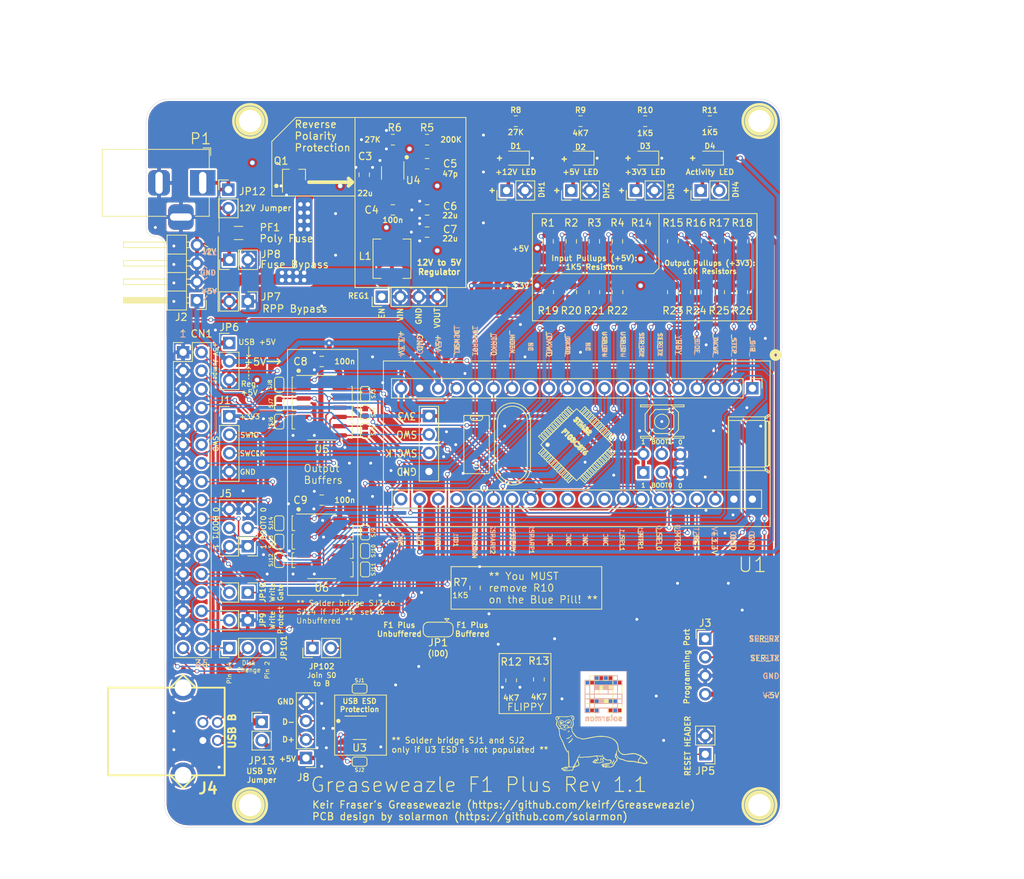
<source format=kicad_pcb>
(kicad_pcb (version 20171130) (host pcbnew "(5.1.9)-1")
  (title_block (title "Greaseweazle F1 Plus") (date 2021-06-25) (rev 1) (company solarmon))
  (layers (0 F.Cu signal) (31 B.Cu signal) (34 B.Paste user) (35 F.Paste user) (36 B.SilkS user) (37 F.SilkS user) (38 B.Mask user) (39 F.Mask user) (44 Edge.Cuts user))
  (net 0 "")
  (net 1 GND)
  (net 2 +3V3)
  (net 3 +5V)
  (net 4 "Net-(D1-Pad2)")
  (net 5 /_SIDE)
  (net 6 /_DKRD)
  (net 7 /_WRPROT)
  (net 8 /_TRK0)
  (net 9 /_DKWE)
  (net 10 /_DKWD)
  (net 11 /_STEP)
  (net 12 /_DIR)
  (net 13 /_INDEX)
  (net 14 /_DENSEL)
  (net 15 /USB_CONN)
  (net 16 "Net-(U1-Pad13)")
  (net 17 "Net-(U1-Pad32)")
  (net 18 "Net-(U1-Pad31)")
  (net 19 "Net-(U1-Pad30)")
  (net 20 "Net-(U1-Pad10)")
  (net 21 "Net-(U1-Pad29)")
  (net 22 /SER_RX)
  (net 23 /SER_TX)
  (net 24 "Net-(U1-Pad21)")
  (net 25 /USB_D+)
  (net 26 /USB_D-)
  (net 27 "Net-(D2-Pad2)")
  (net 28 /_ACT)
  (net 29 /_RST)
  (net 30 "Net-(D3-Pad2)")
  (net 31 /SWD_SWIO)
  (net 32 /SWD_SWCLK)
  (net 33 /BOOT0)
  (net 34 /BOOT1)
  (net 35 +12V)
  (net 36 "Net-(D4-Pad2)")
  (net 37 /USB_5V)
  (net 38 /FB)
  (net 39 /LX)
  (net 40 /BS)
  (net 41 /12V_IN)
  (net 42 /5V_REG)
  (net 43 /USB_CONN_D+)
  (net 44 /USB_CONN_D-)
  (net 45 "Net-(CN1-Pad24)")
  (net 46 "Net-(CN1-Pad33)")
  (net 47 /ID1)
  (net 48 /FLIPPY)
  (net 49 /_DENSEL_BUF)
  (net 50 /SPARE1_BUF)
  (net 51 /SPARE2_BUF)
  (net 52 /SPARE2)
  (net 53 /SPARE1)
  (net 54 /_MTR0_BUF)
  (net 55 /_SEL0_BUF)
  (net 56 /_MTR0)
  (net 57 /_SEL0)
  (net 58 /_SEL1_BUF)
  (net 59 /_MTR1_BUF)
  (net 60 /_SEL1)
  (net 61 /_MTR1)
  (net 62 /_DIR_BUF)
  (net 63 /_STEP_BUF)
  (net 64 /_DKWD_BUF)
  (net 65 /_SIDE_BUF)
  (net 66 /_DKWE_BUF)
  (net 67 /_RDY)
  (net 68 /ID0)
  (net 69 "Net-(CN1-Pad34)")
  (net 70 /12V_EN)
  (net 71 "Net-(J4-Pad1)")
  (net 72 /12V_JACK_IN)
  (net 73 /12V_JACK_CONN)
  (module Connector_PinHeader_2.54mm:PinHeader_1x02_P2.54mm_Vertical (layer F.Cu) (at 108.585 123.19)
    (fp_text reference JP13 (at 0 5.334) (layer F.SilkS))
    (fp_text value "USB 5V Jumper" hide)
    (pad 2 thru_hole oval (at 0 2.54) (size 1.7 1.7) (drill 1) (layers *.Cu *.Mask) (net 37 /USB_5V))
    (pad 1 thru_hole rect (at 0 0) (size 1.7 1.7) (drill 1) (layers *.Cu *.Mask) (net 71 "Net-(J4-Pad1)"))
  )
  (module Connector_PinHeader_2.54mm:PinHeader_1x02_P2.54mm_Vertical (layer F.Cu) (at 104.013 50.038)
    (fp_text reference JP12 (at 3.302 0.254) (layer F.SilkS))
    (fp_text value "12V Jumper" (at 5.08 2.54) (layer F.SilkS) (effects (font (size 0.8 0.8))))
    (pad 2 thru_hole oval (at 0 2.54) (size 1.7 1.7) (drill 1) (layers *.Cu *.Mask) (net 72 /12V_JACK_IN))
    (pad 1 thru_hole rect (at 0 0) (size 1.7 1.7) (drill 1) (layers *.Cu *.Mask) (net 73 /12V_JACK_CONN))
  )
  (module Connector_PinHeader_2.54mm:PinHeader_1x04_P2.54mm_Vertical (layer F.Cu) (at 125.095 64.77 90)
    (fp_text reference REG1 (at 0.127 -3.175 180) (layer F.SilkS) (effects (font (size 0.75 0.75))))
    (fp_text value "5V Regulator" hide)
    (pad 4 thru_hole oval (at 0 7.62 90) (size 1.7 1.7) (drill 1) (layers *.Cu *.Mask) (net 42 /5V_REG))
    (pad 3 thru_hole oval (at 0 5.08 90) (size 1.7 1.7) (drill 1) (layers *.Cu *.Mask) (net 1 GND))
    (pad 2 thru_hole oval (at 0 2.54 90) (size 1.7 1.7) (drill 1) (layers *.Cu *.Mask) (net 41 /12V_IN))
    (pad 1 thru_hole rect (at 0 0 90) (size 1.7 1.7) (drill 1) (layers *.Cu *.Mask) (net 70 /12V_EN))
  )
  (module Connector_PinHeader_2.54mm:PinHeader_1x03_P2.54mm_Vertical (layer F.Cu) (at 104.14 113.03 90)
    (fp_text reference JP101 (at 0 7.493 270) (layer F.SilkS) (effects (font (size 0.75 0.75))))
    (fp_text value Jumper_3_Bridged12)
    (pad 3 thru_hole oval (at 0 5.08 90) (size 1.7 1.7) (drill 1) (layers *.Cu *.Mask) (net 49 /_DENSEL_BUF))
    (pad 2 thru_hole oval (at 0 2.54 90) (size 1.7 1.7) (drill 1) (layers *.Cu *.Mask) (net 67 /_RDY))
    (pad 1 thru_hole rect (at 0 0 90) (size 1.7 1.7) (drill 1) (layers *.Cu *.Mask) (net 69 "Net-(CN1-Pad34)"))
  )
  (module Connector_PinHeader_2.54mm:PinHeader_1x02_P2.54mm_Vertical (layer F.Cu) (at 115.57 113.03 90)
    (fp_text reference JP102 (at -2.54 1.27 180) (layer F.SilkS) (effects (font (size 0.75 0.75))))
    (fp_text value Jumper_NO_Small)
    (pad 2 thru_hole oval (at 0 2.54 90) (size 1.7 1.7) (drill 1) (layers *.Cu *.Mask) (net 54 /_MTR0_BUF))
    (pad 1 thru_hole rect (at 0 0 90) (size 1.7 1.7) (drill 1) (layers *.Cu *.Mask) (net 58 /_SEL1_BUF))
  )
  (module solarmon_library:HOLE_3MM (layer F.Cu) (at 177 134.6146)
    (fp_text reference H4 hide)
    (fp_text value MountingHole_Pad hide)
    (pad 1 thru_hole circle (at 0 0) (size 4.064 4.064) (drill 3.048) (layers *.Cu *.Mask F.SilkS) (net 1 GND) (clearance 1))
  )
  (module solarmon_library:HOLE_3MM (layer F.Cu) (at 107 134.6146)
    (fp_text reference H3 hide)
    (fp_text value MountingHole_Pad hide)
    (pad 1 thru_hole circle (at 0 0) (size 4.064 4.064) (drill 3.048) (layers *.Cu *.Mask F.SilkS) (net 1 GND) (clearance 1))
  )
  (module solarmon_library:HOLE_3MM (layer F.Cu) (at 177 40.6146)
    (fp_text reference H2 hide)
    (fp_text value MountingHole_Pad hide)
    (pad 1 thru_hole circle (at 0 0) (size 4.064 4.064) (drill 3.048) (layers *.Cu *.Mask F.SilkS) (net 1 GND) (clearance 1))
  )
  (module solarmon_library:HOLE_3MM (layer F.Cu) (at 107 40.6146)
    (fp_text reference H1 hide)
    (fp_text value MountingHole_Pad hide)
    (pad 1 thru_hole circle (at 0 0) (size 4.064 4.064) (drill 3.048) (layers *.Cu *.Mask F.SilkS) (net 1 GND) (clearance 1))
  )
  (module Jumper:SolderJumper-3_P1.3mm_Open_RoundedPad1.0x1.5mm (layer F.Cu) (at 132.842 110.49 180)
    (fp_text reference JP1 (at 0 -1.8) (layer F.SilkS))
    (fp_text value Jumper_3_Open)
    (pad 2 smd rect (at 0 0 180) (size 1 1.5) (layers F.Cu F.Mask) (net 68 /ID0))
    (pad 3 smd custom (at 1.3 0 180) (size 1 0.5) (layers F.Cu F.Mask) (net 2 +3V3) (options (clearance outline) (anchor rect)) (primitives (gr_circle (center 0 0.25) (end 0.5 0.25) (width 0)) (gr_circle (center 0 -0.25) (end 0.5 -0.25) (width 0)) (gr_poly (pts (xy -0.55 -0.75) (xy 0 -0.75) (xy 0 0.75) (xy -0.55 0.75)) (width 0))))
    (pad 1 smd custom (at -1.3 0 180) (size 1 0.5) (layers F.Cu F.Mask) (net 1 GND) (options (clearance outline) (anchor rect)) (primitives (gr_circle (center 0 0.25) (end 0.5 0.25) (width 0)) (gr_circle (center 0 -0.25) (end 0.5 -0.25) (width 0)) (gr_poly (pts (xy 0.55 -0.75) (xy 0 -0.75) (xy 0 0.75) (xy 0.55 0.75)) (width 0))))
  )
  (module solarmon_library:SolderJumper-2_Open_RoundedPad0.5x1.0mm (layer F.Cu) (at 122.047 128.651)
    (fp_text reference SJ2 (at 0 1.143) (layer F.SilkS) (effects (font (size 0.5 0.5) (thickness 0.1))))
    (fp_text value Jumper_NO_Small)
    (pad 2 smd custom (at 0.635 0) (size 0.5 0.25) (layers F.Cu F.Mask) (net 26 /USB_D-) (options (clearance outline) (anchor rect)) (primitives (gr_circle (center 0 0.15) (end 0.25 0.15) (width 0)) (gr_circle (center 0 -0.15) (end 0.25 -0.15) (width 0)) (gr_poly (pts (xy 0 -0.4) (xy -0.5 -0.4) (xy -0.5 0.4) (xy 0 0.4)) (width 0))))
    (pad 1 smd custom (at -0.635 0) (size 0.5 0.25) (layers F.Cu F.Mask) (net 44 /USB_CONN_D-) (options (clearance outline) (anchor rect)) (primitives (gr_circle (center 0 0.15) (end 0.25 0.15) (width 0)) (gr_circle (center 0 -0.15) (end 0.25 -0.15) (width 0)) (gr_poly (pts (xy 0 -0.4) (xy 0.5 -0.4) (xy 0.5 0.4) (xy 0 0.4)) (width 0))))
  )
  (module solarmon_library:SolderJumper-2_Open_RoundedPad0.5x1.0mm (layer F.Cu) (at 122.047 118.618)
    (fp_text reference SJ1 (at 0 -1.143) (layer F.SilkS) (effects (font (size 0.5 0.5) (thickness 0.1))))
    (fp_text value Jumper_NO_Small)
    (pad 2 smd custom (at 0.635 0) (size 0.5 0.25) (layers F.Cu F.Mask) (net 25 /USB_D+) (options (clearance outline) (anchor rect)) (primitives (gr_circle (center 0 0.15) (end 0.25 0.15) (width 0)) (gr_circle (center 0 -0.15) (end 0.25 -0.15) (width 0)) (gr_poly (pts (xy 0 -0.4) (xy -0.5 -0.4) (xy -0.5 0.4) (xy 0 0.4)) (width 0))))
    (pad 1 smd custom (at -0.635 0) (size 0.5 0.25) (layers F.Cu F.Mask) (net 43 /USB_CONN_D+) (options (clearance outline) (anchor rect)) (primitives (gr_circle (center 0 0.15) (end 0.25 0.15) (width 0)) (gr_circle (center 0 -0.15) (end 0.25 -0.15) (width 0)) (gr_poly (pts (xy 0 -0.4) (xy 0.5 -0.4) (xy 0.5 0.4) (xy 0 0.4)) (width 0))))
  )
  (module solarmon_library:SolderJumper-2_Open_RoundedPad0.5x1.0mm (layer F.Cu) (at 110.998 95.885 270)
    (fp_text reference SJ14 (at 0 1.143 90) (layer F.SilkS) (effects (font (size 0.5 0.5) (thickness 0.1))))
    (fp_text value Jumper_NO_Small)
    (pad 2 smd custom (at 0.635 0 270) (size 0.5 0.25) (layers F.Cu F.Mask) (net 59 /_MTR1_BUF) (options (clearance outline) (anchor rect)) (primitives (gr_circle (center 0 0.15) (end 0.25 0.15) (width 0)) (gr_circle (center 0 -0.15) (end 0.25 -0.15) (width 0)) (gr_poly (pts (xy 0 -0.4) (xy -0.5 -0.4) (xy -0.5 0.4) (xy 0 0.4)) (width 0))))
    (pad 1 smd custom (at -0.635 0 270) (size 0.5 0.25) (layers F.Cu F.Mask) (net 61 /_MTR1) (options (clearance outline) (anchor rect)) (primitives (gr_circle (center 0 0.15) (end 0.25 0.15) (width 0)) (gr_circle (center 0 -0.15) (end 0.25 -0.15) (width 0)) (gr_poly (pts (xy 0 -0.4) (xy 0.5 -0.4) (xy 0.5 0.4) (xy 0 0.4)) (width 0))))
  )
  (module solarmon_library:SolderJumper-2_Open_RoundedPad0.5x1.0mm (layer F.Cu) (at 110.998 98.425 270)
    (fp_text reference SJ13 (at 0 1.143 90) (layer F.SilkS) (effects (font (size 0.5 0.5) (thickness 0.1))))
    (fp_text value Jumper_NO_Small)
    (pad 2 smd custom (at 0.635 0 270) (size 0.5 0.25) (layers F.Cu F.Mask) (net 62 /_DIR_BUF) (options (clearance outline) (anchor rect)) (primitives (gr_circle (center 0 0.15) (end 0.25 0.15) (width 0)) (gr_circle (center 0 -0.15) (end 0.25 -0.15) (width 0)) (gr_poly (pts (xy 0 -0.4) (xy -0.5 -0.4) (xy -0.5 0.4) (xy 0 0.4)) (width 0))))
    (pad 1 smd custom (at -0.635 0 270) (size 0.5 0.25) (layers F.Cu F.Mask) (net 12 /_DIR) (options (clearance outline) (anchor rect)) (primitives (gr_circle (center 0 0.15) (end 0.25 0.15) (width 0)) (gr_circle (center 0 -0.15) (end 0.25 -0.15) (width 0)) (gr_poly (pts (xy 0 -0.4) (xy 0.5 -0.4) (xy 0.5 0.4) (xy 0 0.4)) (width 0))))
  )
  (module solarmon_library:SolderJumper-2_Open_RoundedPad0.5x1.0mm (layer F.Cu) (at 110.998 100.965 270)
    (fp_text reference SJ12 (at 0 1.143 90) (layer F.SilkS) (effects (font (size 0.5 0.5) (thickness 0.1))))
    (fp_text value Jumper_NO_Small)
    (pad 2 smd custom (at 0.635 0 270) (size 0.5 0.25) (layers F.Cu F.Mask) (net 63 /_STEP_BUF) (options (clearance outline) (anchor rect)) (primitives (gr_circle (center 0 0.15) (end 0.25 0.15) (width 0)) (gr_circle (center 0 -0.15) (end 0.25 -0.15) (width 0)) (gr_poly (pts (xy 0 -0.4) (xy -0.5 -0.4) (xy -0.5 0.4) (xy 0 0.4)) (width 0))))
    (pad 1 smd custom (at -0.635 0 270) (size 0.5 0.25) (layers F.Cu F.Mask) (net 11 /_STEP) (options (clearance outline) (anchor rect)) (primitives (gr_circle (center 0 0.15) (end 0.25 0.15) (width 0)) (gr_circle (center 0 -0.15) (end 0.25 -0.15) (width 0)) (gr_poly (pts (xy 0 -0.4) (xy 0.5 -0.4) (xy 0.5 0.4) (xy 0 0.4)) (width 0))))
  )
  (module solarmon_library:SolderJumper-2_Open_RoundedPad0.5x1.0mm (layer F.Cu) (at 122.809 102.235 270)
    (fp_text reference SJ11 (at 0 -1.143 90) (layer F.SilkS) (effects (font (size 0.5 0.5) (thickness 0.1))))
    (fp_text value Jumper_NO_Small)
    (pad 2 smd custom (at 0.635 0 270) (size 0.5 0.25) (layers F.Cu F.Mask) (net 65 /_SIDE_BUF) (options (clearance outline) (anchor rect)) (primitives (gr_circle (center 0 0.15) (end 0.25 0.15) (width 0)) (gr_circle (center 0 -0.15) (end 0.25 -0.15) (width 0)) (gr_poly (pts (xy 0 -0.4) (xy -0.5 -0.4) (xy -0.5 0.4) (xy 0 0.4)) (width 0))))
    (pad 1 smd custom (at -0.635 0 270) (size 0.5 0.25) (layers F.Cu F.Mask) (net 5 /_SIDE) (options (clearance outline) (anchor rect)) (primitives (gr_circle (center 0 0.15) (end 0.25 0.15) (width 0)) (gr_circle (center 0 -0.15) (end 0.25 -0.15) (width 0)) (gr_poly (pts (xy 0 -0.4) (xy 0.5 -0.4) (xy 0.5 0.4) (xy 0 0.4)) (width 0))))
  )
  (module solarmon_library:SolderJumper-2_Open_RoundedPad0.5x1.0mm (layer F.Cu) (at 122.809 99.695 270)
    (fp_text reference SJ10 (at 0 -1.143 90) (layer F.SilkS) (effects (font (size 0.5 0.5) (thickness 0.1))))
    (fp_text value Jumper_NO_Small)
    (pad 2 smd custom (at 0.635 0 270) (size 0.5 0.25) (layers F.Cu F.Mask) (net 66 /_DKWE_BUF) (options (clearance outline) (anchor rect)) (primitives (gr_circle (center 0 0.15) (end 0.25 0.15) (width 0)) (gr_circle (center 0 -0.15) (end 0.25 -0.15) (width 0)) (gr_poly (pts (xy 0 -0.4) (xy -0.5 -0.4) (xy -0.5 0.4) (xy 0 0.4)) (width 0))))
    (pad 1 smd custom (at -0.635 0 270) (size 0.5 0.25) (layers F.Cu F.Mask) (net 9 /_DKWE) (options (clearance outline) (anchor rect)) (primitives (gr_circle (center 0 0.15) (end 0.25 0.15) (width 0)) (gr_circle (center 0 -0.15) (end 0.25 -0.15) (width 0)) (gr_poly (pts (xy 0 -0.4) (xy 0.5 -0.4) (xy 0.5 0.4) (xy 0 0.4)) (width 0))))
  )
  (module solarmon_library:SolderJumper-2_Open_RoundedPad0.5x1.0mm (layer F.Cu) (at 122.809 97.155 270)
    (fp_text reference SJ9 (at 0 -1.143 90) (layer F.SilkS) (effects (font (size 0.5 0.5) (thickness 0.1))))
    (fp_text value Jumper_NO_Small)
    (pad 2 smd custom (at 0.635 0 270) (size 0.5 0.25) (layers F.Cu F.Mask) (net 64 /_DKWD_BUF) (options (clearance outline) (anchor rect)) (primitives (gr_circle (center 0 0.15) (end 0.25 0.15) (width 0)) (gr_circle (center 0 -0.15) (end 0.25 -0.15) (width 0)) (gr_poly (pts (xy 0 -0.4) (xy -0.5 -0.4) (xy -0.5 0.4) (xy 0 0.4)) (width 0))))
    (pad 1 smd custom (at -0.635 0 270) (size 0.5 0.25) (layers F.Cu F.Mask) (net 10 /_DKWD) (options (clearance outline) (anchor rect)) (primitives (gr_circle (center 0 0.15) (end 0.25 0.15) (width 0)) (gr_circle (center 0 -0.15) (end 0.25 -0.15) (width 0)) (gr_poly (pts (xy 0 -0.4) (xy 0.5 -0.4) (xy 0.5 0.4) (xy 0 0.4)) (width 0))))
  )
  (module solarmon_library:SolderJumper-2_Open_RoundedPad0.5x1.0mm (layer F.Cu) (at 110.998 76.837 270)
    (fp_text reference SJ8 (at -0.002 1.27 90) (layer F.SilkS) (effects (font (size 0.5 0.5) (thickness 0.1))))
    (fp_text value Jumper_NO_Small)
    (pad 2 smd custom (at 0.635 0 270) (size 0.5 0.25) (layers F.Cu F.Mask) (net 49 /_DENSEL_BUF) (options (clearance outline) (anchor rect)) (primitives (gr_circle (center 0 0.15) (end 0.25 0.15) (width 0)) (gr_circle (center 0 -0.15) (end 0.25 -0.15) (width 0)) (gr_poly (pts (xy 0 -0.4) (xy -0.5 -0.4) (xy -0.5 0.4) (xy 0 0.4)) (width 0))))
    (pad 1 smd custom (at -0.635 0 270) (size 0.5 0.25) (layers F.Cu F.Mask) (net 14 /_DENSEL) (options (clearance outline) (anchor rect)) (primitives (gr_circle (center 0 0.15) (end 0.25 0.15) (width 0)) (gr_circle (center 0 -0.15) (end 0.25 -0.15) (width 0)) (gr_poly (pts (xy 0 -0.4) (xy 0.5 -0.4) (xy 0.5 0.4) (xy 0 0.4)) (width 0))))
  )
  (module solarmon_library:SolderJumper-2_Open_RoundedPad0.5x1.0mm (layer F.Cu) (at 110.998 79.375 270)
    (fp_text reference SJ7 (at 0 1.143 90) (layer F.SilkS) (effects (font (size 0.5 0.5) (thickness 0.1))))
    (fp_text value Jumper_NO_Small)
    (pad 2 smd custom (at 0.635 0 270) (size 0.5 0.25) (layers F.Cu F.Mask) (net 50 /SPARE1_BUF) (options (clearance outline) (anchor rect)) (primitives (gr_circle (center 0 0.15) (end 0.25 0.15) (width 0)) (gr_circle (center 0 -0.15) (end 0.25 -0.15) (width 0)) (gr_poly (pts (xy 0 -0.4) (xy -0.5 -0.4) (xy -0.5 0.4) (xy 0 0.4)) (width 0))))
    (pad 1 smd custom (at -0.635 0 270) (size 0.5 0.25) (layers F.Cu F.Mask) (net 53 /SPARE1) (options (clearance outline) (anchor rect)) (primitives (gr_circle (center 0 0.15) (end 0.25 0.15) (width 0)) (gr_circle (center 0 -0.15) (end 0.25 -0.15) (width 0)) (gr_poly (pts (xy 0 -0.4) (xy 0.5 -0.4) (xy 0.5 0.4) (xy 0 0.4)) (width 0))))
  )
  (module solarmon_library:SolderJumper-2_Open_RoundedPad0.5x1.0mm (layer F.Cu) (at 110.998 81.915 270)
    (fp_text reference SJ6 (at 0 1.143 90) (layer F.SilkS) (effects (font (size 0.5 0.5) (thickness 0.1))))
    (fp_text value Jumper_NO_Small)
    (pad 2 smd custom (at 0.635 0 270) (size 0.5 0.25) (layers F.Cu F.Mask) (net 51 /SPARE2_BUF) (options (clearance outline) (anchor rect)) (primitives (gr_circle (center 0 0.15) (end 0.25 0.15) (width 0)) (gr_circle (center 0 -0.15) (end 0.25 -0.15) (width 0)) (gr_poly (pts (xy 0 -0.4) (xy -0.5 -0.4) (xy -0.5 0.4) (xy 0 0.4)) (width 0))))
    (pad 1 smd custom (at -0.635 0 270) (size 0.5 0.25) (layers F.Cu F.Mask) (net 52 /SPARE2) (options (clearance outline) (anchor rect)) (primitives (gr_circle (center 0 0.15) (end 0.25 0.15) (width 0)) (gr_circle (center 0 -0.15) (end 0.25 -0.15) (width 0)) (gr_poly (pts (xy 0 -0.4) (xy 0.5 -0.4) (xy 0.5 0.4) (xy 0 0.4)) (width 0))))
  )
  (module solarmon_library:SolderJumper-2_Open_RoundedPad0.5x1.0mm (layer F.Cu) (at 122.809 83.185 270)
    (fp_text reference SJ5 (at 0 -1.143 90) (layer F.SilkS) (effects (font (size 0.5 0.5) (thickness 0.1))))
    (fp_text value Jumper_NO_Small)
    (pad 2 smd custom (at 0.635 0 270) (size 0.5 0.25) (layers F.Cu F.Mask) (net 54 /_MTR0_BUF) (options (clearance outline) (anchor rect)) (primitives (gr_circle (center 0 0.15) (end 0.25 0.15) (width 0)) (gr_circle (center 0 -0.15) (end 0.25 -0.15) (width 0)) (gr_poly (pts (xy 0 -0.4) (xy -0.5 -0.4) (xy -0.5 0.4) (xy 0 0.4)) (width 0))))
    (pad 1 smd custom (at -0.635 0 270) (size 0.5 0.25) (layers F.Cu F.Mask) (net 56 /_MTR0) (options (clearance outline) (anchor rect)) (primitives (gr_circle (center 0 0.15) (end 0.25 0.15) (width 0)) (gr_circle (center 0 -0.15) (end 0.25 -0.15) (width 0)) (gr_poly (pts (xy 0 -0.4) (xy 0.5 -0.4) (xy 0.5 0.4) (xy 0 0.4)) (width 0))))
  )
  (module solarmon_library:SolderJumper-2_Open_RoundedPad0.5x1.0mm (layer F.Cu) (at 122.809 80.645 270)
    (fp_text reference SJ4 (at 0 -1.143 90) (layer F.SilkS) (effects (font (size 0.5 0.5) (thickness 0.1))))
    (fp_text value Jumper_NO_Small)
    (pad 2 smd custom (at 0.635 0 270) (size 0.5 0.25) (layers F.Cu F.Mask) (net 55 /_SEL0_BUF) (options (clearance outline) (anchor rect)) (primitives (gr_circle (center 0 0.15) (end 0.25 0.15) (width 0)) (gr_circle (center 0 -0.15) (end 0.25 -0.15) (width 0)) (gr_poly (pts (xy 0 -0.4) (xy -0.5 -0.4) (xy -0.5 0.4) (xy 0 0.4)) (width 0))))
    (pad 1 smd custom (at -0.635 0 270) (size 0.5 0.25) (layers F.Cu F.Mask) (net 57 /_SEL0) (options (clearance outline) (anchor rect)) (primitives (gr_circle (center 0 0.15) (end 0.25 0.15) (width 0)) (gr_circle (center 0 -0.15) (end 0.25 -0.15) (width 0)) (gr_poly (pts (xy 0 -0.4) (xy 0.5 -0.4) (xy 0.5 0.4) (xy 0 0.4)) (width 0))))
  )
  (module solarmon_library:SolderJumper-2_Open_RoundedPad0.5x1.0mm (layer F.Cu) (at 122.809 78.105 270)
    (fp_text reference SJ3 (at 0 -1.143 90) (layer F.SilkS) (effects (font (size 0.5 0.5) (thickness 0.1))))
    (fp_text value Jumper_NO_Small)
    (pad 2 smd custom (at 0.635 0 270) (size 0.5 0.25) (layers F.Cu F.Mask) (net 58 /_SEL1_BUF) (options (clearance outline) (anchor rect)) (primitives (gr_circle (center 0 0.15) (end 0.25 0.15) (width 0)) (gr_circle (center 0 -0.15) (end 0.25 -0.15) (width 0)) (gr_poly (pts (xy 0 -0.4) (xy -0.5 -0.4) (xy -0.5 0.4) (xy 0 0.4)) (width 0))))
    (pad 1 smd custom (at -0.635 0 270) (size 0.5 0.25) (layers F.Cu F.Mask) (net 60 /_SEL1) (options (clearance outline) (anchor rect)) (primitives (gr_circle (center 0 0.15) (end 0.25 0.15) (width 0)) (gr_circle (center 0 -0.15) (end 0.25 -0.15) (width 0)) (gr_poly (pts (xy 0 -0.4) (xy 0.5 -0.4) (xy 0.5 0.4) (xy 0 0.4)) (width 0))))
  )
  (module Package_SO:SOIC-14_3.9x8.7mm_P1.27mm (layer F.Cu) (at 116.84 80.01)
    (fp_text reference U5 (at 0 5.715) (layer F.SilkS))
    (fp_text value 74LS07)
    (pad 14 smd roundrect (at 2.475 -3.81) (size 1.95 0.6) (layers F.Cu F.Paste F.Mask) (net 3 +5V))
    (pad 13 smd roundrect (at 2.475 -2.54) (size 1.95 0.6) (layers F.Cu F.Paste F.Mask) (net 60 /_SEL1))
    (pad 12 smd roundrect (at 2.475 -1.27) (size 1.95 0.6) (layers F.Cu F.Paste F.Mask) (net 58 /_SEL1_BUF))
    (pad 11 smd roundrect (at 2.475 0) (size 1.95 0.6) (layers F.Cu F.Paste F.Mask) (net 57 /_SEL0))
    (pad 10 smd roundrect (at 2.475 1.27) (size 1.95 0.6) (layers F.Cu F.Paste F.Mask) (net 55 /_SEL0_BUF))
    (pad 9 smd roundrect (at 2.475 2.54) (size 1.95 0.6) (layers F.Cu F.Paste F.Mask) (net 56 /_MTR0))
    (pad 8 smd roundrect (at 2.475 3.81) (size 1.95 0.6) (layers F.Cu F.Paste F.Mask) (net 54 /_MTR0_BUF))
    (pad 7 smd roundrect (at -2.475 3.81) (size 1.95 0.6) (layers F.Cu F.Paste F.Mask) (net 1 GND))
    (pad 6 smd roundrect (at -2.475 2.54) (size 1.95 0.6) (layers F.Cu F.Paste F.Mask) (net 51 /SPARE2_BUF))
    (pad 5 smd roundrect (at -2.475 1.27) (size 1.95 0.6) (layers F.Cu F.Paste F.Mask) (net 52 /SPARE2))
    (pad 4 smd roundrect (at -2.475 0) (size 1.95 0.6) (layers F.Cu F.Paste F.Mask) (net 50 /SPARE1_BUF))
    (pad 3 smd roundrect (at -2.475 -1.27) (size 1.95 0.6) (layers F.Cu F.Paste F.Mask) (net 53 /SPARE1))
    (pad 2 smd roundrect (at -2.475 -2.54) (size 1.95 0.6) (layers F.Cu F.Paste F.Mask) (net 49 /_DENSEL_BUF))
    (pad 1 smd roundrect (at -2.475 -3.81) (size 1.95 0.6) (layers F.Cu F.Paste F.Mask) (net 14 /_DENSEL))
  )
  (module Connector_PinHeader_2.54mm:PinHeader_1x02_P2.54mm_Vertical (layer F.Cu) (at 142.24 50.165 90)
    (fp_text reference DH1 (at 0.127 4.826 90) (layer F.SilkS) (effects (font (size 0.75 0.75))))
    (fp_text value Conn_01x02)
    (pad 2 thru_hole oval (at 0 2.54 90) (size 1.7 1.7) (drill 1) (layers *.Cu *.Mask) (net 1 GND))
    (pad 1 thru_hole rect (at 0 0 90) (size 1.7 1.7) (drill 1) (layers *.Cu *.Mask) (net 4 "Net-(D1-Pad2)"))
  )
  (module Connector_PinHeader_2.54mm:PinHeader_1x02_P2.54mm_Vertical (layer F.Cu) (at 151.13 50.165 90)
    (fp_text reference DH2 (at 0 4.826 90) (layer F.SilkS) (effects (font (size 0.75 0.75))))
    (fp_text value Conn_01x02)
    (pad 2 thru_hole oval (at 0 2.54 90) (size 1.7 1.7) (drill 1) (layers *.Cu *.Mask) (net 1 GND))
    (pad 1 thru_hole rect (at 0 0 90) (size 1.7 1.7) (drill 1) (layers *.Cu *.Mask) (net 27 "Net-(D2-Pad2)"))
  )
  (module Connector_PinHeader_2.54mm:PinHeader_1x02_P2.54mm_Vertical (layer F.Cu) (at 160.02 50.165 90)
    (fp_text reference DH3 (at -0.127 4.826 90) (layer F.SilkS) (effects (font (size 0.75 0.75))))
    (fp_text value Conn_01x02)
    (pad 2 thru_hole oval (at 0 2.54 90) (size 1.7 1.7) (drill 1) (layers *.Cu *.Mask) (net 1 GND))
    (pad 1 thru_hole rect (at 0 0 90) (size 1.7 1.7) (drill 1) (layers *.Cu *.Mask) (net 30 "Net-(D3-Pad2)"))
  )
  (module Connector_PinHeader_2.54mm:PinHeader_1x02_P2.54mm_Vertical (layer F.Cu) (at 168.91 50.165 90)
    (fp_text reference DH4 (at 0.127 4.826 90) (layer F.SilkS) (effects (font (size 0.75 0.75))))
    (fp_text value Conn_01x02)
    (pad 2 thru_hole oval (at 0 2.54 90) (size 1.7 1.7) (drill 1) (layers *.Cu *.Mask) (net 28 /_ACT))
    (pad 1 thru_hole rect (at 0 0 90) (size 1.7 1.7) (drill 1) (layers *.Cu *.Mask) (net 36 "Net-(D4-Pad2)"))
  )
  (module solarmon_library:solarmon-logo-25mils (layer B.Cu) (at 155.575 120.015 180)
    (fp_text reference solarmon (at 0 -2.667) (layer B.SilkS) (effects (font (size 0.75 0.75)) (justify mirror)))
    (fp_text value solarmon-logo-25mils)
    (fp_poly (pts (xy 2.54 1.905) (xy 1.905 1.905) (xy 1.905 2.54) (xy 2.54 2.54)) (layer B.Cu) (width 0.1))
    (fp_poly (pts (xy 2.54 -1.905) (xy 1.905 -1.905) (xy 1.905 -1.27) (xy 2.54 -1.27)) (layer B.Cu) (width 0.1))
    (fp_poly (pts (xy 1.27 2.54) (xy 0.635 2.54) (xy 0.635 3.175) (xy 1.27 3.175)) (layer B.Cu) (width 0.1))
    (fp_poly (pts (xy 1.27 1.905) (xy 0.635 1.905) (xy 0.635 2.54) (xy 1.27 2.54)) (layer B.Cu) (width 0.1))
    (fp_poly (pts (xy 0.635 1.905) (xy 0 1.905) (xy 0 2.54) (xy 0.635 2.54)) (layer B.Cu) (width 0.1))
    (fp_poly (pts (xy 0 1.905) (xy -0.635 1.905) (xy -0.635 2.54) (xy 0 2.54)) (layer B.Cu) (width 0.1))
    (fp_poly (pts (xy 0 2.54) (xy -0.635 2.54) (xy -0.635 3.175) (xy 0 3.175)) (layer B.Cu) (width 0.1))
    (fp_poly (pts (xy -0.635 1.905) (xy -1.27 1.905) (xy -1.27 2.54) (xy -0.635 2.54)) (layer B.Cu) (width 0.1))
    (fp_poly (pts (xy -1.27 1.905) (xy -1.905 1.905) (xy -1.905 2.54) (xy -1.27 2.54)) (layer B.Cu) (width 0.1))
    (fp_poly (pts (xy -1.27 -0.635) (xy -1.905 -0.635) (xy -1.905 0) (xy -1.27 0)) (layer B.Cu) (width 0.1))
    (fp_poly (pts (xy -0.635 -0.635) (xy -1.27 -0.635) (xy -1.27 0) (xy -0.635 0)) (layer B.Cu) (width 0.1))
    (fp_poly (pts (xy 0 -0.635) (xy -0.635 -0.635) (xy -0.635 0) (xy 0 0)) (layer B.Cu) (width 0.1))
    (fp_poly (pts (xy 1.27 -0.635) (xy 0.635 -0.635) (xy 0.635 0) (xy 1.27 0)) (layer B.Cu) (width 0.1))
    (fp_poly (pts (xy 1.27 -1.905) (xy 0.635 -1.905) (xy 0.635 -1.27) (xy 1.27 -1.27)) (layer B.Cu) (width 0.1))
    (fp_poly (pts (xy -1.27 -1.905) (xy -1.905 -1.905) (xy -1.905 -1.27) (xy -1.27 -1.27)) (layer B.Cu) (width 0.1))
  )
  (module solarmon_library:solarmon-logo-25mils (layer F.Cu) (at 155.575 120.015)
    (fp_text reference solarmon (at 0 2.667) (layer F.SilkS) (effects (font (size 0.75 0.75))))
    (fp_text value solarmon-logo-25mils)
    (fp_poly (pts (xy -1.27 1.905) (xy -1.905 1.905) (xy -1.905 1.27) (xy -1.27 1.27)) (layer F.Cu) (width 0.1))
    (fp_poly (pts (xy 1.27 1.905) (xy 0.635 1.905) (xy 0.635 1.27) (xy 1.27 1.27)) (layer F.Cu) (width 0.1))
    (fp_poly (pts (xy 1.27 0.635) (xy 0.635 0.635) (xy 0.635 0) (xy 1.27 0)) (layer F.Cu) (width 0.1))
    (fp_poly (pts (xy 0 0.635) (xy -0.635 0.635) (xy -0.635 0) (xy 0 0)) (layer F.Cu) (width 0.1))
    (fp_poly (pts (xy -0.635 0.635) (xy -1.27 0.635) (xy -1.27 0) (xy -0.635 0)) (layer F.Cu) (width 0.1))
    (fp_poly (pts (xy -1.27 0.635) (xy -1.905 0.635) (xy -1.905 0) (xy -1.27 0)) (layer F.Cu) (width 0.1))
    (fp_poly (pts (xy -1.27 -1.905) (xy -1.905 -1.905) (xy -1.905 -2.54) (xy -1.27 -2.54)) (layer F.Cu) (width 0.1))
    (fp_poly (pts (xy -0.635 -1.905) (xy -1.27 -1.905) (xy -1.27 -2.54) (xy -0.635 -2.54)) (layer F.Cu) (width 0.1))
    (fp_poly (pts (xy 0 -2.54) (xy -0.635 -2.54) (xy -0.635 -3.175) (xy 0 -3.175)) (layer F.Cu) (width 0.1))
    (fp_poly (pts (xy 0 -1.905) (xy -0.635 -1.905) (xy -0.635 -2.54) (xy 0 -2.54)) (layer F.Cu) (width 0.1))
    (fp_poly (pts (xy 0.635 -1.905) (xy 0 -1.905) (xy 0 -2.54) (xy 0.635 -2.54)) (layer F.Cu) (width 0.1))
    (fp_poly (pts (xy 1.27 -1.905) (xy 0.635 -1.905) (xy 0.635 -2.54) (xy 1.27 -2.54)) (layer F.Cu) (width 0.1))
    (fp_poly (pts (xy 1.27 -2.54) (xy 0.635 -2.54) (xy 0.635 -3.175) (xy 1.27 -3.175)) (layer F.Cu) (width 0.1))
    (fp_poly (pts (xy 2.54 1.905) (xy 1.905 1.905) (xy 1.905 1.27) (xy 2.54 1.27)) (layer F.Cu) (width 0.1))
    (fp_poly (pts (xy 2.54 -1.905) (xy 1.905 -1.905) (xy 1.905 -2.54) (xy 2.54 -2.54)) (layer F.Cu) (width 0.1))
  )
  (module Kicad-STM32-master:YAAJ_BluePill_SWD_1_BootPins (layer F.Cu) (at 176.022 77.343 270)
    (fp_text reference U1 (at 24.257 0) (layer F.SilkS) (effects (font (size 2 2))))
    (fp_text value "Blue Pill" hide)
    (fp_text user GND (at 11.43 47.498 180 unlocked) (layer F.SilkS) (effects (font (size 1 0.9))))
    (fp_text user SWCLK (at 8.89 48.26 180 unlocked) (layer F.SilkS) (effects (font (size 1 0.9))))
    (fp_text user SWO (at 6.35 47.498 180 unlocked) (layer F.SilkS) (effects (font (size 1 0.9))))
    (fp_text user 3V3 (at 3.81 47.498 180 unlocked) (layer F.SilkS) (effects (font (size 1 0.9))))
    (pad 48 thru_hole circle (at 9.0297 14.986 270) (size 1.7 1.7) (drill 1) (layers *.Cu *.Mask) (net 2 +3V3))
    (pad 49 thru_hole circle (at 9.0297 12.446 270) (size 1.7 1.7) (drill 1) (layers *.Cu *.Mask) (net 34 /BOOT1))
    (pad 50 thru_hole circle (at 9.0932 9.906 270) (size 1.7 1.7) (drill 1) (layers *.Cu *.Mask) (net 1 GND))
    (pad 45 thru_hole rect (at 11.5697 14.986 270) (size 1.7 1.7) (drill 1) (layers *.Cu *.Mask) (net 2 +3V3))
    (pad 47 thru_hole circle (at 11.5697 9.906 270) (size 1.7 1.7) (drill 1) (layers *.Cu *.Mask) (net 1 GND))
    (pad 46 thru_hole circle (at 11.5697 12.446 270) (size 1.7 1.7) (drill 1) (layers *.Cu *.Mask) (net 33 /BOOT0))
    (pad 20 thru_hole circle (at 0 48.26 270) (size 1.7 1.7) (drill 1) (layers *.Cu *.Mask) (net 2 +3V3))
    (pad 21 thru_hole circle (at 15.24 48.26 270) (size 1.7 1.7) (drill 1) (layers *.Cu *.Mask) (net 24 "Net-(U1-Pad21)"))
    (pad 19 thru_hole circle (at 0 45.72 270) (size 1.7 1.7) (drill 1) (layers *.Cu *.Mask) (net 1 GND))
    (pad 22 thru_hole circle (at 15.24 45.72 270) (size 1.7 1.7) (drill 1) (layers *.Cu *.Mask) (net 28 /_ACT))
    (pad 18 thru_hole circle (at 0 43.18 270) (size 1.7 1.7) (drill 1) (layers *.Cu *.Mask) (net 3 +5V))
    (pad 23 thru_hole circle (at 15.24 43.18 270) (size 1.7 1.7) (drill 1) (layers *.Cu *.Mask) (net 68 /ID0))
    (pad 17 thru_hole circle (at 0 40.64 270) (size 1.7 1.7) (drill 1) (layers *.Cu *.Mask) (net 14 /_DENSEL))
    (pad 24 thru_hole circle (at 15.24 40.64 270) (size 1.7 1.7) (drill 1) (layers *.Cu *.Mask) (net 47 /ID1))
    (pad 16 thru_hole circle (at 0 38.1 270) (size 1.7 1.7) (drill 1) (layers *.Cu *.Mask) (net 7 /_WRPROT))
    (pad 25 thru_hole circle (at 15.24 38.1 270) (size 1.7 1.7) (drill 1) (layers *.Cu *.Mask) (net 15 /USB_CONN))
    (pad 15 thru_hole circle (at 0 35.56 270) (size 1.7 1.7) (drill 1) (layers *.Cu *.Mask) (net 8 /_TRK0))
    (pad 26 thru_hole circle (at 15.24 35.56 270) (size 1.7 1.7) (drill 1) (layers *.Cu *.Mask) (net 52 /SPARE2))
    (pad 14 thru_hole circle (at 0 33.02 270) (size 1.7 1.7) (drill 1) (layers *.Cu *.Mask) (net 13 /_INDEX))
    (pad 27 thru_hole circle (at 15.24 33.02 270) (size 1.7 1.7) (drill 1) (layers *.Cu *.Mask) (net 48 /FLIPPY))
    (pad 13 thru_hole circle (at 0 30.48 270) (size 1.7 1.7) (drill 1) (layers *.Cu *.Mask) (net 16 "Net-(U1-Pad13)"))
    (pad 28 thru_hole circle (at 15.24 30.48 270) (size 1.7 1.7) (drill 1) (layers *.Cu *.Mask) (net 53 /SPARE1))
    (pad 12 thru_hole circle (at 0 27.94 270) (size 1.7 1.7) (drill 1) (layers *.Cu *.Mask) (net 10 /_DKWD))
    (pad 29 thru_hole circle (at 15.24 27.94 270) (size 1.7 1.7) (drill 1) (layers *.Cu *.Mask) (net 21 "Net-(U1-Pad29)"))
    (pad 11 thru_hole circle (at 0 25.4 270) (size 1.7 1.7) (drill 1) (layers *.Cu *.Mask) (net 6 /_DKRD))
    (pad 30 thru_hole circle (at 15.24 25.4 270) (size 1.7 1.7) (drill 1) (layers *.Cu *.Mask) (net 19 "Net-(U1-Pad30)"))
    (pad 10 thru_hole circle (at 0 22.86 270) (size 1.7 1.7) (drill 1) (layers *.Cu *.Mask) (net 20 "Net-(U1-Pad10)"))
    (pad 31 thru_hole circle (at 15.24 22.86 270) (size 1.7 1.7) (drill 1) (layers *.Cu *.Mask) (net 18 "Net-(U1-Pad31)"))
    (pad 9 thru_hole circle (at 0 20.32 270) (size 1.7 1.7) (drill 1) (layers *.Cu *.Mask) (net 25 /USB_D+))
    (pad 32 thru_hole circle (at 15.24 20.32 270) (size 1.7 1.7) (drill 1) (layers *.Cu *.Mask) (net 17 "Net-(U1-Pad32)"))
    (pad 8 thru_hole circle (at 0 17.78 270) (size 1.7 1.7) (drill 1) (layers *.Cu *.Mask) (net 26 /USB_D-))
    (pad 33 thru_hole circle (at 15.24 17.78 270) (size 1.7 1.7) (drill 1) (layers *.Cu *.Mask) (net 60 /_SEL1))
    (pad 7 thru_hole circle (at 0 15.24 270) (size 1.7 1.7) (drill 1) (layers *.Cu *.Mask) (net 22 /SER_RX))
    (pad 34 thru_hole circle (at 15.24 15.24 270) (size 1.7 1.7) (drill 1) (layers *.Cu *.Mask) (net 61 /_MTR1))
    (pad 6 thru_hole circle (at 0 12.7 270) (size 1.7 1.7) (drill 1) (layers *.Cu *.Mask) (net 23 /SER_TX))
    (pad 35 thru_hole circle (at 15.24 12.7 270) (size 1.7 1.7) (drill 1) (layers *.Cu *.Mask) (net 57 /_SEL0))
    (pad 5 thru_hole circle (at 0 10.16 270) (size 1.7 1.7) (drill 1) (layers *.Cu *.Mask) (net 67 /_RDY))
    (pad 36 thru_hole circle (at 15.24 10.16 270) (size 1.7 1.7) (drill 1) (layers *.Cu *.Mask) (net 56 /_MTR0))
    (pad 4 thru_hole circle (at 0 7.62 270) (size 1.7 1.7) (drill 1) (layers *.Cu *.Mask) (net 5 /_SIDE))
    (pad 37 thru_hole circle (at 15.24 7.62 270) (size 1.7 1.7) (drill 1) (layers *.Cu *.Mask) (net 29 /_RST))
    (pad 3 thru_hole circle (at 0 5.08 270) (size 1.7 1.7) (drill 1) (layers *.Cu *.Mask) (net 9 /_DKWE))
    (pad 38 thru_hole circle (at 15.24 5.08 270) (size 1.7 1.7) (drill 1) (layers *.Cu *.Mask) (net 2 +3V3))
    (pad 2 thru_hole circle (at 0 2.54 270) (size 1.7 1.7) (drill 1) (layers *.Cu *.Mask) (net 11 /_STEP))
    (pad 39 thru_hole circle (at 15.24 2.54 270) (size 1.7 1.7) (drill 1) (layers *.Cu *.Mask) (net 1 GND))
    (pad 1 thru_hole rect (at 0 0 270) (size 1.7 1.7) (drill 1) (layers *.Cu *.Mask) (net 12 /_DIR))
    (pad 40 thru_hole circle (at 15.24 0 270) (size 1.7 1.7) (drill 1) (layers *.Cu *.Mask) (net 1 GND))
    (pad 44 thru_hole circle (at 11.43 44.45 270) (size 1.7 1.7) (drill 1) (layers *.Cu *.Mask) (net 1 GND))
    (pad 43 thru_hole circle (at 8.89 44.45 270) (size 1.7 1.7) (drill 1) (layers *.Cu *.Mask) (net 32 /SWD_SWCLK))
    (pad 42 thru_hole circle (at 6.35 44.45 270) (size 1.7 1.7) (drill 1) (layers *.Cu *.Mask) (net 31 /SWD_SWIO))
    (pad 41 thru_hole rect (at 3.81 44.45 270) (size 1.7 1.7) (drill 1) (layers *.Cu *.Mask) (net 2 +3V3))
  )
  (module Resistor_SMD:R_0805_2012Metric_Pad1.20x1.40mm_HandSolder (layer F.Cu) (at 143.51 40.64 180)
    (fp_text reference R8 (at 0 1.524) (layer F.SilkS) (effects (font (size 0.75 0.75))))
    (fp_text value 27K (at 0 -1.524) (layer F.SilkS) (effects (font (size 0.75 0.75))))
    (pad 2 smd roundrect (at 1 0 180) (size 1.2 1.4) (layers F.Cu F.Paste F.Mask) (roundrect_rratio 0.2083325) (net 41 /12V_IN))
    (pad 1 smd roundrect (at -1 0 180) (size 1.2 1.4) (layers F.Cu F.Paste F.Mask) (roundrect_rratio 0.2083325) (net 4 "Net-(D1-Pad2)"))
  )
  (module Resistor_SMD:R_0805_2012Metric_Pad1.20x1.40mm_HandSolder (layer F.Cu) (at 152.4 40.64)
    (fp_text reference R9 (at 0 -1.524) (layer F.SilkS) (effects (font (size 0.75 0.75))))
    (fp_text value 4K7 (at 0 1.65) (layer F.SilkS) (effects (font (size 0.75 0.75))))
    (pad 2 smd roundrect (at 1 0) (size 1.2 1.4) (layers F.Cu F.Paste F.Mask) (roundrect_rratio 0.2083325) (net 3 +5V))
    (pad 1 smd roundrect (at -1 0) (size 1.2 1.4) (layers F.Cu F.Paste F.Mask) (roundrect_rratio 0.2083325) (net 27 "Net-(D2-Pad2)"))
  )
  (module Resistor_SMD:R_0805_2012Metric_Pad1.20x1.40mm_HandSolder (layer F.Cu) (at 170.18 40.64)
    (fp_text reference R11 (at 0 -1.524) (layer F.SilkS) (effects (font (size 0.75 0.75))))
    (fp_text value 1K5 (at 0 1.524) (layer F.SilkS) (effects (font (size 0.75 0.75))))
    (pad 2 smd roundrect (at 1 0) (size 1.2 1.4) (layers F.Cu F.Paste F.Mask) (roundrect_rratio 0.2083325) (net 2 +3V3))
    (pad 1 smd roundrect (at -1 0) (size 1.2 1.4) (layers F.Cu F.Paste F.Mask) (roundrect_rratio 0.2083325) (net 36 "Net-(D4-Pad2)"))
  )
  (module Resistor_SMD:R_0805_2012Metric_Pad1.20x1.40mm_HandSolder (layer F.Cu) (at 161.29 40.64)
    (fp_text reference R10 (at 0 -1.524) (layer F.SilkS) (effects (font (size 0.75 0.75))))
    (fp_text value 1K5 (at 0 1.65) (layer F.SilkS) (effects (font (size 0.75 0.75))))
    (pad 2 smd roundrect (at 1 0) (size 1.2 1.4) (layers F.Cu F.Paste F.Mask) (roundrect_rratio 0.2083325) (net 2 +3V3))
    (pad 1 smd roundrect (at -1 0) (size 1.2 1.4) (layers F.Cu F.Paste F.Mask) (roundrect_rratio 0.2083325) (net 30 "Net-(D3-Pad2)"))
  )
  (module LED_SMD:LED_0805_2012Metric_Pad1.15x1.40mm_HandSolder (layer F.Cu) (at 143.51 45.72 180)
    (fp_text reference D1 (at 0 1.651) (layer F.SilkS) (effects (font (size 0.75 0.75))))
    (fp_text value "+12V LED")
    (pad 2 smd roundrect (at 1.025 0 180) (size 1.15 1.4) (layers F.Cu F.Paste F.Mask) (roundrect_rratio 0.2173904347826087) (net 4 "Net-(D1-Pad2)"))
    (pad 1 smd roundrect (at -1.025 0 180) (size 1.15 1.4) (layers F.Cu F.Paste F.Mask) (roundrect_rratio 0.2173904347826087) (net 1 GND))
  )
  (module LED_SMD:LED_0805_2012Metric_Pad1.15x1.40mm_HandSolder (layer F.Cu) (at 152.4 45.72 180)
    (fp_text reference D2 (at 0 1.524) (layer F.SilkS) (effects (font (size 0.75 0.75))))
    (fp_text value "+5V LED")
    (pad 2 smd roundrect (at 1.025 0 180) (size 1.15 1.4) (layers F.Cu F.Paste F.Mask) (roundrect_rratio 0.2173904347826087) (net 27 "Net-(D2-Pad2)"))
    (pad 1 smd roundrect (at -1.025 0 180) (size 1.15 1.4) (layers F.Cu F.Paste F.Mask) (roundrect_rratio 0.2173904347826087) (net 1 GND))
  )
  (module LED_SMD:LED_0805_2012Metric_Pad1.15x1.40mm_HandSolder (layer F.Cu) (at 170.18 45.72 180)
    (fp_text reference D4 (at 0 1.651) (layer F.SilkS) (effects (font (size 0.75 0.75))))
    (fp_text value "ACT LED")
    (pad 2 smd roundrect (at 1.025 0 180) (size 1.15 1.4) (layers F.Cu F.Paste F.Mask) (roundrect_rratio 0.2173904347826087) (net 36 "Net-(D4-Pad2)"))
    (pad 1 smd roundrect (at -1.025 0 180) (size 1.15 1.4) (layers F.Cu F.Paste F.Mask) (roundrect_rratio 0.2173904347826087) (net 28 /_ACT))
  )
  (module LED_SMD:LED_0805_2012Metric_Pad1.15x1.40mm_HandSolder (layer F.Cu) (at 161.29 45.72 180)
    (fp_text reference D3 (at 0 1.651) (layer F.SilkS) (effects (font (size 0.75 0.75))))
    (fp_text value "+3V3 LED")
    (pad 2 smd roundrect (at 1.025 0 180) (size 1.15 1.4) (layers F.Cu F.Paste F.Mask) (roundrect_rratio 0.2173904347826087) (net 30 "Net-(D3-Pad2)"))
    (pad 1 smd roundrect (at -1.025 0 180) (size 1.15 1.4) (layers F.Cu F.Paste F.Mask) (roundrect_rratio 0.2173904347826087) (net 1 GND))
  )
  (module solarmon_library:solarmon-logo-25mils (layer B.Cu) (at 155.575 120.015 180)
    (fp_text reference solarmon (at 0 -2.667) (layer B.SilkS) (effects (font (size 0.75 0.75)) (justify mirror)))
    (fp_text value solarmon-logo-25mils)
    (fp_poly (pts (xy -1.27 -1.905) (xy -1.905 -1.905) (xy -1.905 -1.27) (xy -1.27 -1.27)) (layer B.Cu) (width 0.1))
    (fp_poly (pts (xy 1.27 -1.905) (xy 0.635 -1.905) (xy 0.635 -1.27) (xy 1.27 -1.27)) (layer B.Cu) (width 0.1))
    (fp_poly (pts (xy 1.27 -0.635) (xy 0.635 -0.635) (xy 0.635 0) (xy 1.27 0)) (layer B.Cu) (width 0.1))
    (fp_poly (pts (xy 0 -0.635) (xy -0.635 -0.635) (xy -0.635 0) (xy 0 0)) (layer B.Cu) (width 0.1))
    (fp_poly (pts (xy -0.635 -0.635) (xy -1.27 -0.635) (xy -1.27 0) (xy -0.635 0)) (layer B.Cu) (width 0.1))
    (fp_poly (pts (xy -1.27 -0.635) (xy -1.905 -0.635) (xy -1.905 0) (xy -1.27 0)) (layer B.Cu) (width 0.1))
    (fp_poly (pts (xy -1.27 1.905) (xy -1.905 1.905) (xy -1.905 2.54) (xy -1.27 2.54)) (layer B.Cu) (width 0.1))
    (fp_poly (pts (xy -0.635 1.905) (xy -1.27 1.905) (xy -1.27 2.54) (xy -0.635 2.54)) (layer B.Cu) (width 0.1))
    (fp_poly (pts (xy 0 2.54) (xy -0.635 2.54) (xy -0.635 3.175) (xy 0 3.175)) (layer B.Cu) (width 0.1))
    (fp_poly (pts (xy 0 1.905) (xy -0.635 1.905) (xy -0.635 2.54) (xy 0 2.54)) (layer B.Cu) (width 0.1))
    (fp_poly (pts (xy 0.635 1.905) (xy 0 1.905) (xy 0 2.54) (xy 0.635 2.54)) (layer B.Cu) (width 0.1))
    (fp_poly (pts (xy 1.27 1.905) (xy 0.635 1.905) (xy 0.635 2.54) (xy 1.27 2.54)) (layer B.Cu) (width 0.1))
    (fp_poly (pts (xy 1.27 2.54) (xy 0.635 2.54) (xy 0.635 3.175) (xy 1.27 3.175)) (layer B.Cu) (width 0.1))
    (fp_poly (pts (xy 2.54 -1.905) (xy 1.905 -1.905) (xy 1.905 -1.27) (xy 2.54 -1.27)) (layer B.Cu) (width 0.1))
    (fp_poly (pts (xy 2.54 1.905) (xy 1.905 1.905) (xy 1.905 2.54) (xy 2.54 2.54)) (layer B.Cu) (width 0.1))
  )
  (module solarmon_library:solarmon-logo-25mils (layer F.Cu) (at 155.575 120.015)
    (fp_text reference solarmon (at 0 2.667) (layer F.SilkS) (effects (font (size 0.75 0.75))))
    (fp_text value solarmon-logo-25mils)
    (fp_poly (pts (xy 2.54 -1.905) (xy 1.905 -1.905) (xy 1.905 -2.54) (xy 2.54 -2.54)) (layer F.Cu) (width 0.1))
    (fp_poly (pts (xy 2.54 1.905) (xy 1.905 1.905) (xy 1.905 1.27) (xy 2.54 1.27)) (layer F.Cu) (width 0.1))
    (fp_poly (pts (xy 1.27 -2.54) (xy 0.635 -2.54) (xy 0.635 -3.175) (xy 1.27 -3.175)) (layer F.Cu) (width 0.1))
    (fp_poly (pts (xy 1.27 -1.905) (xy 0.635 -1.905) (xy 0.635 -2.54) (xy 1.27 -2.54)) (layer F.Cu) (width 0.1))
    (fp_poly (pts (xy 0.635 -1.905) (xy 0 -1.905) (xy 0 -2.54) (xy 0.635 -2.54)) (layer F.Cu) (width 0.1))
    (fp_poly (pts (xy 0 -1.905) (xy -0.635 -1.905) (xy -0.635 -2.54) (xy 0 -2.54)) (layer F.Cu) (width 0.1))
    (fp_poly (pts (xy 0 -2.54) (xy -0.635 -2.54) (xy -0.635 -3.175) (xy 0 -3.175)) (layer F.Cu) (width 0.1))
    (fp_poly (pts (xy -0.635 -1.905) (xy -1.27 -1.905) (xy -1.27 -2.54) (xy -0.635 -2.54)) (layer F.Cu) (width 0.1))
    (fp_poly (pts (xy -1.27 -1.905) (xy -1.905 -1.905) (xy -1.905 -2.54) (xy -1.27 -2.54)) (layer F.Cu) (width 0.1))
    (fp_poly (pts (xy -1.27 0.635) (xy -1.905 0.635) (xy -1.905 0) (xy -1.27 0)) (layer F.Cu) (width 0.1))
    (fp_poly (pts (xy -0.635 0.635) (xy -1.27 0.635) (xy -1.27 0) (xy -0.635 0)) (layer F.Cu) (width 0.1))
    (fp_poly (pts (xy 0 0.635) (xy -0.635 0.635) (xy -0.635 0) (xy 0 0)) (layer F.Cu) (width 0.1))
    (fp_poly (pts (xy 1.27 0.635) (xy 0.635 0.635) (xy 0.635 0) (xy 1.27 0)) (layer F.Cu) (width 0.1))
    (fp_poly (pts (xy 1.27 1.905) (xy 0.635 1.905) (xy 0.635 1.27) (xy 1.27 1.27)) (layer F.Cu) (width 0.1))
    (fp_poly (pts (xy -1.27 1.905) (xy -1.905 1.905) (xy -1.905 1.27) (xy -1.27 1.27)) (layer F.Cu) (width 0.1))
  )
  (module solarmon_library:WeasleLogo (layer F.Cu) (at 155.321 126.111)
    (fp_text reference G** hide)
    (fp_text value Weasle hide)
  )
  (module Resistor_SMD:R_0805_2012Metric (layer F.Cu) (at 147.955 64.135 270)
    (fp_text reference R19 (at 2.54 0 180) (layer F.SilkS))
    (fp_text value 10K)
    (pad 2 smd roundrect (at 0.9125 0 270) (size 1.025 1.4) (layers F.Cu F.Paste F.Mask) (roundrect_rratio 0.2439004878048781) (net 14 /_DENSEL))
    (pad 1 smd roundrect (at -0.9125 0 270) (size 1.025 1.4) (layers F.Cu F.Paste F.Mask) (roundrect_rratio 0.2439004878048781) (net 2 +3V3))
  )
  (module Resistor_SMD:R_0805_2012Metric (layer F.Cu) (at 165.1 64.135 270)
    (fp_text reference R23 (at 2.54 0 180) (layer F.SilkS))
    (fp_text value 10K)
    (pad 2 smd roundrect (at 0.9125 0 270) (size 1.025 1.4) (layers F.Cu F.Paste F.Mask) (roundrect_rratio 0.2439004878048781) (net 60 /_SEL1))
    (pad 1 smd roundrect (at -0.9125 0 270) (size 1.025 1.4) (layers F.Cu F.Paste F.Mask) (roundrect_rratio 0.2439004878048781) (net 2 +3V3))
  )
  (module Resistor_SMD:R_0805_2012Metric (layer F.Cu) (at 151.13 64.135 270)
    (fp_text reference R20 (at 2.54 0 180) (layer F.SilkS))
    (fp_text value 10K)
    (pad 2 smd roundrect (at 0.9125 0 270) (size 1.025 1.4) (layers F.Cu F.Paste F.Mask) (roundrect_rratio 0.2439004878048781) (net 52 /SPARE2))
    (pad 1 smd roundrect (at -0.9125 0 270) (size 1.025 1.4) (layers F.Cu F.Paste F.Mask) (roundrect_rratio 0.2439004878048781) (net 2 +3V3))
  )
  (module Resistor_SMD:R_0805_2012Metric (layer F.Cu) (at 174.625 64.135 270)
    (fp_text reference R26 (at 2.54 0 180) (layer F.SilkS))
    (fp_text value 10K)
    (pad 2 smd roundrect (at 0.9125 0 270) (size 1.025 1.4) (layers F.Cu F.Paste F.Mask) (roundrect_rratio 0.2439004878048781) (net 56 /_MTR0))
    (pad 1 smd roundrect (at -0.9125 0 270) (size 1.025 1.4) (layers F.Cu F.Paste F.Mask) (roundrect_rratio 0.2439004878048781) (net 2 +3V3))
  )
  (module Resistor_SMD:R_0805_2012Metric (layer F.Cu) (at 157.48 64.135 270)
    (fp_text reference R22 (at 2.54 0 180) (layer F.SilkS))
    (fp_text value 10K)
    (pad 2 smd roundrect (at 0.9125 0 270) (size 1.025 1.4) (layers F.Cu F.Paste F.Mask) (roundrect_rratio 0.2439004878048781) (net 53 /SPARE1))
    (pad 1 smd roundrect (at -0.9125 0 270) (size 1.025 1.4) (layers F.Cu F.Paste F.Mask) (roundrect_rratio 0.2439004878048781) (net 2 +3V3))
  )
  (module Resistor_SMD:R_0805_2012Metric (layer F.Cu) (at 168.275 64.135 270)
    (fp_text reference R24 (at 2.54 0 180) (layer F.SilkS))
    (fp_text value 10K)
    (pad 2 smd roundrect (at 0.9125 0 270) (size 1.025 1.4) (layers F.Cu F.Paste F.Mask) (roundrect_rratio 0.2439004878048781) (net 61 /_MTR1))
    (pad 1 smd roundrect (at -0.9125 0 270) (size 1.025 1.4) (layers F.Cu F.Paste F.Mask) (roundrect_rratio 0.2439004878048781) (net 2 +3V3))
  )
  (module Resistor_SMD:R_0805_2012Metric (layer F.Cu) (at 171.45 64.135 270)
    (fp_text reference R25 (at 2.54 0 180) (layer F.SilkS))
    (fp_text value 10K)
    (pad 2 smd roundrect (at 0.9125 0 270) (size 1.025 1.4) (layers F.Cu F.Paste F.Mask) (roundrect_rratio 0.2439004878048781) (net 57 /_SEL0))
    (pad 1 smd roundrect (at -0.9125 0 270) (size 1.025 1.4) (layers F.Cu F.Paste F.Mask) (roundrect_rratio 0.2439004878048781) (net 2 +3V3))
  )
  (module Resistor_SMD:R_0805_2012Metric (layer F.Cu) (at 174.625 57.15 90)
    (fp_text reference R18 (at 2.54 0 180) (layer F.SilkS))
    (fp_text value 10K)
    (pad 2 smd roundrect (at 0.9125 0 90) (size 1.025 1.4) (layers F.Cu F.Paste F.Mask) (roundrect_rratio 0.2439004878048781) (net 12 /_DIR))
    (pad 1 smd roundrect (at -0.9125 0 90) (size 1.025 1.4) (layers F.Cu F.Paste F.Mask) (roundrect_rratio 0.2439004878048781) (net 2 +3V3))
  )
  (module Resistor_SMD:R_0805_2012Metric (layer F.Cu) (at 171.45 57.15 90)
    (fp_text reference R17 (at 2.54 0 180) (layer F.SilkS))
    (fp_text value 10K)
    (pad 2 smd roundrect (at 0.9125 0 90) (size 1.025 1.4) (layers F.Cu F.Paste F.Mask) (roundrect_rratio 0.2439004878048781) (net 11 /_STEP))
    (pad 1 smd roundrect (at -0.9125 0 90) (size 1.025 1.4) (layers F.Cu F.Paste F.Mask) (roundrect_rratio 0.2439004878048781) (net 2 +3V3))
  )
  (module Resistor_SMD:R_0805_2012Metric (layer F.Cu) (at 165.1 57.15 90)
    (fp_text reference R15 (at 2.54 0 180) (layer F.SilkS))
    (fp_text value 10K)
    (pad 2 smd roundrect (at 0.9125 0 90) (size 1.025 1.4) (layers F.Cu F.Paste F.Mask) (roundrect_rratio 0.2439004878048781) (net 5 /_SIDE))
    (pad 1 smd roundrect (at -0.9125 0 90) (size 1.025 1.4) (layers F.Cu F.Paste F.Mask) (roundrect_rratio 0.2439004878048781) (net 2 +3V3))
  )
  (module Resistor_SMD:R_0805_2012Metric (layer F.Cu) (at 168.275 57.15 90)
    (fp_text reference R16 (at 2.54 0 180) (layer F.SilkS))
    (fp_text value 10K)
    (pad 2 smd roundrect (at 0.9125 0 90) (size 1.025 1.4) (layers F.Cu F.Paste F.Mask) (roundrect_rratio 0.2439004878048781) (net 9 /_DKWE))
    (pad 1 smd roundrect (at -0.9125 0 90) (size 1.025 1.4) (layers F.Cu F.Paste F.Mask) (roundrect_rratio 0.2439004878048781) (net 2 +3V3))
  )
  (module Resistor_SMD:R_0805_2012Metric (layer F.Cu) (at 154.305 64.135 270)
    (fp_text reference R21 (at 2.54 0 180) (layer F.SilkS))
    (fp_text value 10K)
    (pad 2 smd roundrect (at 0.9125 0 270) (size 1.025 1.4) (layers F.Cu F.Paste F.Mask) (roundrect_rratio 0.2439004878048781) (net 10 /_DKWD))
    (pad 1 smd roundrect (at -0.9125 0 270) (size 1.025 1.4) (layers F.Cu F.Paste F.Mask) (roundrect_rratio 0.2439004878048781) (net 2 +3V3))
  )
  (module Resistor_SMD:R_0805_2012Metric (layer F.Cu) (at 160.655 57.15 90)
    (fp_text reference R14 (at 2.54 0.127 180) (layer F.SilkS))
    (fp_text value 1K5 hide)
    (pad 2 smd roundrect (at 0.9125 0 90) (size 1.025 1.4) (layers F.Cu F.Paste F.Mask) (roundrect_rratio 0.2439004878048781) (net 67 /_RDY))
    (pad 1 smd roundrect (at -0.9125 0 90) (size 1.025 1.4) (layers F.Cu F.Paste F.Mask) (roundrect_rratio 0.2439004878048781) (net 3 +5V))
  )
  (module Capacitor_SMD:C_0805_2012Metric_Pad1.15x1.40mm_HandSolder (layer F.Cu) (at 116.84 92.71 180)
    (fp_text reference C9 (at 2.921 0) (layer F.SilkS))
    (fp_text value 100n (at -3.175 0) (layer F.SilkS) (effects (font (size 0.75 0.75))))
    (pad 2 smd roundrect (at 1.025 0 180) (size 1.15 1.4) (layers F.Cu F.Paste F.Mask) (roundrect_rratio 0.2173904347826087) (net 1 GND))
    (pad 1 smd roundrect (at -1.025 0 180) (size 1.15 1.4) (layers F.Cu F.Paste F.Mask) (roundrect_rratio 0.2173904347826087) (net 3 +5V))
  )
  (module Capacitor_SMD:C_0805_2012Metric_Pad1.15x1.40mm_HandSolder (layer F.Cu) (at 116.84 73.66 180)
    (fp_text reference C8 (at 2.921 0) (layer F.SilkS))
    (fp_text value 100n (at -3.175 0) (layer F.SilkS) (effects (font (size 0.75 0.75))))
    (pad 2 smd roundrect (at 1.025 0 180) (size 1.15 1.4) (layers F.Cu F.Paste F.Mask) (roundrect_rratio 0.2173904347826087) (net 1 GND))
    (pad 1 smd roundrect (at -1.025 0 180) (size 1.15 1.4) (layers F.Cu F.Paste F.Mask) (roundrect_rratio 0.2173904347826087) (net 3 +5V))
  )
  (module Package_SO:SOIC-14_3.9x8.7mm_P1.27mm (layer F.Cu) (at 116.84 99.06)
    (fp_text reference U6 (at 0 5.715) (layer F.SilkS))
    (fp_text value 74LS07)
    (pad 14 smd roundrect (at 2.475 -3.81) (size 1.95 0.6) (layers F.Cu F.Paste F.Mask) (net 3 +5V))
    (pad 13 smd roundrect (at 2.475 -2.54) (size 1.95 0.6) (layers F.Cu F.Paste F.Mask) (net 10 /_DKWD))
    (pad 12 smd roundrect (at 2.475 -1.27) (size 1.95 0.6) (layers F.Cu F.Paste F.Mask) (net 64 /_DKWD_BUF))
    (pad 11 smd roundrect (at 2.475 0) (size 1.95 0.6) (layers F.Cu F.Paste F.Mask) (net 9 /_DKWE))
    (pad 10 smd roundrect (at 2.475 1.27) (size 1.95 0.6) (layers F.Cu F.Paste F.Mask) (net 66 /_DKWE_BUF))
    (pad 9 smd roundrect (at 2.475 2.54) (size 1.95 0.6) (layers F.Cu F.Paste F.Mask) (net 5 /_SIDE))
    (pad 8 smd roundrect (at 2.475 3.81) (size 1.95 0.6) (layers F.Cu F.Paste F.Mask) (net 65 /_SIDE_BUF))
    (pad 7 smd roundrect (at -2.475 3.81) (size 1.95 0.6) (layers F.Cu F.Paste F.Mask) (net 1 GND))
    (pad 6 smd roundrect (at -2.475 2.54) (size 1.95 0.6) (layers F.Cu F.Paste F.Mask) (net 63 /_STEP_BUF))
    (pad 5 smd roundrect (at -2.475 1.27) (size 1.95 0.6) (layers F.Cu F.Paste F.Mask) (net 11 /_STEP))
    (pad 4 smd roundrect (at -2.475 0) (size 1.95 0.6) (layers F.Cu F.Paste F.Mask) (net 62 /_DIR_BUF))
    (pad 3 smd roundrect (at -2.475 -1.27) (size 1.95 0.6) (layers F.Cu F.Paste F.Mask) (net 12 /_DIR))
    (pad 2 smd roundrect (at -2.475 -2.54) (size 1.95 0.6) (layers F.Cu F.Paste F.Mask) (net 59 /_MTR1_BUF))
    (pad 1 smd roundrect (at -2.475 -3.81) (size 1.95 0.6) (layers F.Cu F.Paste F.Mask) (net 61 /_MTR1))
  )
  (module Resistor_SMD:R_0805_2012Metric (layer F.Cu) (at 146.685 117.348 90)
    (fp_text reference R13 (at 2.54 0 180) (layer F.SilkS))
    (fp_text value 4K7 (at -2.413 0 180) (layer F.SilkS) (effects (font (size 0.75 0.75))))
    (pad 2 smd roundrect (at 0.9125 0 90) (size 1.025 1.4) (layers F.Cu F.Paste F.Mask) (roundrect_rratio 0.2439004878048781) (net 48 /FLIPPY))
    (pad 1 smd roundrect (at -0.9125 0 90) (size 1.025 1.4) (layers F.Cu F.Paste F.Mask) (roundrect_rratio 0.2439004878048781) (net 46 "Net-(CN1-Pad33)"))
  )
  (module Resistor_SMD:R_0805_2012Metric (layer F.Cu) (at 142.875 117.475 90)
    (fp_text reference R12 (at 2.54 0 180) (layer F.SilkS))
    (fp_text value 4K7 (at -2.413 0 180) (layer F.SilkS) (effects (font (size 0.75 0.75))))
    (pad 2 smd roundrect (at 0.9125 0 90) (size 1.025 1.4) (layers F.Cu F.Paste F.Mask) (roundrect_rratio 0.2439004878048781) (net 48 /FLIPPY))
    (pad 1 smd roundrect (at -0.9125 0 90) (size 1.025 1.4) (layers F.Cu F.Paste F.Mask) (roundrect_rratio 0.2439004878048781) (net 1 GND))
  )
  (module Fuse:Fuse_1206_3216Metric_Pad1.42x1.75mm_HandSolder (layer F.Cu) (at 105.41 56.007 180)
    (fp_text reference PF1 (at -4.318 0.762) (layer F.SilkS))
    (fp_text value 1.5A)
    (pad 2 smd roundrect (at 1.4875 0 180) (size 1.425 1.75) (layers F.Cu F.Paste F.Mask) (roundrect_rratio 0.1754385964912281) (net 72 /12V_JACK_IN))
    (pad 1 smd roundrect (at -1.4875 0 180) (size 1.425 1.75) (layers F.Cu F.Paste F.Mask) (roundrect_rratio 0.1754385964912281) (net 35 +12V))
  )
  (module Package_TO_SOT_SMD:TSOT-23-6_HandSoldering (layer F.Cu) (at 126.619 47.752 270)
    (fp_text reference U4 (at 1.016 -2.794 180) (layer F.SilkS))
    (fp_text value SY8105)
    (pad 6 smd rect (at 1.71 -0.95 270) (size 2 0.65) (layers F.Cu F.Paste F.Mask) (net 40 /BS))
    (pad 5 smd rect (at 1.71 0 270) (size 2 0.65) (layers F.Cu F.Paste F.Mask) (net 39 /LX))
    (pad 4 smd rect (at 1.71 0.95 270) (size 2 0.65) (layers F.Cu F.Paste F.Mask) (net 41 /12V_IN))
    (pad 3 smd rect (at -1.71 0.95 270) (size 2 0.65) (layers F.Cu F.Paste F.Mask) (net 1 GND))
    (pad 2 smd rect (at -1.71 0 270) (size 2 0.65) (layers F.Cu F.Paste F.Mask) (net 41 /12V_IN))
    (pad 1 smd rect (at -1.71 -0.95 270) (size 2 0.65) (layers F.Cu F.Paste F.Mask) (net 38 /FB))
  )
  (module Package_TO_SOT_SMD:SOT-23-6_Handsoldering (layer F.Cu) (at 122.0724 124.0028)
    (fp_text reference U3 (at -0.0254 2.7432) (layer F.SilkS))
    (fp_text value USBLC6-2SC6)
    (pad 5 smd rect (at 1.35 0) (size 1.56 0.65) (layers F.Cu F.Paste F.Mask) (net 37 /USB_5V))
    (pad 6 smd rect (at 1.35 -0.95) (size 1.56 0.65) (layers F.Cu F.Paste F.Mask) (net 25 /USB_D+))
    (pad 4 smd rect (at 1.35 0.95) (size 1.56 0.65) (layers F.Cu F.Paste F.Mask) (net 26 /USB_D-))
    (pad 3 smd rect (at -1.35 0.95) (size 1.56 0.65) (layers F.Cu F.Paste F.Mask) (net 44 /USB_CONN_D-))
    (pad 2 smd rect (at -1.35 0) (size 1.56 0.65) (layers F.Cu F.Paste F.Mask) (net 1 GND))
    (pad 1 smd rect (at -1.35 -0.95) (size 1.56 0.65) (layers F.Cu F.Paste F.Mask) (net 43 /USB_CONN_D+))
  )
  (module Package_TO_SOT_SMD:SOT-23_Handsoldering (layer F.Cu) (at 113.03 48.006 90)
    (fp_text reference Q1 (at 1.905 -1.778 180) (layer F.SilkS))
    (fp_text value AO3401A)
    (pad 3 smd rect (at 1.5 0 90) (size 1.9 0.8) (layers F.Cu F.Paste F.Mask) (net 35 +12V))
    (pad 2 smd rect (at -1.5 0.95 90) (size 1.9 0.8) (layers F.Cu F.Paste F.Mask) (net 41 /12V_IN))
    (pad 1 smd rect (at -1.5 -0.95 90) (size 1.9 0.8) (layers F.Cu F.Paste F.Mask) (net 1 GND))
  )
  (module Connector_PinHeader_2.54mm:PinHeader_1x02_P2.54mm_Vertical (layer F.Cu) (at 106.68 105.41 270)
    (fp_text reference JP10 (at 0 -2.0574 90) (layer F.SilkS) (effects (font (size 0.75 0.75))))
    (fp_text value "Write Gate")
    (pad 2 thru_hole oval (at 0 2.54 270) (size 1.7 1.7) (drill 1) (layers *.Cu *.Mask) (net 45 "Net-(CN1-Pad24)"))
    (pad 1 thru_hole rect (at 0 0 270) (size 1.7 1.7) (drill 1) (layers *.Cu *.Mask) (net 66 /_DKWE_BUF))
  )
  (module Connector_PinHeader_2.54mm:PinHeader_1x02_P2.54mm_Vertical (layer F.Cu) (at 106.68 109.22 270)
    (fp_text reference JP9 (at 0 -2.0574 90) (layer F.SilkS) (effects (font (size 0.75 0.75))))
    (fp_text value "Write Protect")
    (pad 2 thru_hole oval (at 0 2.54 270) (size 1.7 1.7) (drill 1) (layers *.Cu *.Mask) (net 7 /_WRPROT))
    (pad 1 thru_hole rect (at 0 0 270) (size 1.7 1.7) (drill 1) (layers *.Cu *.Mask) (net 1 GND))
  )
  (module Connector_PinHeader_2.54mm:PinHeader_1x02_P2.54mm_Vertical (layer F.Cu) (at 104.14 59.69 90)
    (fp_text reference JP8 (at 0.762 5.715 180) (layer F.SilkS))
    (fp_text value "Fuse Bypass")
    (pad 2 thru_hole oval (at 0 2.54 90) (size 1.7 1.7) (drill 1) (layers *.Cu *.Mask) (net 35 +12V))
    (pad 1 thru_hole rect (at 0 0 90) (size 1.7 1.7) (drill 1) (layers *.Cu *.Mask) (net 72 /12V_JACK_IN))
  )
  (module Connector_PinHeader_2.54mm:PinHeader_1x04_P2.54mm_Vertical (layer F.Cu) (at 114.681 128.143 180)
    (fp_text reference J8 (at 0.381 -2.667) (layer F.SilkS))
    (fp_text value SWD)
    (pad 4 thru_hole oval (at 0 7.62 180) (size 1.7 1.7) (drill 1) (layers *.Cu *.Mask) (net 1 GND))
    (pad 3 thru_hole oval (at 0 5.08 180) (size 1.7 1.7) (drill 1) (layers *.Cu *.Mask) (net 43 /USB_CONN_D+))
    (pad 2 thru_hole oval (at 0 2.54 180) (size 1.7 1.7) (drill 1) (layers *.Cu *.Mask) (net 44 /USB_CONN_D-))
    (pad 1 thru_hole rect (at 0 0 180) (size 1.7 1.7) (drill 1) (layers *.Cu *.Mask) (net 37 /USB_5V))
  )
  (module Connector_PinHeader_2.54mm:PinHeader_1x02_P2.54mm_Vertical (layer F.Cu) (at 106.68 65.405 270)
    (fp_text reference JP7 (at -0.635 -3.175 180) (layer F.SilkS))
    (fp_text value "RPP Bypass")
    (pad 2 thru_hole oval (at 0 2.54 270) (size 1.7 1.7) (drill 1) (layers *.Cu *.Mask) (net 41 /12V_IN))
    (pad 1 thru_hole rect (at 0 0 270) (size 1.7 1.7) (drill 1) (layers *.Cu *.Mask) (net 35 +12V))
  )
  (module Connector_PinHeader_2.54mm:PinHeader_1x04_P2.54mm_Horizontal (layer F.Cu) (at 99.695 65.2526 180)
    (fp_text reference J2 (at 2.159 -2.3114 180) (layer F.SilkS))
    (fp_text value "Floppy Power" hide)
    (pad 4 thru_hole oval (at 0 7.62 180) (size 1.7 1.7) (drill 1) (layers *.Cu *.Mask) (net 41 /12V_IN))
    (pad 3 thru_hole oval (at 0 5.08 180) (size 1.7 1.7) (drill 1) (layers *.Cu *.Mask) (net 1 GND))
    (pad 2 thru_hole oval (at 0 2.54 180) (size 1.7 1.7) (drill 1) (layers *.Cu *.Mask) (net 1 GND))
    (pad 1 thru_hole rect (at 0 0 180) (size 1.7 1.7) (drill 1) (layers *.Cu *.Mask) (net 3 +5V))
  )
  (module Connector_PinHeader_2.54mm:PinHeader_1x04_P2.54mm_Vertical (layer F.Cu) (at 104.14 81.1784)
    (fp_text reference J1 (at -0.635 -2.1844) (layer F.SilkS))
    (fp_text value SWD)
    (pad 1 thru_hole rect (at 0 0) (size 1.7 1.7) (drill 1) (layers *.Cu *.Mask) (net 2 +3V3))
    (pad 2 thru_hole oval (at 0 2.54) (size 1.7 1.7) (drill 1) (layers *.Cu *.Mask) (net 31 /SWD_SWIO))
    (pad 3 thru_hole oval (at 0 5.08) (size 1.7 1.7) (drill 1) (layers *.Cu *.Mask) (net 32 /SWD_SWCLK))
    (pad 4 thru_hole oval (at 0 7.62) (size 1.7 1.7) (drill 1) (layers *.Cu *.Mask) (net 1 GND))
  )
  (module Resistor_SMD:R_0805_2012Metric (layer F.Cu) (at 126.619 43.18 180)
    (fp_text reference R6 (at -0.254 1.651) (layer F.SilkS))
    (fp_text value 27K (at 2.794 0) (layer F.SilkS) (effects (font (size 0.75 0.75))))
    (pad 2 smd roundrect (at 0.9125 0 180) (size 1.025 1.4) (layers F.Cu F.Paste F.Mask) (roundrect_rratio 0.2439004878048781) (net 1 GND))
    (pad 1 smd roundrect (at -0.9125 0 180) (size 1.025 1.4) (layers F.Cu F.Paste F.Mask) (roundrect_rratio 0.2439004878048781) (net 38 /FB))
  )
  (module Resistor_SMD:R_0805_2012Metric (layer F.Cu) (at 131.318 43.18 180)
    (fp_text reference R5 (at 0 1.651) (layer F.SilkS))
    (fp_text value 200K (at -3.302 0) (layer F.SilkS) (effects (font (size 0.75 0.75))))
    (pad 2 smd roundrect (at 0.9125 0 180) (size 1.025 1.4) (layers F.Cu F.Paste F.Mask) (roundrect_rratio 0.2439004878048781) (net 38 /FB))
    (pad 1 smd roundrect (at -0.9125 0 180) (size 1.025 1.4) (layers F.Cu F.Paste F.Mask) (roundrect_rratio 0.2439004878048781) (net 42 /5V_REG))
  )
  (module solarmon_library:MWSA0503S (layer F.Cu) (at 126.492 59.5376 90)
    (fp_text reference L1 (at 0.3556 -3.683 180) (layer F.SilkS))
    (fp_text value 4u7)
    (pad 2 smd rect (at -2.3 0 90) (size 1.9 2.5) (layers F.Cu F.Paste F.Mask) (net 42 /5V_REG))
    (pad 1 smd rect (at 2.3 0 90) (size 1.9 2.5) (layers F.Cu F.Paste F.Mask) (net 39 /LX))
  )
  (module Connector_PinHeader_2.54mm:PinHeader_1x03_P2.54mm_Vertical (layer F.Cu) (at 104.14 71.12)
    (fp_text reference JP6 (at 0 -2.159) (layer F.SilkS))
    (fp_text value "+5V Jumper")
    (pad 3 thru_hole oval (at 0 5.08) (size 1.7 1.7) (drill 1) (layers *.Cu *.Mask) (net 42 /5V_REG))
    (pad 2 thru_hole oval (at 0 2.54) (size 1.7 1.7) (drill 1) (layers *.Cu *.Mask) (net 3 +5V))
    (pad 1 thru_hole rect (at 0 0) (size 1.7 1.7) (drill 1) (layers *.Cu *.Mask) (net 37 /USB_5V))
  )
  (module Capacitor_SMD:C_0805_2012Metric_Pad1.15x1.40mm_HandSolder (layer F.Cu) (at 131.318 55.88 180)
    (fp_text reference C7 (at -3.175 0.381) (layer F.SilkS))
    (fp_text value 22u (at -3.175 -0.889) (layer F.SilkS) (effects (font (size 0.75 0.75))))
    (pad 2 smd roundrect (at 1.025 0 180) (size 1.15 1.4) (layers F.Cu F.Paste F.Mask) (roundrect_rratio 0.2173904347826087) (net 1 GND))
    (pad 1 smd roundrect (at -1.025 0 180) (size 1.15 1.4) (layers F.Cu F.Paste F.Mask) (roundrect_rratio 0.2173904347826087) (net 42 /5V_REG))
  )
  (module Capacitor_SMD:C_0805_2012Metric_Pad1.15x1.40mm_HandSolder (layer F.Cu) (at 131.318 52.832 180)
    (fp_text reference C6 (at -3.175 0.508) (layer F.SilkS))
    (fp_text value 22u (at -3.175 -0.762) (layer F.SilkS) (effects (font (size 0.75 0.75))))
    (pad 1 smd roundrect (at -1.025 0 180) (size 1.15 1.4) (layers F.Cu F.Paste F.Mask) (roundrect_rratio 0.2173904347826087) (net 42 /5V_REG))
    (pad 2 smd roundrect (at 1.025 0 180) (size 1.15 1.4) (layers F.Cu F.Paste F.Mask) (roundrect_rratio 0.2173904347826087) (net 1 GND))
  )
  (module Capacitor_SMD:C_0805_2012Metric_Pad1.15x1.40mm_HandSolder (layer F.Cu) (at 131.318 46.482 180)
    (fp_text reference C5 (at -3.175 0) (layer F.SilkS))
    (fp_text value 47p (at -3.175 -1.397) (layer F.SilkS) (effects (font (size 0.75 0.75))))
    (pad 2 smd roundrect (at 1.025 0 180) (size 1.15 1.4) (layers F.Cu F.Paste F.Mask) (roundrect_rratio 0.2173904347826087) (net 38 /FB))
    (pad 1 smd roundrect (at -1.025 0 180) (size 1.15 1.4) (layers F.Cu F.Paste F.Mask) (roundrect_rratio 0.2173904347826087) (net 42 /5V_REG))
  )
  (module Capacitor_SMD:C_0805_2012Metric_Pad1.15x1.40mm_HandSolder (layer F.Cu) (at 126.619 52.832 180)
    (fp_text reference C4 (at 2.921 0) (layer F.SilkS))
    (fp_text value 100n (at 0 -1.397) (layer F.SilkS) (effects (font (size 0.75 0.75))))
    (pad 2 smd roundrect (at 1.025 0 180) (size 1.15 1.4) (layers F.Cu F.Paste F.Mask) (roundrect_rratio 0.2173904347826087) (net 39 /LX))
    (pad 1 smd roundrect (at -1.025 0 180) (size 1.15 1.4) (layers F.Cu F.Paste F.Mask) (roundrect_rratio 0.2173904347826087) (net 40 /BS))
  )
  (module Capacitor_SMD:C_0805_2012Metric_Pad1.15x1.40mm_HandSolder (layer F.Cu) (at 122.682 48.006 90)
    (fp_text reference C3 (at 2.54 0.127 180) (layer F.SilkS))
    (fp_text value 22u (at -2.54 0.127 180) (layer F.SilkS) (effects (font (size 0.75 0.75))))
    (pad 2 smd roundrect (at 1.025 0 90) (size 1.15 1.4) (layers F.Cu F.Paste F.Mask) (roundrect_rratio 0.2173904347826087) (net 1 GND))
    (pad 1 smd roundrect (at -1.025 0 90) (size 1.15 1.4) (layers F.Cu F.Paste F.Mask) (roundrect_rratio 0.2173904347826087) (net 41 /12V_IN))
  )
  (module Connector_PinHeader_2.54mm:PinHeader_1x02_P2.54mm_Vertical (layer F.Cu) (at 169.545 127.635 180)
    (fp_text reference JP5 (at 0 -2.286) (layer F.SilkS))
    (fp_text value "RESET HEADER" (at 2.413 1.143 270) (layer F.SilkS) (effects (font (size 0.75 0.75))))
    (pad 1 thru_hole rect (at 0 0 180) (size 1.7 1.7) (drill 1) (layers *.Cu *.Mask) (net 29 /_RST))
    (pad 2 thru_hole oval (at 0 2.54 180) (size 1.7 1.7) (drill 1) (layers *.Cu *.Mask) (net 1 GND))
  )
  (module w_conn_pc:conn_usb_B (layer F.Cu) (at 95.504 124.5 270)
    (fp_text reference J4 (at 7.834 -5.715 180) (layer F.SilkS) (effects (font (size 1.524 1.524) (thickness 0.3048))))
    (fp_text value "USB B" (at -0.04 -9.017 270) (layer F.SilkS) (effects (font (thickness 0.25))))
    (pad 3 thru_hole circle (at -1.2446 -5.0038 270) (size 1.50114 1.50114) (drill 0.94996) (layers *.Cu *.Mask) (net 43 /USB_CONN_D+))
    (pad 4 thru_hole circle (at 1.2446 -5.0038 270) (size 1.50114 1.50114) (drill 0.94996) (layers *.Cu *.Mask) (net 1 GND))
    (pad 1 thru_hole circle (at 1.2446 -7.0104 270) (size 1.50114 1.50114) (drill 0.94996) (layers *.Cu *.Mask) (net 71 "Net-(J4-Pad1)"))
    (pad 2 thru_hole circle (at -1.2446 -7.0104 270) (size 1.50114 1.50114) (drill 0.94996) (layers *.Cu *.Mask) (net 44 /USB_CONN_D-))
    (pad 5 thru_hole circle (at -6.0198 -2.286 270) (size 3.50012 3.50012) (drill 2.30124) (layers *.Cu *.Mask) (net 1 GND))
    (pad 5 thru_hole circle (at 6.0198 -2.286 270) (size 3.50012 3.50012) (drill 2.30124) (layers *.Cu *.Mask) (net 1 GND))
  )
  (module Connector_PinHeader_2.54mm:PinHeader_2x03_P2.54mm_Vertical (layer F.Cu) (at 106.68 99.06 180)
    (fp_text reference J5 (at 3.048 7.239) (layer F.SilkS))
    (fp_text value "Boot Header" hide)
    (pad 1 thru_hole rect (at 0 0 180) (size 1.7 1.7) (drill 1) (layers *.Cu *.Mask) (net 2 +3V3))
    (pad 2 thru_hole oval (at 2.54 0 180) (size 1.7 1.7) (drill 1) (layers *.Cu *.Mask) (net 2 +3V3))
    (pad 3 thru_hole oval (at 0 2.54 180) (size 1.7 1.7) (drill 1) (layers *.Cu *.Mask) (net 33 /BOOT0))
    (pad 4 thru_hole oval (at 2.54 2.54 180) (size 1.7 1.7) (drill 1) (layers *.Cu *.Mask) (net 34 /BOOT1))
    (pad 5 thru_hole oval (at 0 5.08 180) (size 1.7 1.7) (drill 1) (layers *.Cu *.Mask) (net 1 GND))
    (pad 6 thru_hole oval (at 2.54 5.08 180) (size 1.7 1.7) (drill 1) (layers *.Cu *.Mask) (net 1 GND))
  )
  (module Connector_BarrelJack:BarrelJack_Horizontal (layer F.Cu) (at 100.488 49.1109)
    (fp_text reference P1 (at -0.285 -6.0579) (layer F.SilkS) (effects (font (size 1.5 1.5))))
    (fp_text value "12V Power")
    (pad 1 thru_hole rect (at 0 0) (size 3.5 3.5) (drill oval 1 3) (layers *.Cu *.Mask) (net 73 /12V_JACK_CONN))
    (pad 2 thru_hole roundrect (at -6 0) (size 3 3.5) (drill oval 1 3) (layers *.Cu *.Mask) (net 1 GND))
    (pad 3 thru_hole roundrect (at -3 4.7) (size 3.5 3.5) (drill oval 3 1) (layers *.Cu *.Mask) (net 1 GND))
  )
  (module Connector_PinHeader_2.54mm:PinHeader_1x04_P2.54mm_Horizontal (layer F.Cu) (at 169.545 111.76)
    (fp_text reference J3 (at 0 -2.159) (layer F.SilkS))
    (fp_text value "Programming Port" (at -2.54 3.81 90) (layer F.SilkS) (effects (font (size 0.75 0.75))))
    (pad 1 thru_hole rect (at 0 0) (size 1.7 1.7) (drill 1) (layers *.Cu *.Mask) (net 22 /SER_RX))
    (pad 2 thru_hole oval (at 0 2.54) (size 1.7 1.7) (drill 1) (layers *.Cu *.Mask) (net 23 /SER_TX))
    (pad 3 thru_hole oval (at 0 5.08) (size 1.7 1.7) (drill 1) (layers *.Cu *.Mask) (net 1 GND))
    (pad 4 thru_hole oval (at 0 7.62) (size 1.7 1.7) (drill 1) (layers *.Cu *.Mask) (net 3 +5V))
  )
  (module Connector_PinHeader_2.54mm:PinHeader_2x17_P2.54mm_Vertical (layer F.Cu) (at 97.79 72.39)
    (fp_text reference CN1 (at 2.54 -2.54) (layer F.SilkS))
    (fp_text value "Floppy Data" hide)
    (pad 1 thru_hole rect (at 0 0) (size 1.7 1.7) (drill 1) (layers *.Cu *.Mask) (net 1 GND))
    (pad 2 thru_hole oval (at 2.54 0) (size 1.7 1.7) (drill 1) (layers *.Cu *.Mask) (net 49 /_DENSEL_BUF))
    (pad 3 thru_hole oval (at 0 2.54) (size 1.7 1.7) (drill 1) (layers *.Cu *.Mask) (net 1 GND))
    (pad 4 thru_hole oval (at 2.54 2.54) (size 1.7 1.7) (drill 1) (layers *.Cu *.Mask) (net 50 /SPARE1_BUF))
    (pad 5 thru_hole oval (at 0 5.08) (size 1.7 1.7) (drill 1) (layers *.Cu *.Mask) (net 1 GND))
    (pad 6 thru_hole oval (at 2.54 5.08) (size 1.7 1.7) (drill 1) (layers *.Cu *.Mask) (net 51 /SPARE2_BUF))
    (pad 7 thru_hole oval (at 0 7.62) (size 1.7 1.7) (drill 1) (layers *.Cu *.Mask) (net 1 GND))
    (pad 8 thru_hole oval (at 2.54 7.62) (size 1.7 1.7) (drill 1) (layers *.Cu *.Mask) (net 13 /_INDEX))
    (pad 9 thru_hole oval (at 0 10.16) (size 1.7 1.7) (drill 1) (layers *.Cu *.Mask) (net 1 GND))
    (pad 10 thru_hole oval (at 2.54 10.16) (size 1.7 1.7) (drill 1) (layers *.Cu *.Mask) (net 54 /_MTR0_BUF))
    (pad 11 thru_hole oval (at 0 12.7) (size 1.7 1.7) (drill 1) (layers *.Cu *.Mask) (net 1 GND))
    (pad 12 thru_hole oval (at 2.54 12.7) (size 1.7 1.7) (drill 1) (layers *.Cu *.Mask) (net 58 /_SEL1_BUF))
    (pad 13 thru_hole oval (at 0 15.24) (size 1.7 1.7) (drill 1) (layers *.Cu *.Mask) (net 1 GND))
    (pad 14 thru_hole oval (at 2.54 15.24) (size 1.7 1.7) (drill 1) (layers *.Cu *.Mask) (net 55 /_SEL0_BUF))
    (pad 15 thru_hole oval (at 0 17.78) (size 1.7 1.7) (drill 1) (layers *.Cu *.Mask) (net 1 GND))
    (pad 16 thru_hole oval (at 2.54 17.78) (size 1.7 1.7) (drill 1) (layers *.Cu *.Mask) (net 59 /_MTR1_BUF))
    (pad 17 thru_hole oval (at 0 20.32) (size 1.7 1.7) (drill 1) (layers *.Cu *.Mask) (net 1 GND))
    (pad 18 thru_hole oval (at 2.54 20.32) (size 1.7 1.7) (drill 1) (layers *.Cu *.Mask) (net 62 /_DIR_BUF))
    (pad 19 thru_hole oval (at 0 22.86) (size 1.7 1.7) (drill 1) (layers *.Cu *.Mask) (net 1 GND))
    (pad 20 thru_hole oval (at 2.54 22.86) (size 1.7 1.7) (drill 1) (layers *.Cu *.Mask) (net 63 /_STEP_BUF))
    (pad 21 thru_hole oval (at 0 25.4) (size 1.7 1.7) (drill 1) (layers *.Cu *.Mask) (net 1 GND))
    (pad 22 thru_hole oval (at 2.54 25.4) (size 1.7 1.7) (drill 1) (layers *.Cu *.Mask) (net 64 /_DKWD_BUF))
    (pad 23 thru_hole oval (at 0 27.94) (size 1.7 1.7) (drill 1) (layers *.Cu *.Mask) (net 1 GND))
    (pad 24 thru_hole oval (at 2.54 27.94) (size 1.7 1.7) (drill 1) (layers *.Cu *.Mask) (net 45 "Net-(CN1-Pad24)"))
    (pad 25 thru_hole oval (at 0 30.48) (size 1.7 1.7) (drill 1) (layers *.Cu *.Mask) (net 1 GND))
    (pad 26 thru_hole oval (at 2.54 30.48) (size 1.7 1.7) (drill 1) (layers *.Cu *.Mask) (net 8 /_TRK0))
    (pad 27 thru_hole oval (at 0 33.02) (size 1.7 1.7) (drill 1) (layers *.Cu *.Mask) (net 1 GND))
    (pad 28 thru_hole oval (at 2.54 33.02) (size 1.7 1.7) (drill 1) (layers *.Cu *.Mask) (net 7 /_WRPROT))
    (pad 29 thru_hole oval (at 0 35.56) (size 1.7 1.7) (drill 1) (layers *.Cu *.Mask) (net 1 GND))
    (pad 30 thru_hole oval (at 2.54 35.56) (size 1.7 1.7) (drill 1) (layers *.Cu *.Mask) (net 6 /_DKRD))
    (pad 31 thru_hole oval (at 0 38.1) (size 1.7 1.7) (drill 1) (layers *.Cu *.Mask) (net 1 GND))
    (pad 32 thru_hole oval (at 2.54 38.1) (size 1.7 1.7) (drill 1) (layers *.Cu *.Mask) (net 65 /_SIDE_BUF))
    (pad 33 thru_hole oval (at 0 40.64) (size 1.7 1.7) (drill 1) (layers *.Cu *.Mask) (net 46 "Net-(CN1-Pad33)"))
    (pad 34 thru_hole oval (at 2.54 40.64) (size 1.7 1.7) (drill 1) (layers *.Cu *.Mask) (net 69 "Net-(CN1-Pad34)"))
  )
  (module Resistor_SMD:R_0805_2012Metric (layer F.Cu) (at 157.48 57.15 90)
    (fp_text reference R4 (at 2.54 0 180) (layer F.SilkS))
    (fp_text value 1K5 hide)
    (pad 1 smd roundrect (at -0.9375 0 90) (size 0.975 1.4) (layers F.Cu F.Paste F.Mask) (net 3 +5V))
    (pad 2 smd roundrect (at 0.9375 0 90) (size 0.975 1.4) (layers F.Cu F.Paste F.Mask) (net 6 /_DKRD))
  )
  (module Resistor_SMD:R_0805_2012Metric (layer F.Cu) (at 147.955 57.15 90)
    (fp_text reference R1 (at 2.54 -0.0635 180) (layer F.SilkS))
    (fp_text value 1K5 hide)
    (pad 1 smd roundrect (at -0.9375 0 90) (size 0.975 1.4) (layers F.Cu F.Paste F.Mask) (net 3 +5V))
    (pad 2 smd roundrect (at 0.9375 0 90) (size 0.975 1.4) (layers F.Cu F.Paste F.Mask) (net 7 /_WRPROT))
  )
  (module Resistor_SMD:R_0805_2012Metric (layer F.Cu) (at 151.13 57.15 90)
    (fp_text reference R2 (at 2.54 0 180) (layer F.SilkS))
    (fp_text value 1K5 hide)
    (pad 1 smd roundrect (at -0.9375 0 90) (size 0.975 1.4) (layers F.Cu F.Paste F.Mask) (net 3 +5V))
    (pad 2 smd roundrect (at 0.9375 0 90) (size 0.975 1.4) (layers F.Cu F.Paste F.Mask) (net 8 /_TRK0))
  )
  (module Resistor_SMD:R_0805_2012Metric (layer F.Cu) (at 154.305 57.15 90)
    (fp_text reference R3 (at 2.54 0 180) (layer F.SilkS))
    (fp_text value 1K5 hide)
    (pad 1 smd roundrect (at -0.9375 0 90) (size 0.975 1.4) (layers F.Cu F.Paste F.Mask) (net 3 +5V))
    (pad 2 smd roundrect (at 0.9375 0 90) (size 0.975 1.4) (layers F.Cu F.Paste F.Mask) (net 13 /_INDEX))
  )
  (module Resistor_SMD:R_0805_2012Metric (layer F.Cu) (at 137.922 104.775 90)
    (fp_text reference R7 (at 0.762 -2.032 180) (layer F.SilkS))
    (fp_text value 1K5 (at -1.016 -2.032 180) (layer F.SilkS) (effects (font (size 0.75 0.75) (thickness 0.125))))
    (pad 1 smd roundrect (at -0.9375 0 90) (size 0.975 1.4) (layers F.Cu F.Paste F.Mask) (net 25 /USB_D+))
    (pad 2 smd roundrect (at 0.9375 0 90) (size 0.975 1.4) (layers F.Cu F.Paste F.Mask) (net 15 /USB_CONN))
  )
  (gr_text GND (at 111.887 120.396) (layer F.SilkS) (effects (font (size 0.75 0.75))))
  (gr_text D- (at 112.268 123.19) (layer F.SilkS) (effects (font (size 0.75 0.75))))
  (gr_text D+ (at 112.268 125.603) (layer F.SilkS) (effects (font (size 0.75 0.75))))
  (gr_text "USB 5V\nJumper" (at 108.585 130.556) (layer F.SilkS) (effects (font (size 0.75 0.75))))
  (gr_text VOUT (at 132.715 67.691 90) (layer F.SilkS) (effects (font (size 0.75 0.75))))
  (gr_text GND (at 130.175 67.437 90) (layer F.SilkS) (effects (font (size 0.75 0.75))))
  (gr_text VIN (at 127.635 67.216714 90) (layer F.SilkS) (effects (font (size 0.75 0.75))))
  (gr_text EN (at 125.095 67.056 90) (layer F.SilkS) (effects (font (size 0.75 0.75))))
  (gr_text "Disk\nChange" (at 106.807 115.57) (layer F.SilkS) (effects (font (size 0.6 0.6) (thickness 0.1))))
  (gr_text "Pin 34" (at 104.14 116.459 90) (layer F.SilkS) (effects (font (size 0.6 0.6) (thickness 0.1))))
  (gr_text "Join S0\nto B" (at 116.84 117.348) (layer F.SilkS) (effects (font (size 0.7 0.7) (thickness 0.125))))
  (gr_text "Pin 2" (at 109.347 116.078 90) (layer F.SilkS) (effects (font (size 0.6 0.6) (thickness 0.1))))
  (gr_text "(ID0)" (at 132.842 113.792) (layer F.SilkS) (effects (font (size 0.75 0.75))))
  (gr_text "F1 Plus\nUnbuffered" (at 127.508 110.49) (layer F.SilkS) (effects (font (size 0.75 0.75))))
  (gr_text "F1 Plus\nBuffered" (at 137.541 110.49) (layer F.SilkS) (effects (font (size 0.75 0.75))))
  (gr_text + (at 166.878 50.165 90) (layer F.SilkS) (effects (font (size 0.75 0.75) (thickness 0.1875))))
  (gr_text + (at 157.988 50.165 90) (layer F.SilkS) (effects (font (size 0.75 0.75) (thickness 0.1875))))
  (gr_text + (at 149.098 50.165 90) (layer F.SilkS) (effects (font (size 0.75 0.75) (thickness 0.1875))))
  (gr_text + (at 140.208 50.165 90) (layer F.SilkS) (effects (font (size 0.75 0.75) (thickness 0.1875))))
  (gr_text "** Solder bridge SJ1 and SJ2\nonly if U3 ESD is not populated **" (at 126.365 126.365) (layer F.SilkS) (effects (font (size 0.8 0.8) (thickness 0.125)) (justify left)))
  (gr_text "** Solder bridge SJ3 to\nSJ14 if JP1 is set to\nUnbuffered **" (at 113.284 108.077) (layer F.SilkS) (effects (font (size 0.75 0.75) (thickness 0.1)) (justify left)))
  (gr_line (start 109.982 43.434) (end 113.284 40.132) (layer F.SilkS) (width 0.12))
  (gr_line (start 121.031 77.089) (end 120.904 77.089) (layer F.SilkS) (width 0.12))
  (gr_line (start 121.031 79.121) (end 120.65 79.121) (layer F.SilkS) (width 0.12))
  (gr_line (start 121.031 79.121) (end 121.031 77.089) (layer F.SilkS) (width 0.12))
  (gr_line (start 121.031 81.661) (end 121.031 79.629) (layer F.SilkS) (width 0.12))
  (gr_line (start 121.031 81.661) (end 120.65 81.661) (layer F.SilkS) (width 0.12))
  (gr_line (start 121.031 79.629) (end 120.904 79.629) (layer F.SilkS) (width 0.12))
  (gr_line (start 121.031 82.169) (end 120.904 82.169) (layer F.SilkS) (width 0.12))
  (gr_line (start 121.031 84.201) (end 121.031 82.169) (layer F.SilkS) (width 0.12))
  (gr_line (start 121.031 84.201) (end 120.65 84.201) (layer F.SilkS) (width 0.12))
  (gr_line (start 121.158 98.171) (end 121.158 96.139) (layer F.SilkS) (width 0.12))
  (gr_line (start 121.158 98.171) (end 120.777 98.171) (layer F.SilkS) (width 0.12))
  (gr_line (start 121.158 96.139) (end 121.031 96.139) (layer F.SilkS) (width 0.12))
  (gr_line (start 121.158 100.711) (end 120.777 100.711) (layer F.SilkS) (width 0.12))
  (gr_line (start 121.158 100.711) (end 121.158 98.679) (layer F.SilkS) (width 0.12))
  (gr_line (start 121.158 98.679) (end 121.031 98.679) (layer F.SilkS) (width 0.12))
  (gr_line (start 121.158 103.251) (end 121.158 101.219) (layer F.SilkS) (width 0.12))
  (gr_line (start 121.158 101.219) (end 121.031 101.219) (layer F.SilkS) (width 0.12))
  (gr_line (start 121.158 103.251) (end 120.777 103.251) (layer F.SilkS) (width 0.12))
  (gr_line (start 112.776 101.981) (end 113.157 101.981) (layer F.SilkS) (width 0.12))
  (gr_line (start 112.776 99.949) (end 113.03 99.949) (layer F.SilkS) (width 0.12))
  (gr_line (start 112.776 99.949) (end 112.776 101.981) (layer F.SilkS) (width 0.12))
  (gr_line (start 112.776 99.441) (end 113.157 99.441) (layer F.SilkS) (width 0.12))
  (gr_line (start 112.776 97.409) (end 112.776 99.441) (layer F.SilkS) (width 0.12))
  (gr_line (start 112.776 97.409) (end 112.903 97.409) (layer F.SilkS) (width 0.12))
  (gr_line (start 112.776 94.869) (end 112.903 94.869) (layer F.SilkS) (width 0.12))
  (gr_line (start 112.776 94.869) (end 112.776 96.901) (layer F.SilkS) (width 0.12))
  (gr_line (start 112.776 96.901) (end 113.157 96.901) (layer F.SilkS) (width 0.12))
  (gr_line (start 112.776 82.931) (end 113.157 82.931) (layer F.SilkS) (width 0.12))
  (gr_line (start 112.776 80.899) (end 112.903 80.899) (layer F.SilkS) (width 0.12))
  (gr_line (start 112.776 80.899) (end 112.776 82.931) (layer F.SilkS) (width 0.12))
  (gr_line (start 112.776 80.391) (end 113.157 80.391) (layer F.SilkS) (width 0.12))
  (gr_line (start 112.776 78.359) (end 112.903 78.359) (layer F.SilkS) (width 0.12))
  (gr_line (start 112.776 78.359) (end 112.776 80.391) (layer F.SilkS) (width 0.12))
  (gr_line (start 112.776 75.819) (end 112.903 75.819) (layer F.SilkS) (width 0.12))
  (gr_line (start 112.776 77.851) (end 113.157 77.851) (layer F.SilkS) (width 0.12))
  (gr_line (start 112.776 75.819) (end 112.776 77.851) (layer F.SilkS) (width 0.12))
  (gr_arc (start 95.88501 40.767) (end 95.885 37.592) (angle -89.99981954) (layer Edge.Cuts) (width 0.05))
  (gr_arc (start 98.425 134.493) (end 95.25 134.49301) (angle -89.99981954) (layer Edge.Cuts) (width 0.05))
  (gr_arc (start 176.911 134.49301) (end 176.91101 137.66801) (angle -89.99981954) (layer Edge.Cuts) (width 0.05))
  (gr_line (start 112.141 105.791) (end 121.793 105.791) (layer F.SilkS) (width 0.12))
  (gr_line (start 121.793 105.791) (end 121.793 72.009) (layer F.SilkS) (width 0.12))
  (gr_line (start 112.141 72.009) (end 121.793 72.009) (layer F.SilkS) (width 0.12))
  (gr_line (start 112.141 105.791) (end 112.141 72.009) (layer F.SilkS) (width 0.12))
  (gr_text "Output\nBuffers" (at 114.3 89.154) (layer F.SilkS) (effects (font (size 1 1) (thickness 0.125)) (justify left)))
  (gr_line (start 134.62 101.854) (end 155.321 101.854) (layer F.SilkS) (width 0.12))
  (gr_line (start 155.321 107.696) (end 134.62 107.696) (layer F.SilkS) (width 0.12))
  (gr_line (start 155.321 101.854) (end 155.321 107.696) (layer F.SilkS) (width 0.12))
  (gr_line (start 134.62 107.696) (end 134.62 101.854) (layer F.SilkS) (width 0.12))
  (gr_text +3.3V (at 143.637 63.246) (layer F.SilkS) (effects (font (size 0.75 0.75))))
  (gr_text +5V (at 144.145 58.166) (layer F.SilkS) (effects (font (size 0.75 0.75))))
  (gr_line (start 141.224 113.792) (end 148.336 113.792) (layer F.SilkS) (width 0.12))
  (gr_line (start 141.224 122.047) (end 141.224 113.792) (layer F.SilkS) (width 0.12))
  (gr_line (start 148.336 113.792) (end 148.336 122.047) (layer F.SilkS) (width 0.12))
  (gr_line (start 148.336 122.047) (end 141.224 122.047) (layer F.SilkS) (width 0.12))
  (gr_circle (center 113.665 74.93) (end 113.815 74.93) (layer F.SilkS) (width 0.3))
  (gr_circle (center 113.665 93.98) (end 113.815 93.98) (layer F.SilkS) (width 0.3))
  (gr_text + (at 150.114 45.847 90) (layer F.SilkS) (effects (font (size 0.75 0.75) (thickness 0.1875))))
  (gr_text FLIPPY (at 142.24 121.158) (layer F.SilkS) (effects (font (size 1 1) (thickness 0.125)) (justify left)))
  (gr_text "+12V LED" (at 143.51 47.625) (layer F.SilkS) (effects (font (size 0.75 0.75))))
  (gr_line (start 163.195 60.833) (end 162.433 61.595) (layer F.SilkS) (width 0.12))
  (gr_text "Output Pullups (+3V3):\n10K Resistors" (at 170.18 60.706) (layer F.SilkS) (effects (font (size 0.7 0.7))))
  (gr_line (start 145.796 68.072) (end 176.657 68.072) (layer F.SilkS) (width 0.12))
  (gr_line (start 176.657 53.34) (end 176.657 68.072) (layer F.SilkS) (width 0.12))
  (gr_text "Input Pullups (+5V):\n1K5 Resistors" (at 154.305 60.071) (layer F.SilkS) (effects (font (size 0.75 0.75))))
  (gr_line (start 145.796 68.072) (end 145.796 53.34) (layer F.SilkS) (width 0.12))
  (gr_line (start 162.433 61.595) (end 145.796 61.595) (layer F.SilkS) (width 0.12))
  (gr_line (start 163.195 53.34) (end 163.195 60.833) (layer F.SilkS) (width 0.12))
  (gr_line (start 145.796 53.34) (end 176.657 53.34) (layer F.SilkS) (width 0.12))
  (gr_text "Write\nProtect" (at 110.617 109.22 90) (layer F.SilkS) (effects (font (size 0.7 0.7) (thickness 0.125))))
  (gr_text "Write\nGate" (at 110.617 105.41 90) (layer F.SilkS) (effects (font (size 0.7 0.7) (thickness 0.125))))
  (gr_text "+5V Jumper" (at 102.235 73.787 -90) (layer F.SilkS) (effects (font (size 0.6 0.6) (thickness 0.125))))
  (gr_line (start 101.092 62.103) (end 100.584 62.484) (layer B.SilkS) (width 0.12))
  (gr_line (start 101.092 60.833) (end 100.584 60.452) (layer B.SilkS) (width 0.12))
  (gr_line (start 101.092 64.643) (end 100.584 65.278) (layer B.SilkS) (width 0.12))
  (gr_line (start 101.092 64.643) (end 100.584 65.278) (layer F.SilkS) (width 0.12))
  (gr_line (start 101.092 62.103) (end 100.584 62.484) (layer F.SilkS) (width 0.12))
  (gr_line (start 101.092 60.833) (end 100.584 60.452) (layer F.SilkS) (width 0.12))
  (gr_line (start 101.219 57.912) (end 100.711 57.658) (layer F.SilkS) (width 0.12))
  (gr_line (start 102.616 56.515) (end 102.616 66.802) (layer F.SilkS) (width 0.15))
  (gr_line (start 102.743 55.88) (end 102.743 50.927) (layer F.SilkS) (width 0.12))
  (gr_text "Poly Fuse" (at 108.204 56.769) (layer F.SilkS) (effects (font (size 1 1)) (justify left)))
  (gr_text "Fuse Bypass" (at 108.331 60.325) (layer F.SilkS) (effects (font (size 1 1)) (justify left)))
  (gr_circle (center 179.197 72.771) (end 179.397 72.771) (layer F.SilkS) (width 0.6))
  (gr_circle (center 119.126 123.063) (end 119.276 123.063) (layer F.SilkS) (width 0.3))
  (gr_circle (center 110.617 49.53) (end 110.767 49.53) (layer F.SilkS) (width 0.3))
  (gr_circle (center 128.524 45.593) (end 128.674 45.593) (layer F.SilkS) (width 0.3))
  (gr_text 1 (at 161.036 90.678) (layer F.SilkS) (effects (font (size 0.6 0.6) (thickness 0.125))))
  (gr_text 0 (at 166.116 90.678 180) (layer F.SilkS) (effects (font (size 0.6 0.6) (thickness 0.125))))
  (gr_text 0 (at 166.116 84.709 180) (layer F.SilkS) (effects (font (size 0.6 0.6) (thickness 0.125))))
  (gr_text 1 (at 161.036 84.709) (layer F.SilkS) (effects (font (size 0.6 0.6) (thickness 0.125))))
  (gr_text BOOT1 (at 163.576 84.709) (layer F.SilkS) (effects (font (size 0.6 0.6) (thickness 0.125))))
  (gr_text BOOT0 (at 163.576 90.678) (layer F.SilkS) (effects (font (size 0.6 0.6) (thickness 0.125))))
  (gr_line (start 109.982 50.927) (end 109.982 43.434) (layer F.SilkS) (width 0.12))
  (gr_line (start 109.982 50.927) (end 121.412 50.927) (layer F.SilkS) (width 0.12))
  (gr_line (start 113.284 40.132) (end 121.412 40.132) (layer F.SilkS) (width 0.12))
  (gr_text "Reverse\nPolarity\nProtection" (at 113.03 42.672) (layer F.SilkS) (effects (font (size 1 1)) (justify left)))
  (gr_text "RPP Bypass" (at 108.585 66.421) (layer F.SilkS) (effects (font (size 1 1)) (justify left)))
  (gr_arc (start 93.98 57.785) (end 95.25 57.785) (angle -90) (layer Edge.Cuts) (width 0.05))
  (gr_arc (start 93.98 55.245) (end 92.71 55.245) (angle -90) (layer Edge.Cuts) (width 0.05))
  (gr_line (start 92.71001 40.767) (end 92.71 55.245) (layer Edge.Cuts) (width 0.05))
  (gr_line (start 121.412 63.5) (end 121.412 40.132) (layer F.SilkS) (width 0.12))
  (gr_line (start 121.031 49.022) (end 120.523 48.514) (layer F.SilkS) (width 0.5))
  (gr_line (start 120.523 49.53) (end 121.031 49.022) (layer F.SilkS) (width 0.5))
  (gr_line (start 115.0874 49.022) (end 121.031 49.022) (layer F.SilkS) (width 0.5))
  (gr_line (start 111.125 73.66) (end 110.744 73.279) (layer F.SilkS) (width 0.2))
  (gr_line (start 106.807 74.422) (end 107.061 74.676) (layer F.SilkS) (width 0.12))
  (gr_line (start 106.807 71.628) (end 106.807 73.025) (layer F.SilkS) (width 0.12))
  (gr_line (start 110.744 74.041) (end 111.125 73.66) (layer F.SilkS) (width 0.2))
  (gr_line (start 106.553 74.676) (end 106.807 74.422) (layer F.SilkS) (width 0.12))
  (gr_line (start 106.807 74.676) (end 106.807 74.422) (layer F.SilkS) (width 0.12))
  (gr_line (start 106.807 74.93) (end 106.807 75.184) (layer F.SilkS) (width 0.12))
  (gr_line (start 109.347 73.66) (end 111.125 73.66) (layer F.SilkS) (width 0.2))
  (gr_line (start 106.553 72.771) (end 106.807 73.025) (layer F.SilkS) (width 0.12))
  (gr_line (start 106.807 75.946) (end 106.807 76.073) (layer F.SilkS) (width 0.12))
  (gr_line (start 107.061 72.771) (end 106.807 73.025) (layer F.SilkS) (width 0.12))
  (gr_line (start 106.807 75.438) (end 106.807 75.692) (layer F.SilkS) (width 0.12))
  (gr_text "Reg.\n+5V" (at 105.664 77.343) (layer F.SilkS) (effects (font (size 0.75 0.75) (thickness 0.125)) (justify left)))
  (gr_text +5V (at 107.696 73.7108) (layer F.SilkS) (effects (font (size 1 1))))
  (gr_text "USB +5V" (at 107.95 70.993) (layer F.SilkS) (effects (font (size 0.75 0.75) (thickness 0.125))))
  (gr_text "12V to 5V\nRegulator" (at 132.969 60.706) (layer F.SilkS) (effects (font (size 0.8 0.8) (thickness 0.1875))))
  (gr_line (start 136.652 63.5) (end 121.412 63.5) (layer F.SilkS) (width 0.12))
  (gr_line (start 136.652 40.132) (end 136.652 63.5) (layer F.SilkS) (width 0.12))
  (gr_line (start 121.412 40.132) (end 136.652 40.132) (layer F.SilkS) (width 0.12))
  (gr_text "USB ESD\nProtection" (at 122.047 120.904) (layer F.SilkS) (effects (font (size 0.7 0.7))))
  (gr_line (start 118.618 127.762) (end 118.618 119.507) (layer F.SilkS) (width 0.12))
  (gr_line (start 125.73 127.762) (end 118.618 127.762) (layer F.SilkS) (width 0.12))
  (gr_line (start 125.73 119.507) (end 125.73 127.762) (layer F.SilkS) (width 0.12))
  (gr_line (start 118.618 119.507) (end 125.73 119.507) (layer F.SilkS) (width 0.12))
  (gr_text 34 (at 100.33 115.189) (layer F.SilkS) (effects (font (size 1 1) (thickness 0.125))))
  (gr_text 34 (at 100.33 115.189) (layer B.SilkS) (effects (font (size 1 1) (thickness 0.125)) (justify mirror)))
  (gr_text 1 (at 97.79 69.85) (layer F.SilkS) (effects (font (size 1 1) (thickness 0.125))))
  (gr_text 1 (at 97.79 69.85) (layer B.SilkS) (effects (font (size 1 1) (thickness 0.125)) (justify mirror)))
  (gr_text 0 (at 108.839 94.0308 90) (layer F.SilkS) (effects (font (size 0.7 0.7) (thickness 0.125))))
  (gr_text 1 (at 108.839 99.1108 90) (layer F.SilkS) (effects (font (size 0.7 0.7) (thickness 0.125))))
  (gr_text 1 (at 102.2858 99.0854 -90) (layer F.SilkS) (effects (font (size 0.7 0.7) (thickness 0.125))))
  (gr_text 0 (at 102.2858 94.0054 -90) (layer F.SilkS) (effects (font (size 0.7 0.7) (thickness 0.125))))
  (gr_text BOOT0 (at 108.839 96.52 90) (layer F.SilkS) (effects (font (size 0.7 0.7) (thickness 0.125))))
  (gr_text BOOT1 (at 102.235 96.4946 -90) (layer F.SilkS) (effects (font (size 0.7 0.7) (thickness 0.125))))
  (gr_text SWD (at 102.235 84.963 -90) (layer F.SilkS) (effects (font (size 0.7 0.7) (thickness 0.125))))
  (gr_text GND (at 106.68 88.8492) (layer F.SilkS) (effects (font (size 0.7 0.7) (thickness 0.125))))
  (gr_text SWIO (at 106.934 83.7692) (layer F.SilkS) (effects (font (size 0.7 0.7) (thickness 0.125))))
  (gr_text +3V3 (at 106.934 81.2292) (layer F.SilkS) (effects (font (size 0.7 0.7) (thickness 0.125))))
  (gr_text SWCLK (at 107.315 86.3092) (layer F.SilkS) (effects (font (size 0.7 0.7) (thickness 0.125))))
  (gr_line (start 176.91101 137.66801) (end 98.425 137.668) (layer Edge.Cuts) (width 0.05))
  (gr_text "+5V LED" (at 152.4 47.625) (layer F.SilkS) (effects (font (size 0.75 0.75))))
  (gr_text + (at 167.767 45.72 90) (layer F.SilkS) (effects (font (size 0.75 0.75) (thickness 0.1875))))
  (gr_line (start 180.086 40.76699) (end 180.086 134.49301) (layer Edge.Cuts) (width 0.05))
  (gr_arc (start 176.911 40.767) (end 180.086 40.76699) (angle -89.99981954) (layer Edge.Cuts) (width 0.05))
  (gr_text +5V (at 112.141 128.27) (layer F.SilkS) (effects (font (size 0.75 0.75))))
  (gr_text _RDY (at 165.862 71.374 -90) (layer B.SilkS) (effects (font (size 0.75 0.75) (thickness 0.125)) (justify mirror)))
  (gr_text _RDY (at 165.862 71.374 -90) (layer F.SilkS) (effects (font (size 0.75 0.75) (thickness 0.125))))
  (gr_text NC (at 153.416 71.628 270) (layer F.SilkS) (effects (font (size 0.6 0.6) (thickness 0.125))))
  (gr_text NC (at 153.416 71.628 270) (layer B.SilkS) (effects (font (size 0.6 0.6) (thickness 0.125)) (justify mirror)))
  (gr_text NC (at 127.635 98.425 270) (layer F.SilkS) (effects (font (size 0.6 0.6) (thickness 0.125))))
  (gr_text NC (at 127.635 97.917 270) (layer B.SilkS) (effects (font (size 0.6 0.6) (thickness 0.125)) (justify mirror)))
  (gr_text ID0 (at 132.715 98.425 -90) (layer F.SilkS) (effects (font (size 0.6 0.6) (thickness 0.125))))
  (gr_text ID0 (at 132.715 97.917 -90) (layer B.SilkS) (effects (font (size 0.6 0.6) (thickness 0.125)) (justify mirror)))
  (gr_text ID1 (at 135.255 98.425 -90) (layer F.SilkS) (effects (font (size 0.6 0.6) (thickness 0.125))))
  (gr_text ID1 (at 135.255 97.917 -90) (layer B.SilkS) (effects (font (size 0.6 0.6) (thickness 0.125)) (justify mirror)))
  (gr_text SPARE2 (at 140.335 97.917 -90) (layer B.SilkS) (effects (font (size 0.6 0.6) (thickness 0.125)) (justify mirror)))
  (gr_text SPARE2 (at 140.335 98.425 -90) (layer F.SilkS) (effects (font (size 0.6 0.6) (thickness 0.125))))
  (gr_text FLIPPY (at 143.129 97.917 -90) (layer B.SilkS) (effects (font (size 0.6 0.6) (thickness 0.125)) (justify mirror)))
  (gr_text FLIPPY (at 143.129 98.425 -90) (layer F.SilkS) (effects (font (size 0.6 0.6) (thickness 0.125))))
  (gr_text SPARE1 (at 145.669 97.917 -90) (layer B.SilkS) (effects (font (size 0.6 0.6) (thickness 0.125)) (justify mirror)))
  (gr_text SPARE1 (at 145.669 98.425 -90) (layer F.SilkS) (effects (font (size 0.6 0.6) (thickness 0.125))))
  (gr_text NC (at 148.209 97.917 270) (layer B.SilkS) (effects (font (size 0.6 0.6) (thickness 0.125)) (justify mirror)))
  (gr_text NC (at 148.209 98.425 270) (layer F.SilkS) (effects (font (size 0.6 0.6) (thickness 0.125))))
  (gr_text NC (at 150.749 97.917 270) (layer B.SilkS) (effects (font (size 0.6 0.6) (thickness 0.125)) (justify mirror)))
  (gr_text NC (at 150.749 98.425 270) (layer F.SilkS) (effects (font (size 0.6 0.6) (thickness 0.125))))
  (gr_text NC (at 153.035 97.917 270) (layer B.SilkS) (effects (font (size 0.6 0.6) (thickness 0.125)) (justify mirror)))
  (gr_text NC (at 153.035 98.425 270) (layer F.SilkS) (effects (font (size 0.6 0.6) (thickness 0.125))))
  (gr_text NC (at 155.829 98.425 270) (layer F.SilkS) (effects (font (size 0.6 0.6) (thickness 0.125))))
  (gr_text NC (at 155.829 97.917 270) (layer B.SilkS) (effects (font (size 0.6 0.6) (thickness 0.125)) (justify mirror)))
  (gr_text _SEL1 (at 158.115 98.425 -90) (layer F.SilkS) (effects (font (size 0.6 0.6) (thickness 0.125))))
  (gr_text _SEL1 (at 158.115 97.917 -90) (layer B.SilkS) (effects (font (size 0.6 0.6) (thickness 0.125)) (justify mirror)))
  (gr_text + (at 141.224 45.72 90) (layer F.SilkS) (effects (font (size 0.75 0.75) (thickness 0.1875))))
  (gr_text + (at 158.877 45.72 90) (layer F.SilkS) (effects (font (size 0.75 0.75) (thickness 0.1875))))
  (gr_text SER_TX (at 177.724948 114.432626) (layer B.SilkS) (effects (font (size 0.75 0.75) (thickness 0.125)) (justify mirror)))
  (gr_text SER_RX (at 177.635662 111.765626) (layer B.SilkS) (effects (font (size 0.75 0.75) (thickness 0.125)) (justify mirror)))
  (gr_text GND (at 178.582091 116.896426) (layer B.SilkS) (effects (font (size 0.75 0.75) (thickness 0.125)) (justify mirror)))
  (gr_text SER_TX (at 177.724948 114.432626) (layer F.SilkS) (effects (font (size 0.75 0.75) (thickness 0.125))))
  (gr_text GND (at 178.582091 116.896426) (layer F.SilkS) (effects (font (size 0.75 0.75) (thickness 0.125))))
  (gr_text SER_RX (at 177.635662 111.765626) (layer F.SilkS) (effects (font (size 0.75 0.75) (thickness 0.125))))
  (gr_text +5V (at 178.582091 119.538026) (layer F.SilkS) (effects (font (size 0.75 0.75) (thickness 0.125))))
  (gr_text +5V (at 178.582091 119.538026) (layer B.SilkS) (effects (font (size 0.75 0.75) (thickness 0.125)) (justify mirror)))
  (gr_text "Activity LED" (at 170.18 47.625) (layer F.SilkS) (effects (font (size 0.75 0.75))))
  (gr_text "Keir Fraser's Greaseweazle (https://github.com/keirf/Greaseweazle)\nPCB design by solarmon (https://github.com/solarmon)" (at 115.443 135.382) (layer F.SilkS) (effects (font (size 1 1)) (justify left)))
  (gr_text "+3V3 LED" (at 161.29 47.625) (layer F.SilkS) (effects (font (size 0.75 0.75))))
  (gr_text "Greaseweazle F1 Plus Rev 1.1" (at 115.189 131.826) (layer F.SilkS) (effects (font (size 2 2)) (justify left)))
  (gr_text _MTR1 (at 160.655 97.663 -90) (layer B.SilkS) (effects (font (size 0.6 0.6) (thickness 0.125)) (justify mirror)))
  (gr_text _RST (at 168.275 97.663 270) (layer B.SilkS) (effects (font (size 0.7 0.7) (thickness 0.125)) (justify mirror)))
  (gr_text _MTR0 (at 165.735 97.663 -90) (layer B.SilkS) (effects (font (size 0.7 0.7) (thickness 0.125)) (justify mirror)))
  (gr_text +3.3V (at 170.815 98.044 270) (layer B.SilkS) (effects (font (size 0.75 0.75) (thickness 0.125)) (justify mirror)))
  (gr_text USB_CONN (at 137.795 98.4885 270) (layer B.SilkS) (effects (font (size 0.5 0.5) (thickness 0.125)) (justify mirror)))
  (gr_text _SEL0 (at 163.195 97.663 -90) (layer B.SilkS) (effects (font (size 0.7 0.7) (thickness 0.125)) (justify mirror)))
  (gr_text GND (at 173.355 98.044 270) (layer B.SilkS) (effects (font (size 0.75 0.75) (thickness 0.125)) (justify mirror)))
  (gr_text GND (at 175.895 98.044 270) (layer B.SilkS) (effects (font (size 0.75 0.75) (thickness 0.125)) (justify mirror)))
  (gr_text _ACT (at 130.175 97.663 270) (layer B.SilkS) (effects (font (size 0.5 0.5) (thickness 0.125)) (justify mirror)))
  (gr_text _DENSEL (at 135.382 70.866 270) (layer B.SilkS) (effects (font (size 0.7 0.7) (thickness 0.125)) (justify mirror)))
  (gr_text GND (at 130.302 71.5645 270) (layer B.SilkS) (effects (font (size 0.75 0.75) (thickness 0.125)) (justify mirror)))
  (gr_text +5V (at 132.842 71.5645 270) (layer B.SilkS) (effects (font (size 0.75 0.75) (thickness 0.125)) (justify mirror)))
  (gr_text SER_TX (at 163.322 71.374 270) (layer B.SilkS) (effects (font (size 0.6 0.6) (thickness 0.125)) (justify mirror)))
  (gr_text _DKRD (at 150.622 71.5645 270) (layer B.SilkS) (effects (font (size 0.6 0.6) (thickness 0.125)) (justify mirror)))
  (gr_text _STEP (at 173.482 71.628 270) (layer B.SilkS) (effects (font (size 0.6 0.6) (thickness 0.125)) (justify mirror)))
  (gr_text USB_D+ (at 155.702 71.3105 270) (layer B.SilkS) (effects (font (size 0.6 0.6) (thickness 0.125)) (justify mirror)))
  (gr_text _DIR (at 176.022 71.8185 270) (layer B.SilkS) (effects (font (size 0.7 0.7) (thickness 0.125)) (justify mirror)))
  (gr_text _SIDE (at 168.402 71.501 270) (layer B.SilkS) (effects (font (size 0.6 0.6) (thickness 0.125)) (justify mirror)))
  (gr_text SER_RX (at 160.782 71.4375 270) (layer B.SilkS) (effects (font (size 0.6 0.6) (thickness 0.125)) (justify mirror)))
  (gr_text USB_D- (at 158.242 71.3105 270) (layer B.SilkS) (effects (font (size 0.6 0.6) (thickness 0.125)) (justify mirror)))
  (gr_text _DKWE (at 170.942 71.628 270) (layer B.SilkS) (effects (font (size 0.6 0.6) (thickness 0.125)) (justify mirror)))
  (gr_text _WRPROT (at 137.922 70.866 270) (layer B.SilkS) (effects (font (size 0.6 0.6) (thickness 0.125)) (justify mirror)))
  (gr_text _DKWD (at 148.082 71.374 270) (layer B.SilkS) (effects (font (size 0.7 0.7) (thickness 0.125)) (justify mirror)))
  (gr_text NC (at 145.542 71.628 270) (layer B.SilkS) (effects (font (size 0.6 0.6) (thickness 0.125)) (justify mirror)))
  (gr_text _INDEX (at 143.002 71.501 270) (layer B.SilkS) (effects (font (size 0.6 0.6) (thickness 0.125)) (justify mirror)))
  (gr_text _TRK0 (at 140.462 71.374 270) (layer B.SilkS) (effects (font (size 0.7 0.7) (thickness 0.125)) (justify mirror)))
  (gr_text +3.3V (at 127.762 71.5645 270) (layer B.SilkS) (effects (font (size 0.75 0.75) (thickness 0.125)) (justify mirror)))
  (gr_text +5V (at 101.473 64.008) (layer B.SilkS) (effects (font (size 0.7 0.7)) (justify mirror)))
  (gr_text GND (at 101.219 61.468) (layer B.SilkS) (effects (font (size 0.7 0.7)) (justify mirror)))
  (gr_text 12V (at 101.473 58.674) (layer B.SilkS) (effects (font (size 0.7 0.7)) (justify mirror)))
  (gr_text "** You MUST\nremove R10\non the Blue Pill! **" (at 139.7 104.775) (layer F.SilkS) (effects (font (size 1 1) (thickness 0.125)) (justify left)))
  (gr_text _ACT (at 130.175 98.171 270) (layer F.SilkS) (effects (font (size 0.5 0.5) (thickness 0.125))))
  (gr_text _MTR1 (at 160.655 98.171 -90) (layer F.SilkS) (effects (font (size 0.6 0.6) (thickness 0.125))))
  (gr_text _RST (at 168.275 98.171 270) (layer F.SilkS) (effects (font (size 0.7 0.7) (thickness 0.125))))
  (gr_text +3.3V (at 170.815 98.552 270) (layer F.SilkS) (effects (font (size 0.75 0.75) (thickness 0.125))))
  (gr_text USB_CONN (at 137.795 98.7425 270) (layer F.SilkS) (effects (font (size 0.5 0.5) (thickness 0.125))))
  (gr_text _SEL0 (at 163.195 98.171 -90) (layer F.SilkS) (effects (font (size 0.7 0.7) (thickness 0.125))))
  (gr_text _MTR0 (at 165.735 98.171 -90) (layer F.SilkS) (effects (font (size 0.7 0.7) (thickness 0.125))))
  (gr_text _DIR (at 176.022 71.3105 270) (layer F.SilkS) (effects (font (size 0.6 0.6) (thickness 0.125))))
  (gr_text _STEP (at 173.482 71.3105 270) (layer F.SilkS) (effects (font (size 0.6 0.6) (thickness 0.125))))
  (gr_text _DKWE (at 170.942 71.3105 270) (layer F.SilkS) (effects (font (size 0.6 0.6) (thickness 0.125))))
  (gr_text _SIDE (at 168.402 71.3105 270) (layer F.SilkS) (effects (font (size 0.6 0.6) (thickness 0.125))))
  (gr_text SER_TX (at 163.322 71.3105 270) (layer F.SilkS) (effects (font (size 0.6 0.6) (thickness 0.125))))
  (gr_text SER_RX (at 160.782 71.3105 270) (layer F.SilkS) (effects (font (size 0.6 0.6) (thickness 0.125))))
  (gr_text USB_D- (at 158.242 71.3105 270) (layer F.SilkS) (effects (font (size 0.6 0.6) (thickness 0.125))))
  (gr_text USB_D+ (at 155.702 71.3105 270) (layer F.SilkS) (effects (font (size 0.6 0.6) (thickness 0.125))))
  (gr_text _DKRD (at 150.622 71.3105 270) (layer F.SilkS) (effects (font (size 0.6 0.6) (thickness 0.125))))
  (gr_text _DKWD (at 148.082 71.3105 270) (layer F.SilkS) (effects (font (size 0.7 0.7) (thickness 0.125))))
  (gr_text NC (at 145.542 71.628 270) (layer F.SilkS) (effects (font (size 0.6 0.6) (thickness 0.125))))
  (gr_text _INDEX (at 143.002 70.993 270) (layer F.SilkS) (effects (font (size 0.6 0.6) (thickness 0.125))))
  (gr_text _TRK0 (at 140.462 71.3105 270) (layer F.SilkS) (effects (font (size 0.7 0.7) (thickness 0.125))))
  (gr_text _WRPROT (at 137.922 70.8025 270) (layer F.SilkS) (effects (font (size 0.6 0.6) (thickness 0.125))))
  (gr_text _DENSEL (at 135.382 70.8025 270) (layer F.SilkS) (effects (font (size 0.6 0.6) (thickness 0.125))))
  (gr_text GND (at 173.355 98.552 270) (layer F.SilkS) (effects (font (size 0.75 0.75) (thickness 0.125))))
  (gr_text GND (at 175.895 98.552 270) (layer F.SilkS) (effects (font (size 0.75 0.75) (thickness 0.125))))
  (gr_text +3.3V (at 127.762 71.0565 270) (layer F.SilkS) (effects (font (size 0.75 0.75) (thickness 0.125))))
  (gr_text +5V (at 132.842 71.0565 270) (layer F.SilkS) (effects (font (size 0.75 0.75) (thickness 0.125))))
  (gr_text GND (at 130.302 71.0565 270) (layer F.SilkS) (effects (font (size 0.75 0.75) (thickness 0.125))))
  (gr_text 12V (at 101.346 58.547) (layer F.SilkS) (effects (font (size 0.7 0.7))))
  (gr_text GND (at 101.219 61.468) (layer F.SilkS) (effects (font (size 0.7 0.7))))
  (gr_text +5V (at 101.346 64.008) (layer F.SilkS) (effects (font (size 0.7 0.7))))
  (gr_line (start 101.667 90.23) (end 101.667 79.9465) (layer F.SilkS) (width 0.12))
  (gr_line (start 95.885 37.592) (end 176.911 37.592) (layer Edge.Cuts) (width 0.05))
  (gr_line (start 95.25 57.785) (end 95.25 134.49301) (layer Edge.Cuts) (width 0.05))
  (via (at 169.6466 94.107) (size 0.6) (drill 0.4) (layers F.Cu B.Cu) (net 1))
  (via (at 172.2628 97.2566) (size 0.6) (drill 0.4) (layers F.Cu B.Cu) (net 1))
  (via (at 165.735 104.14) (size 0.6) (drill 0.4) (layers F.Cu B.Cu) (net 1))
  (via (at 147.8788 85.1154) (size 0.6) (drill 0.4) (layers F.Cu B.Cu) (net 1))
  (via (at 172.72 104.14) (size 0.6) (drill 0.4) (layers F.Cu B.Cu) (net 1))
  (via (at 96.52 124.46) (size 0.6) (drill 0.4) (layers F.Cu B.Cu) (net 1))
  (via (at 112.268 93.218) (size 0.6) (drill 0.4) (layers F.Cu B.Cu) (net 1))
  (via (at 133.985 83.312) (size 0.6) (drill 0.4) (layers F.Cu B.Cu) (net 1))
  (via (at 141.097 112.522) (size 0.6) (drill 0.4) (layers F.Cu B.Cu) (net 1))
  (via (at 139.827 108.331) (size 0.6) (drill 0.4) (layers F.Cu B.Cu) (net 1))
  (via (at 141.986 82.55) (size 0.6) (drill 0.4) (layers F.Cu B.Cu) (net 1))
  (via (at 96.52 121.92) (size 0.6) (drill 0.4) (layers F.Cu B.Cu) (net 1))
  (via (at 96.52 127) (size 0.6) (drill 0.4) (layers F.Cu B.Cu) (net 1))
  (via (at 96.52 65.405) (size 0.6) (drill 0.4) (layers F.Cu B.Cu) (net 1))
  (via (at 96.52 62.865) (size 0.6) (drill 0.4) (layers F.Cu B.Cu) (net 1))
  (via (at 96.52 60.325) (size 0.6) (drill 0.4) (layers F.Cu B.Cu) (net 1))
  (via (at 96.52 57.785) (size 0.6) (drill 0.4) (layers F.Cu B.Cu) (net 1))
  (via (at 93.98 55.245) (size 0.6) (drill 0.4) (layers F.Cu B.Cu) (net 1))
  (via (at 118.745 59.055) (size 0.6) (drill 0.4) (layers F.Cu B.Cu) (net 1))
  (via (at 102.235 69.342) (size 0.6) (drill 0.4) (layers F.Cu B.Cu) (net 1))
  (via (at 127 118.11) (size 0.6) (drill 0.4) (layers F.Cu B.Cu) (net 1))
  (via (at 116.84 120.65) (size 0.6) (drill 0.4) (layers F.Cu B.Cu) (net 1))
  (via (at 120.015 85.471) (size 0.6) (drill 0.4) (layers F.Cu B.Cu) (net 1))
  (via (at 106.045 91.44) (size 0.6) (drill 0.4) (layers F.Cu B.Cu) (net 1))
  (via (at 118.745 53.34) (size 0.6) (drill 0.4) (layers F.Cu B.Cu) (net 1))
  (via (at 117.094 124.079) (size 0.6) (drill 0.4) (layers F.Cu B.Cu) (net 1))
  (via (at 118.364 124.079) (size 0.6) (drill 0.4) (layers F.Cu B.Cu) (net 1))
  (via (at 130.302 51.6255) (size 0.6) (drill 0.4) (layers F.Cu B.Cu) (net 1))
  (via (at 130.302 53.975) (size 0.6) (drill 0.4) (layers F.Cu B.Cu) (net 1))
  (via (at 130.302 57.0865) (size 0.6) (drill 0.4) (layers F.Cu B.Cu) (net 1))
  (via (at 125.73 44.45) (size 0.6) (drill 0.4) (layers F.Cu B.Cu) (net 1))
  (via (at 125.73 41.91) (size 0.6) (drill 0.4) (layers F.Cu B.Cu) (net 1))
  (via (at 124.841 46.0375) (size 0.6) (drill 0.4) (layers F.Cu B.Cu) (net 1))
  (via (at 122.301 43.18) (size 0.6) (drill 0.4) (layers F.Cu B.Cu) (net 1))
  (via (at 112.014 50.8) (size 0.6) (drill 0.4) (layers F.Cu B.Cu) (net 1))
  (via (at 112.903 102.87) (size 0.6) (drill 0.4) (layers F.Cu B.Cu) (net 1))
  (via (at 112.395 99.695) (size 0.6) (drill 0.4) (layers F.Cu B.Cu) (net 1))
  (via (at 108.839 100.203) (size 0.6) (drill 0.4) (layers F.Cu B.Cu) (net 1))
  (via (at 102.743 129.413) (size 0.6) (drill 0.4) (layers F.Cu B.Cu) (net 1))
  (via (at 135.255 85.09) (size 0.6) (drill 0.4) (layers F.Cu B.Cu) (net 1))
  (via (at 125.222 76.581) (size 0.6) (drill 0.4) (layers F.Cu B.Cu) (net 1))
  (via (at 160.528 83.185) (size 0.6) (drill 0.4) (layers F.Cu B.Cu) (net 1))
  (via (at 144.145 68.58) (size 0.6) (drill 0.4) (layers F.Cu B.Cu) (net 1))
  (via (at 170.688 83.185) (size 0.6) (drill 0.4) (layers F.Cu B.Cu) (net 1))
  (via (at 152.4 72.39) (size 0.6) (drill 0.4) (layers F.Cu B.Cu) (net 1))
  (via (at 144.78 73.025) (size 0.6) (drill 0.4) (layers F.Cu B.Cu) (net 1))
  (via (at 136.525 75.311) (size 0.6) (drill 0.4) (layers F.Cu B.Cu) (net 1))
  (via (at 111.252 49.53) (size 0.6) (drill 0.4) (layers F.Cu B.Cu) (net 1))
  (via (at 108.839 81.534) (size 0.6) (drill 0.4) (layers F.Cu B.Cu) (net 1))
  (via (at 115.824 72.4535) (size 0.6) (drill 0.4) (layers F.Cu B.Cu) (net 1))
  (via (at 115.824 74.803) (size 0.6) (drill 0.4) (layers F.Cu B.Cu) (net 1))
  (via (at 115.824 91.5035) (size 0.6) (drill 0.4) (layers F.Cu B.Cu) (net 1))
  (via (at 115.7605 93.9165) (size 0.6) (drill 0.4) (layers F.Cu B.Cu) (net 1))
  (via (at 123.825 46.99) (size 0.6) (drill 0.4) (layers F.Cu B.Cu) (net 1))
  (via (at 121.539 46.99) (size 0.6) (drill 0.4) (layers F.Cu B.Cu) (net 1))
  (via (at 144.0815 118.4275) (size 0.6) (drill 0.4) (layers F.Cu B.Cu) (net 1))
  (via (at 141.6685 118.4275) (size 0.6) (drill 0.4) (layers F.Cu B.Cu) (net 1))
  (via (at 129.159 55.88) (size 0.6) (drill 0.4) (layers F.Cu B.Cu) (net 1))
  (via (at 129.2225 52.832) (size 0.6) (drill 0.4) (layers F.Cu B.Cu) (net 1))
  (via (at 130.302 54.737) (size 0.6) (drill 0.4) (layers F.Cu B.Cu) (net 1))
  (via (at 153.035 87.503) (size 0.6) (drill 0.4) (layers F.Cu B.Cu) (net 1))
  (via (at 156.972 89.281) (size 0.6) (drill 0.4) (layers F.Cu B.Cu) (net 1))
  (via (at 163.576 81.915) (size 0.6) (drill 0.4) (layers F.Cu B.Cu) (net 1))
  (via (at 136.271 89.027) (size 0.6) (drill 0.4) (layers F.Cu B.Cu) (net 1))
  (via (at 174.625 107.823) (size 0.6) (drill 0.4) (layers F.Cu B.Cu) (net 1))
  (via (at 169.672 71.374) (size 0.6) (drill 0.4) (layers F.Cu B.Cu) (net 1))
  (via (at 175.26 80.01) (size 0.6) (drill 0.4) (layers F.Cu B.Cu) (net 1))
  (via (at 124.841 100.33) (size 0.6) (drill 0.4) (layers F.Cu B.Cu) (net 1))
  (via (at 138.557 101.854) (size 0.6) (drill 0.4) (layers F.Cu B.Cu) (net 1))
  (via (at 169.545 89.535) (size 0.6) (drill 0.4) (layers F.Cu B.Cu) (net 1))
  (via (at 177.165 82.55) (size 0.6) (drill 0.4) (layers F.Cu B.Cu) (net 1))
  (via (at 177.8 70.485) (size 0.6) (drill 0.4) (layers F.Cu B.Cu) (net 1))
  (via (at 162.052 93.726) (size 0.6) (drill 0.4) (layers F.Cu B.Cu) (net 1))
  (via (at 173.355 94.742) (size 0.6) (drill 0.4) (layers F.Cu B.Cu) (net 1))
  (via (at 112.903 83.82) (size 0.6) (drill 0.4) (layers F.Cu B.Cu) (net 1))
  (via (at 133.604 86.741) (size 0.6) (drill 0.4) (layers F.Cu B.Cu) (net 1))
  (via (at 115.824 83.82) (size 0.6) (drill 0.4) (layers F.Cu B.Cu) (net 1))
  (via (at 115.824 102.87) (size 0.6) (drill 0.4) (layers F.Cu B.Cu) (net 1))
  (via (at 116.84 66.04) (size 0.6) (drill 0.4) (layers F.Cu B.Cu) (net 1))
  (via (at 117.475 126.746) (size 0.6) (drill 0.4) (layers F.Cu B.Cu) (net 1))
  (via (at 116.205 126.746) (size 0.6) (drill 0.4) (layers F.Cu B.Cu) (net 1))
  (via (at 130.556 105.41) (size 0.6) (drill 0.4) (layers F.Cu B.Cu) (net 1))
  (via (at 124.841 105.791) (size 0.6) (drill 0.4) (layers F.Cu B.Cu) (net 1))
  (via (at 119.761 105.791) (size 0.6) (drill 0.4) (layers F.Cu B.Cu) (net 1))
  (via (at 109.347 102.87) (size 0.6) (drill 0.4) (layers F.Cu B.Cu) (net 1))
  (via (at 117.094 97.79) (size 0.6) (drill 0.4) (layers F.Cu B.Cu) (net 1))
  (via (at 116.967 95.504) (size 0.6) (drill 0.4) (layers F.Cu B.Cu) (net 1))
  (via (at 120.65 91.44) (size 0.6) (drill 0.4) (layers F.Cu B.Cu) (net 1))
  (via (at 123.825 92.202) (size 0.6) (drill 0.4) (layers F.Cu B.Cu) (net 1))
  (via (at 116.84 129.286) (size 0.6) (drill 0.4) (layers F.Cu B.Cu) (net 1))
  (via (at 124.968 126.619) (size 0.6) (drill 0.4) (layers F.Cu B.Cu) (net 1))
  (via (at 130.175 115.57) (size 0.6) (drill 0.4) (layers F.Cu B.Cu) (net 1))
  (via (at 148.844 111.76) (size 0.6) (drill 0.4) (layers F.Cu B.Cu) (net 1))
  (via (at 160.147 109.093) (size 0.6) (drill 0.4) (layers F.Cu B.Cu) (net 1))
  (via (at 162.814 119.634) (size 0.6) (drill 0.4) (layers F.Cu B.Cu) (net 1))
  (via (at 149.86 120.015) (size 0.6) (drill 0.4) (layers F.Cu B.Cu) (net 1))
  (via (at 163.83 125.73) (size 0.6) (drill 0.4) (layers F.Cu B.Cu) (net 1))
  (via (at 139.065 42.545) (size 0.6) (drill 0.4) (layers F.Cu B.Cu) (net 1))
  (via (at 139.065 47.625) (size 0.6) (drill 0.4) (layers F.Cu B.Cu) (net 1))
  (via (at 145.796 45.72) (size 0.6) (drill 0.4) (layers F.Cu B.Cu) (net 1))
  (via (at 154.686 45.72) (size 0.6) (drill 0.4) (layers F.Cu B.Cu) (net 1))
  (via (at 163.576 45.72) (size 0.6) (drill 0.4) (layers F.Cu B.Cu) (net 1))
  (via (at 139.065 54.61) (size 0.6) (drill 0.4) (layers F.Cu B.Cu) (net 1))
  (via (at 123.825 73.025) (size 0.6) (drill 0.4) (layers F.Cu B.Cu) (net 1))
  (via (at 120.65 87.63) (size 0.6) (drill 0.4) (layers F.Cu B.Cu) (net 1))
  (via (at 123.571 87.63) (size 0.6) (drill 0.4) (layers F.Cu B.Cu) (net 1))
  (via (at 126.365 88.646) (size 0.6) (drill 0.4) (layers F.Cu B.Cu) (net 1))
  (via (at 128.27 88.9) (size 0.6) (drill 0.4) (layers F.Cu B.Cu) (net 1))
  (segment (start 129.0828 81.153) (end 131.572 81.153) (width 0.5) (layer B.Cu) (net 2))
  (segment (start 127.762 77.343) (end 127.762 79.8322) (width 0.5) (layer B.Cu) (net 2))
  (segment (start 127.762 79.8322) (end 129.0828 81.153) (width 0.5) (layer B.Cu) (net 2))
  (segment (start 161.036 88.9127) (end 161.036 86.3727) (width 0.5) (layer F.Cu) (net 2))
  (segment (start 104.14 99.06) (end 106.68 99.06) (width 0.5) (layer B.Cu) (net 2))
  (segment (start 170.942 92.583) (end 170.942 91.0336) (width 0.5) (layer F.Cu) (net 2))
  (segment (start 104.14 81.1784) (end 104.14 81.28) (width 0.5) (layer B.Cu) (net 2))
  (segment (start 108.201939 80.01) (end 107.033539 81.1784) (width 0.5) (layer B.Cu) (net 2))
  (segment (start 131.572 81.153) (end 122.174 81.153) (width 0.5) (layer B.Cu) (net 2))
  (segment (start 121.031 80.01) (end 108.201939 80.01) (width 0.5) (layer B.Cu) (net 2))
  (segment (start 122.174 81.153) (end 121.031 80.01) (width 0.5) (layer B.Cu) (net 2))
  (segment (start 107.033539 81.1784) (end 104.14 81.1784) (width 0.5) (layer B.Cu) (net 2))
  (segment (start 108.458 92.287996) (end 108.419998 92.325998) (width 0.5) (layer F.Cu) (net 2))
  (segment (start 108.458 84.1464) (end 108.458 92.287996) (width 0.5) (layer F.Cu) (net 2))
  (segment (start 108.419998 92.325998) (end 108.419998 97.320002) (width 0.5) (layer F.Cu) (net 2))
  (segment (start 105.49 81.1784) (end 108.458 84.1464) (width 0.5) (layer F.Cu) (net 2))
  (segment (start 104.14 81.1784) (end 105.49 81.1784) (width 0.5) (layer F.Cu) (net 2))
  (segment (start 108.419998 97.320002) (end 106.68 99.06) (width 0.5) (layer F.Cu) (net 2))
  (segment (start 155.8417 86.3727) (end 161.036 86.3727) (width 0.5) (layer F.Cu) (net 2))
  (segment (start 150.622 81.153) (end 155.8417 86.3727) (width 0.5) (layer F.Cu) (net 2))
  (segment (start 131.572 81.153) (end 150.622 81.153) (width 0.5) (layer F.Cu) (net 2))
  (segment (start 171.18 39.735) (end 171.18 40.64) (width 0.5) (layer F.Cu) (net 2))
  (segment (start 170.307 38.862) (end 171.18 39.735) (width 0.5) (layer F.Cu) (net 2))
  (segment (start 162.29 38.878) (end 162.306 38.862) (width 0.5) (layer F.Cu) (net 2))
  (segment (start 162.29 40.64) (end 162.29 38.878) (width 0.5) (layer F.Cu) (net 2))
  (segment (start 162.306 38.862) (end 170.307 38.862) (width 0.5) (layer F.Cu) (net 2))
  (segment (start 161.036 84.836) (end 161.036 86.3727) (width 0.5) (layer F.Cu) (net 2))
  (segment (start 162.56 83.312) (end 161.036 84.836) (width 0.5) (layer F.Cu) (net 2))
  (segment (start 168.148 83.312) (end 162.56 83.312) (width 0.5) (layer F.Cu) (net 2))
  (segment (start 170.942 86.106) (end 168.148 83.312) (width 0.5) (layer F.Cu) (net 2))
  (segment (start 170.942 92.583) (end 170.942 86.106) (width 0.5) (layer F.Cu) (net 2))
  (via (at 146.431 63.2206) (size 0.8) (drill 0.6) (layers F.Cu B.Cu) (net 2))
  (via (at 160.655 63.246) (size 0.8) (drill 0.6) (layers F.Cu B.Cu) (net 2))
  (segment (start 125.222 115.57) (end 130.302 110.49) (width 0.5) (layer F.Cu) (net 2))
  (segment (start 102.630012 114.120014) (end 104.079998 115.57) (width 0.5) (layer F.Cu) (net 2))
  (segment (start 102.616 111.552099) (end 102.616 111.967901) (width 0.5) (layer F.Cu) (net 2))
  (segment (start 102.630012 111.538087) (end 102.616 111.552099) (width 0.5) (layer F.Cu) (net 2))
  (segment (start 102.616 109.012099) (end 102.616 109.427901) (width 0.5) (layer F.Cu) (net 2))
  (segment (start 104.079998 115.57) (end 125.222 115.57) (width 0.5) (layer F.Cu) (net 2))
  (segment (start 104.14 99.06) (end 102.630012 100.569988) (width 0.5) (layer F.Cu) (net 2))
  (segment (start 102.616 109.427901) (end 102.630012 109.441913) (width 0.5) (layer F.Cu) (net 2))
  (segment (start 102.630012 101.821913) (end 102.630012 103.918087) (width 0.5) (layer F.Cu) (net 2))
  (segment (start 102.630012 109.441913) (end 102.630012 111.538087) (width 0.5) (layer F.Cu) (net 2))
  (segment (start 102.630012 100.569988) (end 102.630012 101.378087) (width 0.5) (layer F.Cu) (net 2))
  (segment (start 102.630012 101.378087) (end 102.616 101.392099) (width 0.5) (layer F.Cu) (net 2))
  (segment (start 102.630012 108.998087) (end 102.616 109.012099) (width 0.5) (layer F.Cu) (net 2))
  (segment (start 102.616 101.392099) (end 102.616 101.807901) (width 0.5) (layer F.Cu) (net 2))
  (segment (start 102.630012 111.981913) (end 102.630012 114.120014) (width 0.5) (layer F.Cu) (net 2))
  (segment (start 102.630012 104.361913) (end 102.630012 106.458087) (width 0.5) (layer F.Cu) (net 2))
  (segment (start 130.302 110.49) (end 131.542 110.49) (width 0.5) (layer F.Cu) (net 2))
  (segment (start 102.616 101.807901) (end 102.630012 101.821913) (width 0.5) (layer F.Cu) (net 2))
  (segment (start 102.630012 106.901913) (end 102.630012 108.998087) (width 0.5) (layer F.Cu) (net 2))
  (segment (start 102.630012 103.918087) (end 102.616 103.932099) (width 0.5) (layer F.Cu) (net 2))
  (segment (start 102.616 103.932099) (end 102.616 104.347901) (width 0.5) (layer F.Cu) (net 2))
  (segment (start 102.616 111.967901) (end 102.630012 111.981913) (width 0.5) (layer F.Cu) (net 2))
  (segment (start 102.616 104.347901) (end 102.630012 104.361913) (width 0.5) (layer F.Cu) (net 2))
  (segment (start 102.616 106.887901) (end 102.630012 106.901913) (width 0.5) (layer F.Cu) (net 2))
  (segment (start 102.630012 106.458087) (end 102.616 106.472099) (width 0.5) (layer F.Cu) (net 2))
  (segment (start 102.616 106.472099) (end 102.616 106.887901) (width 0.5) (layer F.Cu) (net 2))
  (via (at 143.533505 63.222497) (size 0.7) (drill 0.4) (layers F.Cu B.Cu) (net 2))
  (segment (start 147.955 63.2225) (end 143.533508 63.2225) (width 0.5) (layer F.Cu) (net 2))
  (segment (start 143.533508 63.2225) (end 143.533505 63.222497) (width 0.5) (layer F.Cu) (net 2))
  (via (at 137.414 63.246) (size 0.7) (drill 0.4) (layers F.Cu B.Cu) (net 2))
  (segment (start 148.717 51.943) (end 137.414 63.246) (width 0.5) (layer F.Cu) (net 2))
  (segment (start 162.306 38.862) (end 149.987 38.862) (width 0.5) (layer F.Cu) (net 2))
  (segment (start 149.987 38.862) (end 148.717 40.132) (width 0.5) (layer F.Cu) (net 2))
  (segment (start 143.533505 63.222497) (end 137.437503 63.222497) (width 0.5) (layer B.Cu) (net 2))
  (segment (start 148.717 40.132) (end 148.717 51.943) (width 0.5) (layer F.Cu) (net 2))
  (segment (start 137.437503 63.222497) (end 137.414 63.246) (width 0.5) (layer B.Cu) (net 2))
  (segment (start 137.414 65.278) (end 137.414 63.246) (width 0.5) (layer F.Cu) (net 2))
  (segment (start 127.762 74.93) (end 137.414 65.278) (width 0.5) (layer F.Cu) (net 2))
  (segment (start 127.762 77.343) (end 127.762 74.93) (width 0.5) (layer F.Cu) (net 2))
  (segment (start 117.865 73.669) (end 119.315 75.119) (width 0.7) (layer F.Cu) (net 3))
  (segment (start 119.315 75.119) (end 119.315 76.2) (width 0.7) (layer F.Cu) (net 3))
  (segment (start 117.865 73.66) (end 117.865 73.669) (width 0.7) (layer F.Cu) (net 3))
  (segment (start 99.695 69.455002) (end 99.695 65.2526) (width 0.7) (layer B.Cu) (net 3))
  (segment (start 103.899998 73.66) (end 99.695 69.455002) (width 0.7) (layer B.Cu) (net 3))
  (segment (start 104.14 73.66) (end 103.899998 73.66) (width 0.7) (layer B.Cu) (net 3))
  (segment (start 156.591 50.546) (end 156.591 42.799) (width 0.7) (layer F.Cu) (net 3))
  (segment (start 156.591 42.799) (end 154.432 40.64) (width 0.7) (layer F.Cu) (net 3))
  (segment (start 160.02 53.975) (end 156.591 50.546) (width 0.7) (layer F.Cu) (net 3))
  (segment (start 154.432 40.64) (end 153.4 40.64) (width 0.7) (layer F.Cu) (net 3))
  (segment (start 162.2275 53.975) (end 160.02 53.975) (width 0.7) (layer F.Cu) (net 3))
  (via (at 146.4564 58.0898) (size 0.8) (drill 0.6) (layers F.Cu B.Cu) (net 3))
  (via (at 160.655 59.563) (size 0.8) (drill 0.6) (layers F.Cu B.Cu) (net 3))
  (segment (start 170.815 119.38) (end 169.545 119.38) (width 0.7) (layer F.Cu) (net 3))
  (segment (start 179.46099 110.73401) (end 170.815 119.38) (width 0.7) (layer F.Cu) (net 3))
  (segment (start 179.46099 57.54099) (end 179.46099 110.73401) (width 0.7) (layer F.Cu) (net 3))
  (segment (start 175.895 53.975) (end 179.46099 57.54099) (width 0.7) (layer F.Cu) (net 3))
  (segment (start 162.2275 53.975) (end 175.895 53.975) (width 0.7) (layer F.Cu) (net 3))
  (segment (start 117.865 91.1905) (end 117.865 92.71) (width 0.7) (layer F.Cu) (net 3))
  (segment (start 116.724001 90.049501) (end 117.865 91.1905) (width 0.7) (layer F.Cu) (net 3))
  (segment (start 116.724001 74.800999) (end 116.724001 90.049501) (width 0.7) (layer F.Cu) (net 3))
  (segment (start 117.865 73.66) (end 116.724001 74.800999) (width 0.7) (layer F.Cu) (net 3))
  (segment (start 119.315 93.28) (end 119.315 95.25) (width 0.7) (layer F.Cu) (net 3))
  (segment (start 118.745 92.71) (end 119.315 93.28) (width 0.7) (layer F.Cu) (net 3))
  (segment (start 117.865 92.71) (end 118.745 92.71) (width 0.7) (layer F.Cu) (net 3))
  (via (at 117.856 71.12) (size 1) (drill 0.4) (layers F.Cu B.Cu) (net 3))
  (segment (start 117.865 73.66) (end 117.865 71.129) (width 0.7) (layer F.Cu) (net 3))
  (segment (start 106.807 73.66) (end 111.125 73.66) (width 0.7) (layer B.Cu) (net 3))
  (segment (start 117.865 71.129) (end 117.856 71.12) (width 0.7) (layer F.Cu) (net 3))
  (segment (start 104.14 73.66) (end 106.807 73.66) (width 0.7) (layer B.Cu) (net 3))
  (segment (start 111.125 73.66) (end 113.665 71.12) (width 0.7) (layer B.Cu) (net 3))
  (segment (start 113.665 71.12) (end 117.856 71.12) (width 0.7) (layer B.Cu) (net 3))
  (segment (start 132.842 76.2) (end 132.842 77.343) (width 0.7) (layer B.Cu) (net 3))
  (segment (start 127.762 71.12) (end 132.842 76.2) (width 0.7) (layer B.Cu) (net 3))
  (segment (start 117.856 71.12) (end 127.762 71.12) (width 0.7) (layer B.Cu) (net 3))
  (segment (start 162.2275 58.0875) (end 162.2275 53.975) (width 0.7) (layer F.Cu) (net 3))
  (segment (start 145.7475 58.0875) (end 162.2275 58.0875) (width 0.7) (layer F.Cu) (net 3))
  (segment (start 140.97 62.865) (end 145.7475 58.0875) (width 0.7) (layer F.Cu) (net 3))
  (segment (start 140.97 63.881) (end 140.97 62.865) (width 0.7) (layer F.Cu) (net 3))
  (segment (start 132.842 72.009) (end 140.97 63.881) (width 0.7) (layer F.Cu) (net 3))
  (segment (start 132.842 77.343) (end 132.842 72.009) (width 0.7) (layer F.Cu) (net 3))
  (segment (start 142.494 49.911) (end 142.24 50.165) (width 0.5) (layer F.Cu) (net 4))
  (segment (start 142.494 45.729) (end 142.494 49.911) (width 0.5) (layer F.Cu) (net 4))
  (segment (start 142.485 45.72) (end 142.494 45.729) (width 0.5) (layer F.Cu) (net 4))
  (segment (start 144.51 42.1546) (end 142.485 44.1796) (width 0.5) (layer F.Cu) (net 4))
  (segment (start 142.485 44.1796) (end 142.485 45.72) (width 0.5) (layer F.Cu) (net 4))
  (segment (start 144.51 40.64) (end 144.51 42.1546) (width 0.5) (layer F.Cu) (net 4))
  (via (at 168.402 69.850008) (size 0.6) (drill 0.4) (layers F.Cu B.Cu) (net 5))
  (segment (start 168.402 77.343) (end 168.402 69.850008) (width 0.2) (layer F.Cu) (net 5))
  (via (at 166.243 56.244437) (size 0.6) (drill 0.4) (layers F.Cu B.Cu) (net 5))
  (segment (start 165.1 56.2375) (end 166.236063 56.2375) (width 0.2) (layer F.Cu) (net 5))
  (segment (start 168.402 58.403437) (end 166.243 56.244437) (width 0.2) (layer B.Cu) (net 5))
  (segment (start 166.236063 56.2375) (end 166.243 56.244437) (width 0.2) (layer F.Cu) (net 5))
  (segment (start 168.402 69.850008) (end 168.402 58.403437) (width 0.2) (layer B.Cu) (net 5))
  (segment (start 124.206 101.6) (end 124.714 102.108) (width 0.2) (layer F.Cu) (net 5))
  (segment (start 119.315 101.6) (end 124.206 101.6) (width 0.2) (layer F.Cu) (net 5))
  (segment (start 178.850989 98.252884) (end 178.120073 98.9838) (width 0.2) (layer B.Cu) (net 5))
  (segment (start 178.850989 75.54229) (end 178.850989 98.252884) (width 0.2) (layer B.Cu) (net 5))
  (segment (start 177.0195 73.7108) (end 178.850989 75.54229) (width 0.2) (layer B.Cu) (net 5))
  (segment (start 172.0342 73.7108) (end 177.0195 73.7108) (width 0.2) (layer B.Cu) (net 5))
  (segment (start 127.8382 98.9838) (end 124.714 102.108) (width 0.2) (layer B.Cu) (net 5))
  (segment (start 178.120073 98.9838) (end 127.8382 98.9838) (width 0.2) (layer B.Cu) (net 5))
  (segment (start 168.402 77.343) (end 172.0342 73.7108) (width 0.2) (layer B.Cu) (net 5))
  (via (at 124.714 102.108) (size 0.6) (drill 0.4) (layers F.Cu B.Cu) (net 5))
  (segment (start 156.845 56.2125) (end 156.2585 56.2125) (width 0.2) (layer F.Cu) (net 6))
  (via (at 156.2585 56.2125) (size 0.6) (drill 0.4) (layers F.Cu B.Cu) (net 6))
  (segment (start 156.2585 56.636764) (end 156.2585 56.2125) (width 0.2) (layer B.Cu) (net 6))
  (segment (start 156.2585 65.6105) (end 156.2585 56.636764) (width 0.2) (layer B.Cu) (net 6))
  (segment (start 150.622 71.247) (end 156.2585 65.6105) (width 0.2) (layer B.Cu) (net 6))
  (segment (start 150.622 77.343) (end 150.622 71.247) (width 0.2) (layer B.Cu) (net 6))
  (via (at 125.89199 91.050378) (size 0.6) (drill 0.4) (layers F.Cu B.Cu) (net 6))
  (segment (start 150.622 77.343) (end 136.914622 91.050378) (width 0.2) (layer B.Cu) (net 6))
  (segment (start 136.914622 91.050378) (end 125.89199 91.050378) (width 0.2) (layer B.Cu) (net 6))
  (via (at 128.016 108.458) (size 0.6) (drill 0.4) (layers F.Cu B.Cu) (net 6))
  (segment (start 100.33 107.95) (end 127.508 107.95) (width 0.2) (layer B.Cu) (net 6))
  (segment (start 127.508 107.95) (end 128.016 108.458) (width 0.2) (layer B.Cu) (net 6))
  (segment (start 125.89199 91.050378) (end 125.89199 95.66599) (width 0.2) (layer F.Cu) (net 6))
  (segment (start 125.89199 95.66599) (end 128.016 97.79) (width 0.2) (layer F.Cu) (net 6))
  (segment (start 128.016 97.79) (end 128.016 108.458) (width 0.2) (layer F.Cu) (net 6))
  (segment (start 103.505 109.22) (end 104.14 109.855) (width 0.2) (layer B.Cu) (net 7))
  (segment (start 99.568 109.22) (end 103.505 109.22) (width 0.2) (layer B.Cu) (net 7))
  (segment (start 99.06 108.712) (end 99.568 109.22) (width 0.2) (layer B.Cu) (net 7))
  (segment (start 99.06 106.68) (end 99.06 108.712) (width 0.2) (layer B.Cu) (net 7))
  (segment (start 100.33 105.41) (end 99.06 106.68) (width 0.2) (layer B.Cu) (net 7))
  (via (at 127.508 87.503) (size 0.6) (drill 0.4) (layers F.Cu B.Cu) (net 7))
  (segment (start 134.239 87.503) (end 127.508 87.503) (width 0.2) (layer B.Cu) (net 7))
  (segment (start 137.922 77.343) (end 137.922 83.82) (width 0.2) (layer B.Cu) (net 7))
  (segment (start 137.922 83.82) (end 134.239 87.503) (width 0.2) (layer B.Cu) (net 7))
  (via (at 129.413 105.791) (size 0.6) (drill 0.4) (layers F.Cu B.Cu) (net 7))
  (segment (start 127.508 90.551) (end 126.573001 91.485999) (width 0.2) (layer F.Cu) (net 7))
  (segment (start 126.573001 91.485999) (end 126.573001 94.188001) (width 0.2) (layer F.Cu) (net 7))
  (segment (start 127.508 87.503) (end 127.508 90.551) (width 0.2) (layer F.Cu) (net 7))
  (segment (start 126.573001 94.188001) (end 129.413 97.028) (width 0.2) (layer F.Cu) (net 7))
  (segment (start 129.413 97.028) (end 129.413 105.791) (width 0.2) (layer F.Cu) (net 7))
  (segment (start 128.016 107.188) (end 129.413 105.791) (width 0.2) (layer B.Cu) (net 7))
  (segment (start 103.124 107.188) (end 128.016 107.188) (width 0.2) (layer B.Cu) (net 7))
  (segment (start 101.346 105.41) (end 103.124 107.188) (width 0.2) (layer B.Cu) (net 7))
  (segment (start 100.33 105.41) (end 101.346 105.41) (width 0.2) (layer B.Cu) (net 7))
  (segment (start 147.281692 56.760692) (end 146.981693 56.460693) (width 0.2) (layer B.Cu) (net 7))
  (segment (start 147.281692 60.998308) (end 147.281692 56.760692) (width 0.2) (layer B.Cu) (net 7))
  (segment (start 147.229886 56.2125) (end 146.981693 56.460693) (width 0.2) (layer F.Cu) (net 7))
  (segment (start 137.922 70.358) (end 147.281692 60.998308) (width 0.2) (layer B.Cu) (net 7))
  (via (at 146.981693 56.460693) (size 0.6) (drill 0.4) (layers F.Cu B.Cu) (net 7))
  (segment (start 147.955 56.2125) (end 147.229886 56.2125) (width 0.2) (layer F.Cu) (net 7))
  (segment (start 137.922 77.343) (end 137.922 70.358) (width 0.2) (layer B.Cu) (net 7))
  (via (at 149.86 56.261) (size 0.6) (drill 0.4) (layers F.Cu B.Cu) (net 8))
  (segment (start 151.13 56.2125) (end 149.9085 56.2125) (width 0.2) (layer F.Cu) (net 8))
  (segment (start 149.9085 56.2125) (end 149.86 56.261) (width 0.2) (layer F.Cu) (net 8))
  (segment (start 149.86 56.685264) (end 149.86 56.261) (width 0.2) (layer B.Cu) (net 8))
  (segment (start 149.86 60.96) (end 149.86 56.685264) (width 0.2) (layer B.Cu) (net 8))
  (segment (start 140.462 70.358) (end 149.86 60.96) (width 0.2) (layer B.Cu) (net 8))
  (segment (start 140.462 77.343) (end 140.462 70.358) (width 0.2) (layer B.Cu) (net 8))
  (segment (start 100.33 102.87) (end 107.569 102.87) (width 0.2) (layer B.Cu) (net 8))
  (segment (start 107.569 102.87) (end 108.966 104.267) (width 0.2) (layer B.Cu) (net 8))
  (via (at 134.112 104.267) (size 0.6) (drill 0.4) (layers F.Cu B.Cu) (net 8))
  (segment (start 108.966 104.267) (end 134.112 104.267) (width 0.2) (layer B.Cu) (net 8))
  (segment (start 140.462 77.343) (end 140.462 82.804) (width 0.2) (layer B.Cu) (net 8))
  (segment (start 134.112 103.842736) (end 134.112 89.154) (width 0.2) (layer F.Cu) (net 8))
  (segment (start 140.462 82.804) (end 134.112 89.154) (width 0.2) (layer B.Cu) (net 8))
  (segment (start 134.112 104.267) (end 134.112 103.842736) (width 0.2) (layer F.Cu) (net 8))
  (via (at 134.112 89.154) (size 0.6) (drill 0.4) (layers F.Cu B.Cu) (net 8))
  (via (at 170.942 69.342) (size 0.6) (drill 0.4) (layers F.Cu B.Cu) (net 9))
  (segment (start 170.942 77.343) (end 170.942 69.342) (width 0.2) (layer F.Cu) (net 9))
  (via (at 169.417994 56.261) (size 0.6) (drill 0.4) (layers F.Cu B.Cu) (net 9))
  (segment (start 169.394494 56.2375) (end 169.417994 56.261) (width 0.2) (layer F.Cu) (net 9))
  (segment (start 168.275 56.2375) (end 169.394494 56.2375) (width 0.2) (layer F.Cu) (net 9))
  (segment (start 170.942 69.342) (end 170.942 57.785006) (width 0.2) (layer B.Cu) (net 9))
  (segment (start 170.942 57.785006) (end 169.417994 56.261) (width 0.2) (layer B.Cu) (net 9))
  (segment (start 119.315 99.06) (end 124.300286 99.06) (width 0.2) (layer F.Cu) (net 9))
  (segment (start 170.942 77.343) (end 173.482 74.803) (width 0.2) (layer B.Cu) (net 9))
  (via (at 124.74899 99.508704) (size 0.6) (drill 0.4) (layers F.Cu B.Cu) (net 9))
  (segment (start 178.367173 98.171) (end 126.086694 98.171) (width 0.2) (layer B.Cu) (net 9))
  (segment (start 126.086694 98.171) (end 124.74899 99.508704) (width 0.2) (layer B.Cu) (net 9))
  (segment (start 173.482 74.803) (end 177.546 74.803) (width 0.2) (layer B.Cu) (net 9))
  (segment (start 177.546 74.803) (end 178.450978 75.70798) (width 0.2) (layer B.Cu) (net 9))
  (segment (start 124.300286 99.06) (end 124.74899 99.508704) (width 0.2) (layer F.Cu) (net 9))
  (segment (start 178.450978 98.087195) (end 178.367173 98.171) (width 0.2) (layer B.Cu) (net 9))
  (segment (start 178.450978 75.70798) (end 178.450978 98.087195) (width 0.2) (layer B.Cu) (net 9))
  (via (at 149.732988 69.088) (size 0.6) (drill 0.4) (layers F.Cu B.Cu) (net 10))
  (segment (start 148.082 77.343) (end 148.082 70.738988) (width 0.2) (layer B.Cu) (net 10))
  (segment (start 148.082 70.738988) (end 149.732988 69.088) (width 0.2) (layer B.Cu) (net 10))
  (segment (start 154.305 65.0475) (end 154.305 65.56) (width 0.2) (layer F.Cu) (net 10))
  (segment (start 154.305 65.56) (end 150.777 69.088) (width 0.2) (layer F.Cu) (net 10))
  (segment (start 150.777 69.088) (end 149.732988 69.088) (width 0.2) (layer F.Cu) (net 10))
  (segment (start 122.808996 96.469204) (end 122.808996 90.423996) (width 0.2) (layer F.Cu) (net 10))
  (segment (start 119.315 96.52) (end 122.7582 96.52) (width 0.2) (layer F.Cu) (net 10))
  (segment (start 136.906004 90.423996) (end 122.808996 90.423996) (width 0.2) (layer B.Cu) (net 10))
  (segment (start 148.082 79.248) (end 136.906004 90.423996) (width 0.2) (layer B.Cu) (net 10))
  (segment (start 122.7582 96.52) (end 122.808996 96.469204) (width 0.2) (layer F.Cu) (net 10))
  (segment (start 148.082 77.343) (end 148.082 79.248) (width 0.2) (layer B.Cu) (net 10))
  (via (at 122.808996 90.423996) (size 0.6) (drill 0.4) (layers F.Cu B.Cu) (net 10))
  (segment (start 115.824 100.33) (end 114.365 100.33) (width 0.2) (layer F.Cu) (net 11))
  (via (at 115.824 100.33) (size 0.6) (drill 0.4) (layers F.Cu B.Cu) (net 11))
  (via (at 173.482 68.834) (size 0.6) (drill 0.4) (layers F.Cu B.Cu) (net 11))
  (segment (start 173.482 77.343) (end 173.482 68.834) (width 0.2) (layer F.Cu) (net 11))
  (segment (start 116.586 100.33) (end 115.824 100.33) (width 0.2) (layer B.Cu) (net 11))
  (segment (start 173.761404 95.732596) (end 121.183404 95.732596) (width 0.2) (layer B.Cu) (net 11))
  (segment (start 174.752 94.742) (end 173.761404 95.732596) (width 0.2) (layer B.Cu) (net 11))
  (segment (start 174.752 81.9912) (end 174.752 94.742) (width 0.2) (layer B.Cu) (net 11))
  (segment (start 177.927 78.8162) (end 174.752 81.9912) (width 0.2) (layer B.Cu) (net 11))
  (segment (start 177.0888 75.6158) (end 177.927 76.454) (width 0.2) (layer B.Cu) (net 11))
  (segment (start 177.927 76.454) (end 177.927 78.8162) (width 0.2) (layer B.Cu) (net 11))
  (segment (start 175.2092 75.6158) (end 177.0888 75.6158) (width 0.2) (layer B.Cu) (net 11))
  (segment (start 121.183404 95.732596) (end 116.586 100.33) (width 0.2) (layer B.Cu) (net 11))
  (segment (start 173.482 77.343) (end 175.2092 75.6158) (width 0.2) (layer B.Cu) (net 11))
  (segment (start 110.998 100.33) (end 114.365 100.33) (width 0.2) (layer F.Cu) (net 11))
  (via (at 172.593 56.261) (size 0.6) (drill 0.4) (layers F.Cu B.Cu) (net 11))
  (segment (start 171.45 56.2375) (end 172.5695 56.2375) (width 0.2) (layer F.Cu) (net 11))
  (segment (start 172.5695 56.2375) (end 172.593 56.261) (width 0.2) (layer F.Cu) (net 11))
  (segment (start 173.482 68.834) (end 173.482 57.15) (width 0.2) (layer B.Cu) (net 11))
  (segment (start 173.482 57.15) (end 172.593 56.261) (width 0.2) (layer B.Cu) (net 11))
  (via (at 115.824 97.79) (size 0.6) (drill 0.4) (layers F.Cu B.Cu) (net 12))
  (segment (start 115.824 97.79) (end 114.365 97.79) (width 0.2) (layer F.Cu) (net 12))
  (segment (start 176.022 77.343) (end 176.022 68.834028) (width 0.2) (layer F.Cu) (net 12))
  (via (at 176.022 68.834028) (size 0.6) (drill 0.4) (layers F.Cu B.Cu) (net 12))
  (segment (start 172.212 81.153) (end 176.022 77.343) (width 0.2) (layer B.Cu) (net 12))
  (segment (start 172.212 94.488) (end 172.212 81.153) (width 0.2) (layer B.Cu) (net 12))
  (segment (start 171.611998 95.088002) (end 172.212 94.488) (width 0.2) (layer B.Cu) (net 12))
  (segment (start 118.525998 95.088002) (end 171.611998 95.088002) (width 0.2) (layer B.Cu) (net 12))
  (segment (start 115.824 97.79) (end 118.525998 95.088002) (width 0.2) (layer B.Cu) (net 12))
  (segment (start 111.2012 97.79) (end 111.252 97.8408) (width 0.2) (layer F.Cu) (net 12))
  (segment (start 114.365 97.79) (end 111.2012 97.79) (width 0.2) (layer F.Cu) (net 12))
  (segment (start 175.9985 56.2375) (end 176.022 56.261) (width 0.2) (layer F.Cu) (net 12))
  (segment (start 174.625 56.2375) (end 175.9985 56.2375) (width 0.2) (layer F.Cu) (net 12))
  (segment (start 176.022 68.834028) (end 176.022 56.261) (width 0.2) (layer B.Cu) (net 12))
  (via (at 176.022 56.261) (size 0.6) (drill 0.4) (layers F.Cu B.Cu) (net 12))
  (via (at 153.035 56.261) (size 0.6) (drill 0.4) (layers F.Cu B.Cu) (net 13))
  (segment (start 154.94 56.2125) (end 153.0835 56.2125) (width 0.2) (layer F.Cu) (net 13))
  (segment (start 153.0835 56.2125) (end 153.035 56.261) (width 0.2) (layer F.Cu) (net 13))
  (segment (start 143.002 77.343) (end 143.002 72.009996) (width 0.2) (layer B.Cu) (net 13))
  (segment (start 153.035 56.685264) (end 153.035 56.261) (width 0.2) (layer B.Cu) (net 13))
  (segment (start 143.002 72.009996) (end 153.035 61.976996) (width 0.2) (layer B.Cu) (net 13))
  (segment (start 153.035 61.976996) (end 153.035 56.685264) (width 0.2) (layer B.Cu) (net 13))
  (via (at 125.349012 78.105) (size 0.6) (drill 0.4) (layers F.Cu B.Cu) (net 13))
  (segment (start 141.559001 78.785999) (end 126.030011 78.785999) (width 0.2) (layer F.Cu) (net 13))
  (segment (start 126.030011 78.785999) (end 125.349012 78.105) (width 0.2) (layer F.Cu) (net 13))
  (segment (start 143.002 77.343) (end 141.559001 78.785999) (width 0.2) (layer F.Cu) (net 13))
  (segment (start 109.119694 77.678001) (end 124.922013 77.678001) (width 0.2) (layer B.Cu) (net 13))
  (segment (start 100.33 80.01) (end 100.761612 79.578388) (width 0.2) (layer B.Cu) (net 13))
  (segment (start 107.219307 79.578388) (end 109.119694 77.678001) (width 0.2) (layer B.Cu) (net 13))
  (segment (start 124.922013 77.678001) (end 125.349012 78.105) (width 0.2) (layer B.Cu) (net 13))
  (segment (start 100.761612 79.578388) (end 107.219307 79.578388) (width 0.2) (layer B.Cu) (net 13))
  (segment (start 128.0414 75.184) (end 121.412 75.184) (width 0.2) (layer B.Cu) (net 14))
  (segment (start 129.032 76.1746) (end 128.0414 75.184) (width 0.2) (layer B.Cu) (net 14))
  (segment (start 129.032 78.2066) (end 129.032 76.1746) (width 0.2) (layer B.Cu) (net 14))
  (segment (start 129.9718 79.1464) (end 129.032 78.2066) (width 0.2) (layer B.Cu) (net 14))
  (segment (start 133.5786 79.1464) (end 129.9718 79.1464) (width 0.2) (layer B.Cu) (net 14))
  (segment (start 135.382 77.343) (end 133.5786 79.1464) (width 0.2) (layer B.Cu) (net 14))
  (via (at 115.824 76.2) (size 0.6) (drill 0.4) (layers F.Cu B.Cu) (net 14))
  (segment (start 116.84 75.184) (end 115.824 76.2) (width 0.2) (layer B.Cu) (net 14))
  (segment (start 121.412 75.184) (end 116.84 75.184) (width 0.2) (layer B.Cu) (net 14))
  (segment (start 115.824 76.2) (end 114.365 76.2) (width 0.2) (layer F.Cu) (net 14))
  (segment (start 111.125 76.2) (end 110.998 76.327) (width 0.2) (layer F.Cu) (net 14))
  (segment (start 114.365 76.2) (end 111.125 76.2) (width 0.2) (layer F.Cu) (net 14))
  (segment (start 145.4385 67.564) (end 147.955 65.0475) (width 0.2) (layer F.Cu) (net 14))
  (segment (start 140.716 67.564) (end 145.4385 67.564) (width 0.2) (layer F.Cu) (net 14))
  (segment (start 134.532001 73.747999) (end 140.716 67.564) (width 0.2) (layer F.Cu) (net 14))
  (segment (start 134.532001 76.493001) (end 134.532001 73.747999) (width 0.2) (layer F.Cu) (net 14))
  (segment (start 135.382 77.343) (end 134.532001 76.493001) (width 0.2) (layer F.Cu) (net 14))
  (segment (start 137.922 92.583) (end 137.922 103.8375) (width 0.2) (layer F.Cu) (net 15))
  (via (at 175.895 95.25) (size 0.6) (drill 0.4) (layers F.Cu B.Cu) (net 22))
  (via (at 174.625 97.155) (size 0.6) (drill 0.4) (layers F.Cu B.Cu) (net 22))
  (segment (start 175.895 95.25) (end 175.895 95.885) (width 0.25) (layer B.Cu) (net 22))
  (segment (start 175.895 95.885) (end 174.625 97.155) (width 0.25) (layer B.Cu) (net 22))
  (segment (start 174.752 94.107) (end 175.895 95.25) (width 0.25) (layer F.Cu) (net 22))
  (segment (start 174.752 85.217) (end 174.752 94.107) (width 0.25) (layer F.Cu) (net 22))
  (segment (start 163.83 80.391) (end 169.926 80.391) (width 0.25) (layer F.Cu) (net 22))
  (segment (start 169.926 80.391) (end 174.752 85.217) (width 0.25) (layer F.Cu) (net 22))
  (segment (start 160.782 77.343) (end 163.83 80.391) (width 0.25) (layer F.Cu) (net 22))
  (segment (start 170.815 100.965) (end 174.625 97.155) (width 0.25) (layer F.Cu) (net 22))
  (segment (start 170.815 110.49) (end 170.815 100.965) (width 0.25) (layer F.Cu) (net 22))
  (segment (start 169.545 111.76) (end 170.815 110.49) (width 0.25) (layer F.Cu) (net 22))
  (segment (start 177.673 84.836) (end 177.673 95.25) (width 0.25) (layer F.Cu) (net 23))
  (segment (start 171.355001 78.518001) (end 177.673 84.836) (width 0.25) (layer F.Cu) (net 23))
  (segment (start 164.497001 78.518001) (end 171.355001 78.518001) (width 0.25) (layer F.Cu) (net 23))
  (segment (start 163.322 77.343) (end 164.497001 78.518001) (width 0.25) (layer F.Cu) (net 23))
  (via (at 177.673 95.25) (size 0.6) (drill 0.4) (layers F.Cu B.Cu) (net 23))
  (via (at 177.673 97.155006) (size 0.6) (drill 0.4) (layers F.Cu B.Cu) (net 23))
  (segment (start 177.673 95.25) (end 177.673 97.155006) (width 0.25) (layer B.Cu) (net 23))
  (segment (start 177.673 107.442) (end 177.673 97.155006) (width 0.25) (layer F.Cu) (net 23))
  (segment (start 170.815 114.3) (end 177.673 107.442) (width 0.25) (layer F.Cu) (net 23))
  (segment (start 169.545 114.3) (end 170.815 114.3) (width 0.25) (layer F.Cu) (net 23))
  (segment (start 123.444 123.0312) (end 123.4224 123.0528) (width 0.2) (layer F.Cu) (net 25))
  (segment (start 123.444 118.872) (end 123.444 123.0312) (width 0.2) (layer F.Cu) (net 25))
  (segment (start 123.19 118.618) (end 123.444 118.872) (width 0.2) (layer F.Cu) (net 25))
  (segment (start 122.682 118.618) (end 123.19 118.618) (width 0.2) (layer F.Cu) (net 25))
  (segment (start 137.922 110.896402) (end 137.922 105.7125) (width 0.2) (layer F.Cu) (net 25))
  (segment (start 125.765602 123.0528) (end 137.922 110.896402) (width 0.2) (layer F.Cu) (net 25))
  (segment (start 123.1724 123.0528) (end 125.765602 123.0528) (width 0.2) (layer F.Cu) (net 25))
  (segment (start 139.162 104.4725) (end 139.162 91.029) (width 0.2) (layer F.Cu) (net 25))
  (segment (start 137.922 105.7125) (end 139.162 104.4725) (width 0.2) (layer F.Cu) (net 25))
  (via (at 139.162 91.029) (size 0.6) (drill 0.4) (layers F.Cu B.Cu) (net 25))
  (segment (start 141.672 88.519) (end 139.162 91.029) (width 0.2) (layer B.Cu) (net 25))
  (segment (start 147.8026 88.519) (end 141.672 88.519) (width 0.2) (layer B.Cu) (net 25))
  (segment (start 155.702 80.6196) (end 147.8026 88.519) (width 0.2) (layer B.Cu) (net 25))
  (segment (start 155.702 77.343) (end 155.702 80.6196) (width 0.2) (layer B.Cu) (net 25))
  (via (at 141.732004 90.804996) (size 0.6) (drill 0.4) (layers F.Cu B.Cu) (net 26))
  (segment (start 123.1265 128.651) (end 122.682 128.651) (width 0.2) (layer F.Cu) (net 26))
  (segment (start 123.4224 128.3551) (end 123.1265 128.651) (width 0.2) (layer F.Cu) (net 26))
  (segment (start 123.4224 124.9528) (end 123.4224 128.3551) (width 0.2) (layer F.Cu) (net 26))
  (segment (start 141.732004 109.372396) (end 141.732004 90.804996) (width 0.2) (layer F.Cu) (net 26))
  (segment (start 126.1516 124.9528) (end 141.732004 109.372396) (width 0.2) (layer F.Cu) (net 26))
  (segment (start 123.1724 124.9528) (end 126.1516 124.9528) (width 0.2) (layer F.Cu) (net 26))
  (segment (start 142.494 90.043) (end 141.732004 90.804996) (width 0.2) (layer B.Cu) (net 26))
  (segment (start 148.844 90.043) (end 142.494 90.043) (width 0.2) (layer B.Cu) (net 26))
  (segment (start 158.242 80.645) (end 148.844 90.043) (width 0.2) (layer B.Cu) (net 26))
  (segment (start 158.242 77.343) (end 158.242 80.645) (width 0.2) (layer B.Cu) (net 26))
  (segment (start 151.4 45.695) (end 151.375 45.72) (width 0.5) (layer F.Cu) (net 27))
  (segment (start 151.4 40.64) (end 151.4 45.695) (width 0.5) (layer F.Cu) (net 27))
  (segment (start 151.375 49.92) (end 151.13 50.165) (width 0.5) (layer F.Cu) (net 27))
  (segment (start 151.375 45.72) (end 151.375 49.92) (width 0.5) (layer F.Cu) (net 27))
  (via (at 130.302 99.822) (size 0.7) (drill 0.4) (layers F.Cu B.Cu) (net 28))
  (via (at 174.371 45.72) (size 0.7) (drill 0.4) (layers F.Cu B.Cu) (net 28))
  (segment (start 174.371 45.72) (end 171.205 45.72) (width 0.5) (layer F.Cu) (net 28))
  (segment (start 171.205 49.92) (end 171.45 50.165) (width 0.5) (layer F.Cu) (net 28))
  (segment (start 171.205 45.72) (end 171.205 49.92) (width 0.5) (layer F.Cu) (net 28))
  (segment (start 130.302 99.327026) (end 130.302 99.822) (width 0.5) (layer F.Cu) (net 28))
  (segment (start 130.302 92.583) (end 130.302 99.327026) (width 0.5) (layer F.Cu) (net 28))
  (segment (start 178.943 99.822) (end 179.56099 99.20401) (width 0.5) (layer B.Cu) (net 28))
  (segment (start 179.56099 50.90999) (end 174.371 45.72) (width 0.5) (layer B.Cu) (net 28))
  (segment (start 130.302 99.822) (end 178.943 99.822) (width 0.5) (layer B.Cu) (net 28))
  (segment (start 179.56099 99.20401) (end 179.56099 50.90999) (width 0.5) (layer B.Cu) (net 28))
  (segment (start 166.243 126.619) (end 167.259 127.635) (width 0.2) (layer F.Cu) (net 29))
  (segment (start 166.243 108.458) (end 166.243 126.619) (width 0.2) (layer F.Cu) (net 29))
  (segment (start 167.259 127.635) (end 169.545 127.635) (width 0.2) (layer F.Cu) (net 29))
  (segment (start 168.402 106.299) (end 166.243 108.458) (width 0.2) (layer F.Cu) (net 29))
  (segment (start 168.402 92.583) (end 168.402 106.299) (width 0.2) (layer F.Cu) (net 29))
  (segment (start 160.29 45.695) (end 160.265 45.72) (width 0.5) (layer F.Cu) (net 30))
  (segment (start 160.29 40.64) (end 160.29 45.695) (width 0.5) (layer F.Cu) (net 30))
  (segment (start 160.265 49.92) (end 160.02 50.165) (width 0.5) (layer F.Cu) (net 30))
  (segment (start 160.265 45.72) (end 160.265 49.92) (width 0.5) (layer F.Cu) (net 30))
  (segment (start 105.342081 83.7184) (end 104.14 83.7184) (width 0.2) (layer B.Cu) (net 31))
  (segment (start 109.0676 83.7184) (end 105.342081 83.7184) (width 0.2) (layer B.Cu) (net 31))
  (segment (start 112.106001 80.679999) (end 109.0676 83.7184) (width 0.2) (layer B.Cu) (net 31))
  (segment (start 118.144999 80.679999) (end 112.106001 80.679999) (width 0.2) (layer B.Cu) (net 31))
  (segment (start 121.158 83.693) (end 118.144999 80.679999) (width 0.2) (layer B.Cu) (net 31))
  (segment (start 131.572 83.693) (end 121.158 83.693) (width 0.2) (layer B.Cu) (net 31))
  (segment (start 104.1654 86.233) (end 104.14 86.2584) (width 0.25) (layer B.Cu) (net 32))
  (segment (start 131.572 86.233) (end 104.1654 86.233) (width 0.25) (layer B.Cu) (net 32))
  (segment (start 164.5666 89.9033) (end 164.5666 96.4692) (width 0.2) (layer F.Cu) (net 33))
  (via (at 164.5666 96.4692) (size 0.6) (drill 0.4) (layers F.Cu B.Cu) (net 33))
  (segment (start 163.576 88.9127) (end 164.5666 89.9033) (width 0.2) (layer F.Cu) (net 33))
  (segment (start 107.882081 96.52) (end 106.68 96.52) (width 0.2) (layer B.Cu) (net 33))
  (segment (start 107.95 96.52) (end 107.882081 96.52) (width 0.2) (layer B.Cu) (net 33))
  (segment (start 112.360002 100.930002) (end 107.95 96.52) (width 0.2) (layer B.Cu) (net 33))
  (segment (start 116.620998 100.930002) (end 112.360002 100.930002) (width 0.2) (layer B.Cu) (net 33))
  (segment (start 121.0818 96.4692) (end 116.620998 100.930002) (width 0.2) (layer B.Cu) (net 33))
  (segment (start 164.5666 96.4692) (end 121.0818 96.4692) (width 0.2) (layer B.Cu) (net 33))
  (via (at 167.087001 97.199999) (size 0.6) (drill 0.4) (layers F.Cu B.Cu) (net 34))
  (segment (start 167.087001 97.199999) (end 121.113001 97.199999) (width 0.2) (layer B.Cu) (net 34))
  (segment (start 116.982987 101.330013) (end 111.490013 101.330013) (width 0.2) (layer B.Cu) (net 34))
  (segment (start 111.490013 101.330013) (end 107.905001 97.745001) (width 0.2) (layer B.Cu) (net 34))
  (segment (start 105.365001 97.745001) (end 104.14 96.52) (width 0.2) (layer B.Cu) (net 34))
  (segment (start 121.113001 97.199999) (end 116.982987 101.330013) (width 0.2) (layer B.Cu) (net 34))
  (segment (start 107.905001 97.745001) (end 105.365001 97.745001) (width 0.2) (layer B.Cu) (net 34))
  (segment (start 167.087001 90.697599) (end 167.087001 97.199999) (width 0.2) (layer F.Cu) (net 34))
  (segment (start 168.021 89.7636) (end 167.087001 90.697599) (width 0.2) (layer F.Cu) (net 34))
  (segment (start 168.021 85.598) (end 168.021 89.7636) (width 0.2) (layer F.Cu) (net 34))
  (segment (start 167.005 84.582) (end 168.021 85.598) (width 0.2) (layer F.Cu) (net 34))
  (segment (start 163.576 85.217) (end 164.211 84.582) (width 0.2) (layer F.Cu) (net 34))
  (segment (start 164.211 84.582) (end 167.005 84.582) (width 0.2) (layer F.Cu) (net 34))
  (segment (start 163.576 86.3727) (end 163.576 85.217) (width 0.2) (layer F.Cu) (net 34))
  (segment (start 106.68 59.69) (end 106.68 65.405) (width 0.7) (layer B.Cu) (net 35))
  (via (at 107.315 46.355) (size 0.8) (drill 0.6) (layers F.Cu B.Cu) (net 35))
  (segment (start 169.18 45.695) (end 169.155 45.72) (width 0.5) (layer F.Cu) (net 36))
  (segment (start 169.18 40.64) (end 169.18 45.695) (width 0.5) (layer F.Cu) (net 36))
  (segment (start 169.155 49.92) (end 168.91 50.165) (width 0.5) (layer F.Cu) (net 36))
  (segment (start 169.155 45.72) (end 169.155 49.92) (width 0.5) (layer F.Cu) (net 36))
  (segment (start 117.475 128.143) (end 114.681 128.143) (width 0.6) (layer F.Cu) (net 37))
  (segment (start 118.745 126.873) (end 117.475 128.143) (width 0.6) (layer F.Cu) (net 37))
  (segment (start 120.897202 126.873) (end 118.745 126.873) (width 0.6) (layer F.Cu) (net 37))
  (segment (start 122.052401 125.717801) (end 120.897202 126.873) (width 0.6) (layer F.Cu) (net 37))
  (segment (start 122.052401 124.227797) (end 122.052401 125.717801) (width 0.6) (layer F.Cu) (net 37))
  (segment (start 122.277398 124.0028) (end 122.052401 124.227797) (width 0.6) (layer F.Cu) (net 37))
  (segment (start 123.1724 124.0028) (end 122.277398 124.0028) (width 0.6) (layer F.Cu) (net 37))
  (segment (start 101.780001 71.929999) (end 102.59 71.12) (width 0.7) (layer F.Cu) (net 37))
  (segment (start 101.7778 73.088202) (end 101.780001 73.086001) (width 0.7) (layer F.Cu) (net 37))
  (segment (start 101.7778 74.231798) (end 101.7778 73.088202) (width 0.7) (layer F.Cu) (net 37))
  (segment (start 101.7778 76.771798) (end 101.7778 75.628202) (width 0.7) (layer F.Cu) (net 37))
  (segment (start 102.59 71.12) (end 104.14 71.12) (width 0.7) (layer F.Cu) (net 37))
  (segment (start 101.7778 79.311798) (end 101.7778 78.168202) (width 0.7) (layer F.Cu) (net 37))
  (segment (start 101.780001 79.313999) (end 101.7778 79.311798) (width 0.7) (layer F.Cu) (net 37))
  (segment (start 101.780001 83.246001) (end 101.780001 81.853999) (width 0.7) (layer F.Cu) (net 37))
  (segment (start 101.7778 83.248202) (end 101.780001 83.246001) (width 0.7) (layer F.Cu) (net 37))
  (segment (start 101.7778 84.391798) (end 101.7778 83.248202) (width 0.7) (layer F.Cu) (net 37))
  (segment (start 101.780001 84.393999) (end 101.7778 84.391798) (width 0.7) (layer F.Cu) (net 37))
  (segment (start 101.780001 75.626001) (end 101.780001 74.233999) (width 0.7) (layer F.Cu) (net 37))
  (segment (start 101.780001 85.786001) (end 101.780001 84.393999) (width 0.7) (layer F.Cu) (net 37))
  (segment (start 101.7778 85.788202) (end 101.780001 85.786001) (width 0.7) (layer F.Cu) (net 37))
  (segment (start 101.7778 86.931798) (end 101.7778 85.788202) (width 0.7) (layer F.Cu) (net 37))
  (segment (start 101.780001 86.933999) (end 101.7778 86.931798) (width 0.7) (layer F.Cu) (net 37))
  (segment (start 101.780001 88.326001) (end 101.780001 86.933999) (width 0.7) (layer F.Cu) (net 37))
  (segment (start 101.7778 88.328202) (end 101.780001 88.326001) (width 0.7) (layer F.Cu) (net 37))
  (segment (start 101.7778 89.471798) (end 101.7778 88.328202) (width 0.7) (layer F.Cu) (net 37))
  (segment (start 101.780001 89.473999) (end 101.7778 89.471798) (width 0.7) (layer F.Cu) (net 37))
  (segment (start 101.765989 108.660013) (end 101.780001 108.646001) (width 0.7) (layer F.Cu) (net 37))
  (segment (start 101.7778 80.708202) (end 101.780001 80.706001) (width 0.7) (layer F.Cu) (net 37))
  (segment (start 101.780001 81.853999) (end 101.7778 81.851798) (width 0.7) (layer F.Cu) (net 37))
  (segment (start 101.765989 109.779987) (end 101.765989 108.660013) (width 0.7) (layer F.Cu) (net 37))
  (segment (start 101.780001 109.793999) (end 101.765989 109.779987) (width 0.7) (layer F.Cu) (net 37))
  (segment (start 101.780001 90.866001) (end 101.780001 89.473999) (width 0.7) (layer F.Cu) (net 37))
  (segment (start 101.780001 108.646001) (end 101.780001 107.253999) (width 0.7) (layer F.Cu) (net 37))
  (segment (start 101.765989 104.699987) (end 101.765989 103.580013) (width 0.7) (layer F.Cu) (net 37))
  (segment (start 101.765989 112.319987) (end 101.765989 111.200013) (width 0.7) (layer F.Cu) (net 37))
  (segment (start 101.780001 73.086001) (end 101.780001 71.929999) (width 0.7) (layer F.Cu) (net 37))
  (segment (start 101.7778 75.628202) (end 101.780001 75.626001) (width 0.7) (layer F.Cu) (net 37))
  (segment (start 101.780001 119.199999) (end 101.780001 112.333999) (width 0.7) (layer F.Cu) (net 37))
  (segment (start 101.765989 111.200013) (end 101.780001 111.186001) (width 0.7) (layer F.Cu) (net 37))
  (segment (start 101.780001 74.233999) (end 101.7778 74.231798) (width 0.7) (layer F.Cu) (net 37))
  (segment (start 101.780001 78.166001) (end 101.780001 76.773999) (width 0.7) (layer F.Cu) (net 37))
  (segment (start 101.780001 112.333999) (end 101.765989 112.319987) (width 0.7) (layer F.Cu) (net 37))
  (segment (start 101.7778 81.851798) (end 101.7778 80.708202) (width 0.7) (layer F.Cu) (net 37))
  (segment (start 98.425 122.555) (end 101.780001 119.199999) (width 0.7) (layer F.Cu) (net 37))
  (segment (start 101.780001 80.706001) (end 101.780001 79.313999) (width 0.7) (layer F.Cu) (net 37))
  (segment (start 98.425 126.111) (end 98.425 122.555) (width 0.7) (layer F.Cu) (net 37))
  (segment (start 100.457 128.143) (end 98.425 126.111) (width 0.7) (layer F.Cu) (net 37))
  (segment (start 101.765989 107.239987) (end 101.765989 106.120013) (width 0.7) (layer F.Cu) (net 37))
  (segment (start 114.681 128.143) (end 100.457 128.143) (width 0.7) (layer F.Cu) (net 37))
  (segment (start 101.780001 76.773999) (end 101.7778 76.771798) (width 0.7) (layer F.Cu) (net 37))
  (segment (start 101.780001 107.253999) (end 101.765989 107.239987) (width 0.7) (layer F.Cu) (net 37))
  (segment (start 101.7778 78.168202) (end 101.780001 78.166001) (width 0.7) (layer F.Cu) (net 37))
  (segment (start 101.780001 103.566001) (end 101.780001 102.173999) (width 0.7) (layer F.Cu) (net 37))
  (segment (start 101.780001 92.013999) (end 101.7778 92.011798) (width 0.7) (layer F.Cu) (net 37))
  (segment (start 101.765989 106.120013) (end 101.780001 106.106001) (width 0.7) (layer F.Cu) (net 37))
  (segment (start 101.780001 111.186001) (end 101.780001 109.793999) (width 0.7) (layer F.Cu) (net 37))
  (segment (start 101.780001 104.713999) (end 101.765989 104.699987) (width 0.7) (layer F.Cu) (net 37))
  (segment (start 101.780001 106.106001) (end 101.780001 104.713999) (width 0.7) (layer F.Cu) (net 37))
  (segment (start 101.765989 101.040013) (end 101.780001 101.026001) (width 0.7) (layer F.Cu) (net 37))
  (segment (start 101.765989 103.580013) (end 101.780001 103.566001) (width 0.7) (layer F.Cu) (net 37))
  (segment (start 101.780001 102.173999) (end 101.765989 102.159987) (width 0.7) (layer F.Cu) (net 37))
  (segment (start 101.765989 102.159987) (end 101.765989 101.040013) (width 0.7) (layer F.Cu) (net 37))
  (segment (start 101.780001 101.026001) (end 101.780001 92.013999) (width 0.7) (layer F.Cu) (net 37))
  (segment (start 101.7778 92.011798) (end 101.7778 90.868202) (width 0.7) (layer F.Cu) (net 37))
  (segment (start 101.7778 90.868202) (end 101.780001 90.866001) (width 0.7) (layer F.Cu) (net 37))
  (segment (start 110.998 128.143) (end 114.681 128.143) (width 0.7) (layer F.Cu) (net 37))
  (segment (start 108.585 125.73) (end 110.998 128.143) (width 0.7) (layer F.Cu) (net 37))
  (via (at 128.905 44.45) (size 0.8) (drill 0.6) (layers F.Cu B.Cu) (net 38))
  (via (at 125.73 55.245) (size 0.8) (drill 0.6) (layers F.Cu B.Cu) (net 39))
  (segment (start 127.569 52.757) (end 127.644 52.832) (width 0.25) (layer F.Cu) (net 40))
  (segment (start 127.569 49.062) (end 127.569 52.757) (width 0.5) (layer F.Cu) (net 40))
  (segment (start 126.619 47.752) (end 126.619 46.442) (width 0.5) (layer F.Cu) (net 41))
  (segment (start 125.669 49.062) (end 125.669 47.996998) (width 0.5) (layer F.Cu) (net 41))
  (segment (start 125.813999 47.851999) (end 126.519001 47.851999) (width 0.5) (layer F.Cu) (net 41))
  (segment (start 125.669 47.996998) (end 125.813999 47.851999) (width 0.5) (layer F.Cu) (net 41))
  (segment (start 126.519001 47.851999) (end 126.619 47.752) (width 0.5) (layer F.Cu) (net 41))
  (via (at 114.427 62.484) (size 0.8) (drill 0.6) (layers F.Cu B.Cu) (net 41))
  (via (at 113.919 52.07) (size 0.8) (drill 0.6) (layers F.Cu B.Cu) (net 41))
  (via (at 119.38 49.53) (size 0.8) (drill 0.6) (layers F.Cu B.Cu) (net 41))
  (via (at 113.411 62.484) (size 0.8) (drill 0.6) (layers F.Cu B.Cu) (net 41))
  (via (at 112.395 62.484) (size 0.8) (drill 0.6) (layers F.Cu B.Cu) (net 41))
  (via (at 111.379 62.484) (size 0.8) (drill 0.6) (layers F.Cu B.Cu) (net 41))
  (via (at 113.919 53.213) (size 0.8) (drill 0.6) (layers F.Cu B.Cu) (net 41))
  (via (at 113.919 54.356) (size 0.8) (drill 0.6) (layers F.Cu B.Cu) (net 41))
  (via (at 113.919 55.499) (size 0.8) (drill 0.6) (layers F.Cu B.Cu) (net 41))
  (via (at 114.935 52.07) (size 0.8) (drill 0.6) (layers F.Cu B.Cu) (net 41))
  (via (at 114.935 54.356) (size 0.8) (drill 0.6) (layers F.Cu B.Cu) (net 41))
  (via (at 114.935 53.213) (size 0.8) (drill 0.6) (layers F.Cu B.Cu) (net 41))
  (via (at 114.935 55.499) (size 0.8) (drill 0.6) (layers F.Cu B.Cu) (net 41))
  (via (at 114.427 61.468) (size 0.8) (drill 0.6) (layers F.Cu B.Cu) (net 41))
  (via (at 112.395 61.468) (size 0.8) (drill 0.6) (layers F.Cu B.Cu) (net 41))
  (via (at 113.411 61.468) (size 0.8) (drill 0.6) (layers F.Cu B.Cu) (net 41))
  (via (at 111.379 61.468) (size 0.8) (drill 0.6) (layers F.Cu B.Cu) (net 41))
  (segment (start 133.223 40.64) (end 142.51 40.64) (width 0.7) (layer F.Cu) (net 41))
  (segment (start 120.523 40.64) (end 133.223 40.64) (width 0.7) (layer F.Cu) (net 41))
  (segment (start 118.11 43.053) (end 120.523 40.64) (width 0.7) (layer F.Cu) (net 41))
  (segment (start 118.11 49.506) (end 118.11 43.053) (width 0.7) (layer F.Cu) (net 41))
  (segment (start 113.98 49.506) (end 118.11 49.506) (width 0.7) (layer F.Cu) (net 41))
  (segment (start 126.492 61.8376) (end 126.619 61.9646) (width 0.7) (layer F.Cu) (net 42))
  (segment (start 126.492 61.8376) (end 126.238 62.0916) (width 0.7) (layer F.Cu) (net 42))
  (via (at 132.715 58.42) (size 0.8) (drill 0.6) (layers F.Cu B.Cu) (net 42))
  (via (at 132.715 49.53) (size 0.8) (drill 0.6) (layers F.Cu B.Cu) (net 42))
  (via (at 107.95 76.2) (size 0.8) (drill 0.6) (layers F.Cu B.Cu) (net 42))
  (segment (start 120.904 118.618) (end 121.412 118.618) (width 0.2) (layer F.Cu) (net 43))
  (segment (start 120.7224 118.7996) (end 120.904 118.618) (width 0.2) (layer F.Cu) (net 43))
  (segment (start 120.7224 123.0528) (end 120.7224 118.7996) (width 0.2) (layer F.Cu) (net 43))
  (segment (start 116.556279 123.056551) (end 120.9724 123.0528) (width 0.2) (layer F.Cu) (net 43))
  (segment (start 114.547551 123.056551) (end 116.556279 123.056551) (width 0.2) (layer F.Cu) (net 43))
  (segment (start 104.2562 119.507) (end 110.998 119.507) (width 0.2) (layer F.Cu) (net 43))
  (segment (start 110.998 119.507) (end 114.547551 123.056551) (width 0.2) (layer F.Cu) (net 43))
  (segment (start 100.5078 123.2554) (end 104.2562 119.507) (width 0.2) (layer F.Cu) (net 43))
  (via (at 119.456204 124.9426) (size 0.6) (drill 0.4) (layers F.Cu B.Cu) (net 44))
  (segment (start 119.466404 124.9528) (end 119.456204 124.9426) (width 0.2) (layer F.Cu) (net 44))
  (segment (start 120.7224 124.9528) (end 119.466404 124.9528) (width 0.2) (layer F.Cu) (net 44))
  (segment (start 121.412 128.651) (end 120.395998 128.651) (width 0.2) (layer F.Cu) (net 44))
  (via (at 120.3706 128.625602) (size 0.6) (drill 0.4) (layers F.Cu B.Cu) (net 44))
  (segment (start 119.456204 124.9426) (end 119.456204 127.711206) (width 0.2) (layer B.Cu) (net 44))
  (segment (start 120.395998 128.651) (end 120.3706 128.625602) (width 0.2) (layer F.Cu) (net 44))
  (segment (start 119.456204 127.711206) (end 120.3706 128.625602) (width 0.2) (layer B.Cu) (net 44))
  (segment (start 105.1198 120.65) (end 102.5144 123.2554) (width 0.2) (layer F.Cu) (net 44))
  (segment (start 110.617 120.65) (end 105.1198 120.65) (width 0.2) (layer F.Cu) (net 44))
  (segment (start 111.506 121.539) (end 110.617 120.65) (width 0.2) (layer F.Cu) (net 44))
  (segment (start 111.506 122.555) (end 111.506 121.539) (width 0.2) (layer F.Cu) (net 44))
  (segment (start 114.554 125.603) (end 111.506 122.555) (width 0.2) (layer F.Cu) (net 44))
  (segment (start 118.795804 125.603) (end 114.554 125.603) (width 0.2) (layer F.Cu) (net 44))
  (segment (start 119.456204 124.9426) (end 118.795804 125.603) (width 0.2) (layer F.Cu) (net 44))
  (segment (start 99.06 103.632) (end 99.568 104.14) (width 0.2) (layer B.Cu) (net 45))
  (segment (start 99.568 104.14) (end 102.87 104.14) (width 0.2) (layer B.Cu) (net 45))
  (segment (start 99.06 102.108) (end 99.06 103.632) (width 0.2) (layer B.Cu) (net 45))
  (segment (start 100.33 100.838) (end 99.06 102.108) (width 0.2) (layer B.Cu) (net 45))
  (segment (start 102.87 104.14) (end 104.14 105.41) (width 0.2) (layer B.Cu) (net 45))
  (segment (start 100.33 100.33) (end 100.33 100.838) (width 0.2) (layer B.Cu) (net 45))
  (segment (start 100.711 115.951) (end 97.79 113.03) (width 0.2) (layer F.Cu) (net 46))
  (segment (start 100.711 118.999) (end 100.711 115.951) (width 0.2) (layer F.Cu) (net 46))
  (segment (start 97.409 122.301) (end 100.711 118.999) (width 0.2) (layer F.Cu) (net 46))
  (segment (start 97.409 126.238) (end 97.409 122.301) (width 0.2) (layer F.Cu) (net 46))
  (segment (start 101.473 130.302) (end 97.409 126.238) (width 0.2) (layer F.Cu) (net 46))
  (segment (start 136.906 130.302) (end 101.473 130.302) (width 0.2) (layer F.Cu) (net 46))
  (segment (start 146.685 120.523) (end 136.906 130.302) (width 0.2) (layer F.Cu) (net 46))
  (segment (start 146.685 118.2605) (end 146.685 120.523) (width 0.2) (layer F.Cu) (net 46))
  (segment (start 143.002 116.4355) (end 142.875 116.5625) (width 0.2) (layer F.Cu) (net 48))
  (segment (start 143.002 92.583) (end 143.002 116.4355) (width 0.2) (layer F.Cu) (net 48))
  (segment (start 143.0255 116.459) (end 143.002 116.4355) (width 0.2) (layer F.Cu) (net 48))
  (segment (start 146.5815 116.459) (end 143.0255 116.459) (width 0.2) (layer F.Cu) (net 48))
  (segment (start 146.685 116.5625) (end 146.5815 116.459) (width 0.2) (layer F.Cu) (net 48))
  (segment (start 111 77.47) (end 110.998 77.472) (width 0.2) (layer F.Cu) (net 49))
  (segment (start 114.365 77.47) (end 111 77.47) (width 0.2) (layer F.Cu) (net 49))
  (segment (start 110.190001 75.483999) (end 110.744 74.93) (width 0.2) (layer F.Cu) (net 49))
  (segment (start 110.190001 76.718281) (end 110.190001 75.483999) (width 0.2) (layer F.Cu) (net 49))
  (segment (start 110.81872 77.347) (end 110.190001 76.718281) (width 0.2) (layer F.Cu) (net 49))
  (segment (start 110.998 77.347) (end 110.81872 77.347) (width 0.2) (layer F.Cu) (net 49))
  (segment (start 102.87 74.93) (end 110.744 74.93) (width 0.2) (layer B.Cu) (net 49))
  (segment (start 100.33 72.39) (end 102.87 74.93) (width 0.2) (layer B.Cu) (net 49))
  (via (at 110.744 74.93) (size 0.6) (drill 0.4) (layers F.Cu B.Cu) (net 49))
  (segment (start 100.33 72.39) (end 98.425 70.485) (width 0.2) (layer F.Cu) (net 49))
  (segment (start 98.425 70.485) (end 97.155 70.485) (width 0.2) (layer F.Cu) (net 49))
  (segment (start 97.155 70.485) (end 96.639999 71.000001) (width 0.2) (layer F.Cu) (net 49))
  (segment (start 96.639999 71.000001) (end 96.639999 113.784999) (width 0.2) (layer F.Cu) (net 49))
  (segment (start 96.639999 113.784999) (end 99.06 116.205) (width 0.2) (layer F.Cu) (net 49))
  (via (at 99.695 116.205) (size 0.6) (drill 0.4) (layers F.Cu B.Cu) (net 49))
  (segment (start 99.06 116.205) (end 99.695 116.205) (width 0.2) (layer F.Cu) (net 49))
  (segment (start 106.045 116.205) (end 109.22 113.03) (width 0.2) (layer B.Cu) (net 49))
  (segment (start 99.695 116.205) (end 106.045 116.205) (width 0.2) (layer B.Cu) (net 49))
  (segment (start 100.7687 74.93) (end 100.33 74.93) (width 0.2) (layer B.Cu) (net 50))
  (segment (start 114.365 80.01) (end 107.95 80.01) (width 0.2) (layer F.Cu) (net 50))
  (segment (start 107.95 80.01) (end 106.8705 78.9305) (width 0.2) (layer F.Cu) (net 50))
  (via (at 106.8705 78.9305) (size 0.6) (drill 0.4) (layers F.Cu B.Cu) (net 50))
  (segment (start 105.918 77.978) (end 106.8705 78.9305) (width 0.2) (layer B.Cu) (net 50))
  (segment (start 103.378 77.978) (end 105.918 77.978) (width 0.2) (layer B.Cu) (net 50))
  (segment (start 100.33 74.93) (end 103.378 77.978) (width 0.2) (layer B.Cu) (net 50))
  (segment (start 114.365 82.55) (end 108.473622 82.55) (width 0.2) (layer F.Cu) (net 51))
  (via (at 104.902 78.978378) (size 0.6) (drill 0.4) (layers F.Cu B.Cu) (net 51))
  (segment (start 100.33 77.47) (end 101.838378 78.978378) (width 0.2) (layer B.Cu) (net 51))
  (segment (start 101.838378 78.978378) (end 104.902 78.978378) (width 0.2) (layer B.Cu) (net 51))
  (segment (start 108.473622 82.55) (end 104.902 78.978378) (width 0.2) (layer F.Cu) (net 51))
  (via (at 134.112 85.725) (size 0.6) (drill 0.4) (layers F.Cu B.Cu) (net 52))
  (via (at 146.812 69.088) (size 0.6) (drill 0.4) (layers F.Cu B.Cu) (net 52))
  (segment (start 151.13 65.786) (end 151.13 65.0475) (width 0.2) (layer F.Cu) (net 52))
  (segment (start 147.828 69.088) (end 151.13 65.786) (width 0.2) (layer F.Cu) (net 52))
  (segment (start 146.812 69.088) (end 147.828 69.088) (width 0.2) (layer F.Cu) (net 52))
  (segment (start 111.123 81.28) (end 110.998 81.405) (width 0.2) (layer F.Cu) (net 52))
  (segment (start 114.365 81.28) (end 111.123 81.28) (width 0.2) (layer F.Cu) (net 52))
  (via (at 138.049 87.63) (size 0.6) (drill 0.4) (layers F.Cu B.Cu) (net 52))
  (segment (start 136.017 87.63) (end 138.049 87.63) (width 0.2) (layer F.Cu) (net 52))
  (segment (start 140.462 92.583) (end 140.462 90.043) (width 0.2) (layer F.Cu) (net 52))
  (segment (start 140.462 90.043) (end 138.049 87.63) (width 0.2) (layer F.Cu) (net 52))
  (segment (start 134.112 85.725) (end 136.017 87.63) (width 0.2) (layer F.Cu) (net 52))
  (segment (start 146.812 69.088) (end 146.812 78.867) (width 0.2) (layer B.Cu) (net 52))
  (segment (start 146.812 78.867) (end 138.049 87.63) (width 0.2) (layer B.Cu) (net 52))
  (segment (start 114.365 81.28) (end 114.549033 81.464033) (width 0.2) (layer F.Cu) (net 52))
  (segment (start 117.023035 81.464033) (end 115.171589 81.464033) (width 0.2) (layer B.Cu) (net 52))
  (segment (start 120.522002 84.963) (end 117.023035 81.464033) (width 0.2) (layer B.Cu) (net 52))
  (segment (start 134.112 85.725) (end 133.35 84.963) (width 0.2) (layer B.Cu) (net 52))
  (via (at 115.171589 81.464033) (size 0.6) (drill 0.4) (layers F.Cu B.Cu) (net 52))
  (segment (start 114.549033 81.464033) (end 115.171589 81.464033) (width 0.2) (layer F.Cu) (net 52))
  (segment (start 133.35 84.963) (end 120.522002 84.963) (width 0.2) (layer B.Cu) (net 52))
  (segment (start 114.365 78.74) (end 115.824 78.74) (width 0.2) (layer F.Cu) (net 53))
  (via (at 115.824 78.74) (size 0.6) (drill 0.4) (layers F.Cu B.Cu) (net 53))
  (segment (start 146.692001 91.432999) (end 152.788001 91.432999) (width 0.2) (layer B.Cu) (net 53))
  (segment (start 145.542 92.583) (end 146.692001 91.432999) (width 0.2) (layer B.Cu) (net 53))
  (via (at 156.845 84.074) (size 0.6) (drill 0.4) (layers F.Cu B.Cu) (net 53))
  (segment (start 156.845 87.376) (end 156.845 84.074) (width 0.2) (layer B.Cu) (net 53))
  (segment (start 152.788001 91.432999) (end 156.845 87.376) (width 0.2) (layer B.Cu) (net 53))
  (via (at 154.432 80.137) (size 0.6) (drill 0.4) (layers F.Cu B.Cu) (net 53))
  (segment (start 156.845 82.55) (end 154.432 80.137) (width 0.2) (layer F.Cu) (net 53))
  (segment (start 156.845 84.074) (end 156.845 82.55) (width 0.2) (layer F.Cu) (net 53))
  (segment (start 154.432 80.137) (end 154.432 68.961) (width 0.2) (layer B.Cu) (net 53))
  (via (at 154.432 68.961) (size 0.6) (drill 0.4) (layers F.Cu B.Cu) (net 53))
  (segment (start 157.48 65.913) (end 157.48 65.0475) (width 0.2) (layer F.Cu) (net 53))
  (segment (start 154.432 68.961) (end 157.48 65.913) (width 0.2) (layer F.Cu) (net 53))
  (segment (start 111.123 78.74) (end 110.998 78.865) (width 0.2) (layer F.Cu) (net 53))
  (segment (start 114.365 78.74) (end 111.123 78.74) (width 0.2) (layer F.Cu) (net 53))
  (via (at 125.857 80.2005) (size 0.6) (drill 0.4) (layers F.Cu B.Cu) (net 53))
  (segment (start 115.824 78.74) (end 116.459 79.375) (width 0.2) (layer B.Cu) (net 53))
  (segment (start 116.459 79.375) (end 125.0315 79.375) (width 0.2) (layer B.Cu) (net 53))
  (segment (start 125.0315 79.375) (end 125.857 80.2005) (width 0.2) (layer B.Cu) (net 53))
  (segment (start 128.0795 82.423) (end 125.857 80.2005) (width 0.2) (layer F.Cu) (net 53))
  (segment (start 135.89 82.423) (end 128.0795 82.423) (width 0.2) (layer F.Cu) (net 53))
  (segment (start 145.542 92.075) (end 135.89 82.423) (width 0.2) (layer F.Cu) (net 53))
  (segment (start 145.542 92.583) (end 145.542 92.075) (width 0.2) (layer F.Cu) (net 53))
  (segment (start 122.684 83.82) (end 119.315 83.82) (width 0.2) (layer F.Cu) (net 54))
  (segment (start 122.809 83.695) (end 122.684 83.82) (width 0.2) (layer F.Cu) (net 54))
  (segment (start 100.965 86.36) (end 102.362 84.963) (width 0.2) (layer B.Cu) (net 54))
  (segment (start 99.822 86.36) (end 100.965 86.36) (width 0.2) (layer B.Cu) (net 54))
  (segment (start 102.362 84.963) (end 119.253 84.963) (width 0.2) (layer B.Cu) (net 54))
  (segment (start 99.06 85.598) (end 99.822 86.36) (width 0.2) (layer B.Cu) (net 54))
  (segment (start 99.06 83.82) (end 99.06 85.598) (width 0.2) (layer B.Cu) (net 54))
  (segment (start 100.33 82.55) (end 99.06 83.82) (width 0.2) (layer B.Cu) (net 54))
  (segment (start 119.315 84.901) (end 119.253 84.963) (width 0.2) (layer F.Cu) (net 54))
  (segment (start 119.315 83.82) (end 119.315 84.901) (width 0.2) (layer F.Cu) (net 54))
  (via (at 119.253 84.963) (size 0.6) (drill 0.4) (layers F.Cu B.Cu) (net 54))
  (segment (start 119.312081 113.03) (end 118.11 113.03) (width 0.2) (layer F.Cu) (net 54))
  (segment (start 127 105.342081) (end 119.312081 113.03) (width 0.2) (layer F.Cu) (net 54))
  (segment (start 127 98.552) (end 127 105.342081) (width 0.2) (layer F.Cu) (net 54))
  (segment (start 125.222 96.774) (end 127 98.552) (width 0.2) (layer F.Cu) (net 54))
  (segment (start 125.222 86.233) (end 125.222 96.774) (width 0.2) (layer F.Cu) (net 54))
  (segment (start 122.809 83.82) (end 125.222 86.233) (width 0.2) (layer F.Cu) (net 54))
  (segment (start 100.33 87.63) (end 118.491 87.63) (width 0.2) (layer B.Cu) (net 55))
  (via (at 118.491 87.63) (size 0.6) (drill 0.4) (layers F.Cu B.Cu) (net 55))
  (segment (start 122.684 81.28) (end 119.315 81.28) (width 0.2) (layer F.Cu) (net 55))
  (segment (start 122.809 81.155) (end 122.684 81.28) (width 0.2) (layer F.Cu) (net 55))
  (segment (start 117.983 87.122) (end 118.491 87.63) (width 0.2) (layer F.Cu) (net 55))
  (segment (start 119.315 81.28) (end 118.4217 81.28) (width 0.2) (layer F.Cu) (net 55))
  (segment (start 117.983 81.7187) (end 117.983 87.122) (width 0.2) (layer F.Cu) (net 55))
  (segment (start 118.4217 81.28) (end 117.983 81.7187) (width 0.2) (layer F.Cu) (net 55))
  (segment (start 119.2022 82.4738) (end 119.126 82.55) (width 0.25) (layer F.Cu) (net 56))
  (via (at 164.592 68.834) (size 0.6) (drill 0.4) (layers F.Cu B.Cu) (net 56))
  (segment (start 171.7275 67.945) (end 174.625 65.0475) (width 0.2) (layer F.Cu) (net 56))
  (segment (start 168.529 67.945) (end 171.7275 67.945) (width 0.2) (layer F.Cu) (net 56))
  (segment (start 167.64 68.834) (end 168.529 67.945) (width 0.2) (layer F.Cu) (net 56))
  (segment (start 164.592 68.834) (end 167.64 68.834) (width 0.2) (layer F.Cu) (net 56))
  (segment (start 164.846 78.359) (end 164.592 78.105) (width 0.2) (layer B.Cu) (net 56))
  (segment (start 164.592 78.105) (end 164.592 68.834) (width 0.2) (layer B.Cu) (net 56))
  (segment (start 164.846 91.567) (end 164.846 78.359) (width 0.2) (layer B.Cu) (net 56))
  (segment (start 165.862 92.583) (end 164.846 91.567) (width 0.2) (layer B.Cu) (net 56))
  (segment (start 163.99199 94.45301) (end 129.032 94.45301) (width 0.2) (layer B.Cu) (net 56))
  (segment (start 165.862 92.583) (end 163.99199 94.45301) (width 0.2) (layer B.Cu) (net 56))
  (segment (start 129.032 87.884998) (end 129.032 94.45301) (width 0.2) (layer F.Cu) (net 56))
  (segment (start 123.697002 82.55) (end 129.032 87.884998) (width 0.2) (layer F.Cu) (net 56))
  (via (at 129.032 94.45301) (size 0.6) (drill 0.4) (layers F.Cu B.Cu) (net 56))
  (segment (start 119.315 82.55) (end 123.697002 82.55) (width 0.2) (layer F.Cu) (net 56))
  (via (at 162.098953 68.924171) (size 0.6) (drill 0.4) (layers F.Cu B.Cu) (net 57))
  (segment (start 163.459124 67.564) (end 162.098953 68.924171) (width 0.2) (layer F.Cu) (net 57))
  (segment (start 168.275 66.675) (end 167.386 67.564) (width 0.2) (layer F.Cu) (net 57))
  (segment (start 169.8225 66.675) (end 168.275 66.675) (width 0.2) (layer F.Cu) (net 57))
  (segment (start 167.386 67.564) (end 163.459124 67.564) (width 0.2) (layer F.Cu) (net 57))
  (segment (start 171.45 65.0475) (end 169.8225 66.675) (width 0.2) (layer F.Cu) (net 57))
  (via (at 123.875335 81.965335) (size 0.6) (drill 0.4) (layers F.Cu B.Cu) (net 57))
  (segment (start 119.315 80.01) (end 123.317 80.01) (width 0.2) (layer F.Cu) (net 57))
  (segment (start 123.317 80.01) (end 123.875335 80.568335) (width 0.2) (layer F.Cu) (net 57))
  (segment (start 123.875335 80.568335) (end 123.875335 81.965335) (width 0.2) (layer F.Cu) (net 57))
  (segment (start 162.052 68.971124) (end 162.098953 68.924171) (width 0.2) (layer B.Cu) (net 57))
  (segment (start 162.052 83.82) (end 162.052 68.971124) (width 0.2) (layer B.Cu) (net 57))
  (segment (start 162.306 84.074) (end 162.052 83.82) (width 0.2) (layer B.Cu) (net 57))
  (segment (start 162.306 91.567) (end 162.306 84.074) (width 0.2) (layer B.Cu) (net 57))
  (segment (start 163.322 92.583) (end 162.306 91.567) (width 0.2) (layer B.Cu) (net 57))
  (segment (start 124.332995 82.422995) (end 136.778995 82.422995) (width 0.2) (layer B.Cu) (net 57))
  (segment (start 123.875335 81.965335) (end 124.332995 82.422995) (width 0.2) (layer B.Cu) (net 57))
  (via (at 136.778995 82.422995) (size 0.6) (drill 0.4) (layers F.Cu B.Cu) (net 57))
  (segment (start 138.810995 82.422995) (end 136.778995 82.422995) (width 0.2) (layer F.Cu) (net 57))
  (segment (start 147.2184 90.8304) (end 138.810995 82.422995) (width 0.2) (layer F.Cu) (net 57))
  (segment (start 161.5694 90.8304) (end 147.2184 90.8304) (width 0.2) (layer F.Cu) (net 57))
  (segment (start 163.322 92.583) (end 161.5694 90.8304) (width 0.2) (layer F.Cu) (net 57))
  (via (at 117.856 78.74) (size 0.6) (drill 0.4) (layers F.Cu B.Cu) (net 58))
  (segment (start 119.315 78.74) (end 117.856 78.74) (width 0.2) (layer F.Cu) (net 58))
  (segment (start 122.494 78.74) (end 119.315 78.74) (width 0.2) (layer F.Cu) (net 58))
  (segment (start 122.809 78.425) (end 122.494 78.74) (width 0.2) (layer F.Cu) (net 58))
  (segment (start 102.235 80.753398) (end 102.235 83.185) (width 0.2) (layer B.Cu) (net 58))
  (segment (start 103.009999 79.978399) (end 102.235 80.753398) (width 0.2) (layer B.Cu) (net 58))
  (segment (start 107.384996 79.978399) (end 103.009999 79.978399) (width 0.2) (layer B.Cu) (net 58))
  (segment (start 102.235 83.185) (end 100.33 85.09) (width 0.2) (layer B.Cu) (net 58))
  (segment (start 109.258395 78.105) (end 107.384996 79.978399) (width 0.2) (layer B.Cu) (net 58))
  (segment (start 117.221 78.105) (end 109.258395 78.105) (width 0.2) (layer B.Cu) (net 58))
  (segment (start 117.856 78.74) (end 117.221 78.105) (width 0.2) (layer B.Cu) (net 58))
  (segment (start 115.57 111.162) (end 115.57 113.03) (width 0.2) (layer F.Cu) (net 58))
  (segment (start 117.856 80.645) (end 117.424012 81.076988) (width 0.2) (layer F.Cu) (net 58))
  (segment (start 118.745 109.855) (end 116.84 109.855) (width 0.2) (layer F.Cu) (net 58))
  (segment (start 117.424012 81.076988) (end 117.424012 88.214012) (width 0.2) (layer F.Cu) (net 58))
  (segment (start 117.856 78.74) (end 117.856 80.645) (width 0.2) (layer F.Cu) (net 58))
  (segment (start 117.424012 88.214012) (end 118.11 88.9) (width 0.2) (layer F.Cu) (net 58))
  (segment (start 118.11 88.9) (end 123.317 88.9) (width 0.2) (layer F.Cu) (net 58))
  (segment (start 124.714 90.297) (end 124.714 97.587846) (width 0.2) (layer F.Cu) (net 58))
  (segment (start 123.317 88.9) (end 124.714 90.297) (width 0.2) (layer F.Cu) (net 58))
  (segment (start 124.714 97.587846) (end 125.984 98.857846) (width 0.2) (layer F.Cu) (net 58))
  (segment (start 116.84 109.855) (end 116.84 109.892) (width 0.2) (layer F.Cu) (net 58))
  (segment (start 125.984 98.857846) (end 125.984 102.616) (width 0.2) (layer F.Cu) (net 58))
  (segment (start 116.84 109.892) (end 115.57 111.162) (width 0.2) (layer F.Cu) (net 58))
  (segment (start 125.984 102.616) (end 118.745 109.855) (width 0.2) (layer F.Cu) (net 58))
  (via (at 110.109 90.17) (size 0.6) (drill 0.4) (layers F.Cu B.Cu) (net 59))
  (segment (start 100.33 90.17) (end 110.109 90.17) (width 0.2) (layer B.Cu) (net 59))
  (segment (start 110.998 96.52) (end 114.365 96.52) (width 0.2) (layer F.Cu) (net 59))
  (segment (start 110.9472 96.4692) (end 110.998 96.52) (width 0.2) (layer F.Cu) (net 59))
  (segment (start 110.4392 96.4692) (end 110.9472 96.4692) (width 0.2) (layer F.Cu) (net 59))
  (segment (start 110.109 96.139) (end 110.4392 96.4692) (width 0.2) (layer F.Cu) (net 59))
  (segment (start 110.109 90.17) (end 110.109 96.139) (width 0.2) (layer F.Cu) (net 59))
  (via (at 156.972 80.137) (size 0.6) (drill 0.4) (layers F.Cu B.Cu) (net 60))
  (via (at 156.972 68.961) (size 0.6) (drill 0.4) (layers F.Cu B.Cu) (net 60))
  (segment (start 156.972 80.137) (end 156.972 68.961) (width 0.2) (layer B.Cu) (net 60))
  (via (at 158.242 84.074) (size 0.6) (drill 0.4) (layers F.Cu B.Cu) (net 60))
  (segment (start 158.242 92.583) (end 158.242 84.074) (width 0.2) (layer B.Cu) (net 60))
  (segment (start 156.972 80.137) (end 158.242 81.407) (width 0.2) (layer F.Cu) (net 60))
  (segment (start 158.242 81.407) (end 158.242 84.074) (width 0.2) (layer F.Cu) (net 60))
  (segment (start 165.0765 65.024) (end 165.1 65.0475) (width 0.2) (layer F.Cu) (net 60))
  (segment (start 160.909 65.024) (end 165.0765 65.024) (width 0.2) (layer F.Cu) (net 60))
  (segment (start 156.972 68.961) (end 160.909 65.024) (width 0.2) (layer F.Cu) (net 60))
  (segment (start 158.242 92.583) (end 156.337 94.488) (width 0.2) (layer F.Cu) (net 60))
  (segment (start 156.337 94.488) (end 145.288 94.488) (width 0.2) (layer F.Cu) (net 60))
  (segment (start 145.288 94.488) (end 144.272 93.472) (width 0.2) (layer F.Cu) (net 60))
  (segment (start 144.272 93.472) (end 144.272 91.821) (width 0.2) (layer F.Cu) (net 60))
  (segment (start 144.272 91.821) (end 136.652 84.201) (width 0.2) (layer F.Cu) (net 60))
  (segment (start 122.494 77.47) (end 119.315 77.47) (width 0.2) (layer F.Cu) (net 60))
  (segment (start 136.652 84.201) (end 133.731 84.201) (width 0.2) (layer F.Cu) (net 60))
  (segment (start 124.587 79.116) (end 123.256 77.785) (width 0.2) (layer F.Cu) (net 60))
  (segment (start 133.731 84.201) (end 132.969 84.963) (width 0.2) (layer F.Cu) (net 60))
  (segment (start 132.969 84.963) (end 127.783 84.963) (width 0.2) (layer F.Cu) (net 60))
  (segment (start 127.783 84.963) (end 124.587 81.767) (width 0.2) (layer F.Cu) (net 60))
  (segment (start 122.809 77.785) (end 122.494 77.47) (width 0.2) (layer F.Cu) (net 60))
  (segment (start 124.587 81.767) (end 124.587 79.116) (width 0.2) (layer F.Cu) (net 60))
  (segment (start 123.256 77.785) (end 122.809 77.785) (width 0.2) (layer F.Cu) (net 60))
  (via (at 115.824 95.25) (size 0.6) (drill 0.4) (layers F.Cu B.Cu) (net 61))
  (segment (start 115.824 95.25) (end 114.365 95.25) (width 0.2) (layer F.Cu) (net 61))
  (via (at 159.639 68.834) (size 0.6) (drill 0.4) (layers F.Cu B.Cu) (net 61))
  (segment (start 159.512 68.961) (end 159.639 68.834) (width 0.2) (layer B.Cu) (net 61))
  (segment (start 159.512 91.313) (end 159.512 68.961) (width 0.2) (layer B.Cu) (net 61))
  (segment (start 160.782 92.583) (end 159.512 91.313) (width 0.2) (layer B.Cu) (net 61))
  (segment (start 166.7745 66.548) (end 168.275 65.0475) (width 0.2) (layer F.Cu) (net 61))
  (segment (start 161.925 66.548) (end 166.7745 66.548) (width 0.2) (layer F.Cu) (net 61))
  (segment (start 159.639 68.834) (end 161.925 66.548) (width 0.2) (layer F.Cu) (net 61))
  (segment (start 111.2012 95.25) (end 111.252 95.3008) (width 0.2) (layer F.Cu) (net 61))
  (segment (start 114.365 95.25) (end 111.2012 95.25) (width 0.2) (layer F.Cu) (net 61))
  (segment (start 117.221 93.853) (end 116.123999 94.950001) (width 0.2) (layer B.Cu) (net 61))
  (segment (start 116.123999 94.950001) (end 115.824 95.25) (width 0.2) (layer B.Cu) (net 61))
  (segment (start 159.512 93.853) (end 117.221 93.853) (width 0.2) (layer B.Cu) (net 61))
  (segment (start 160.782 92.583) (end 159.512 93.853) (width 0.2) (layer B.Cu) (net 61))
  (via (at 109.474 92.71) (size 0.6) (drill 0.4) (layers F.Cu B.Cu) (net 62))
  (segment (start 109.474 92.71) (end 100.33 92.71) (width 0.2) (layer B.Cu) (net 62))
  (segment (start 110.998 99.06) (end 114.365 99.06) (width 0.2) (layer F.Cu) (net 62))
  (segment (start 110.49 99.06) (end 110.998 99.06) (width 0.2) (layer F.Cu) (net 62))
  (segment (start 109.474 98.044) (end 110.49 99.06) (width 0.2) (layer F.Cu) (net 62))
  (segment (start 109.474 92.71) (end 109.474 98.044) (width 0.2) (layer F.Cu) (net 62))
  (via (at 105.41 95.25) (size 0.6) (drill 0.4) (layers F.Cu B.Cu) (net 63))
  (segment (start 105.41 95.25) (end 100.33 95.25) (width 0.2) (layer B.Cu) (net 63))
  (segment (start 105.41 100.120002) (end 105.41 95.674264) (width 0.2) (layer F.Cu) (net 63))
  (segment (start 105.41 95.674264) (end 105.41 95.25) (width 0.2) (layer F.Cu) (net 63))
  (segment (start 106.889998 101.6) (end 105.41 100.120002) (width 0.2) (layer F.Cu) (net 63))
  (segment (start 114.365 101.6) (end 106.889998 101.6) (width 0.2) (layer F.Cu) (net 63))
  (segment (start 122.7582 97.79) (end 122.809 97.7392) (width 0.2) (layer F.Cu) (net 64))
  (segment (start 119.315 97.79) (end 122.7582 97.79) (width 0.2) (layer F.Cu) (net 64))
  (via (at 104.012974 101.473) (size 0.6) (drill 0.4) (layers F.Cu B.Cu) (net 64))
  (segment (start 100.33 97.79) (end 104.012974 101.472974) (width 0.2) (layer B.Cu) (net 64))
  (segment (start 104.012974 101.472974) (end 104.012974 101.473) (width 0.2) (layer B.Cu) (net 64))
  (segment (start 106.425974 103.886) (end 104.012974 101.473) (width 0.2) (layer F.Cu) (net 64))
  (segment (start 116.078 103.886) (end 106.425974 103.886) (width 0.2) (layer F.Cu) (net 64))
  (segment (start 117.094 102.87) (end 116.078 103.886) (width 0.2) (layer F.Cu) (net 64))
  (segment (start 117.094 99.036) (end 117.094 102.87) (width 0.2) (layer F.Cu) (net 64))
  (segment (start 118.34 97.79) (end 117.094 99.036) (width 0.2) (layer F.Cu) (net 64))
  (segment (start 119.315 97.79) (end 118.34 97.79) (width 0.2) (layer F.Cu) (net 64))
  (segment (start 122.7582 102.87) (end 122.809 102.8192) (width 0.2) (layer F.Cu) (net 65))
  (segment (start 119.315 102.87) (end 122.7582 102.87) (width 0.2) (layer F.Cu) (net 65))
  (segment (start 119.315 102.87) (end 119.315 103.57) (width 0.2) (layer F.Cu) (net 65))
  (segment (start 119.315 103.57) (end 112.395 110.49) (width 0.2) (layer F.Cu) (net 65))
  (segment (start 100.33 110.49) (end 112.395 110.49) (width 0.2) (layer B.Cu) (net 65))
  (via (at 112.395 110.49) (size 0.6) (drill 0.4) (layers F.Cu B.Cu) (net 65))
  (segment (start 122.7582 100.33) (end 122.809 100.2792) (width 0.2) (layer F.Cu) (net 66))
  (segment (start 119.315 100.33) (end 122.7582 100.33) (width 0.2) (layer F.Cu) (net 66))
  (segment (start 115.697 105.41) (end 106.68 105.41) (width 0.2) (layer F.Cu) (net 66))
  (segment (start 117.729 103.378) (end 115.697 105.41) (width 0.2) (layer F.Cu) (net 66))
  (segment (start 117.729 100.711) (end 117.729 103.378) (width 0.2) (layer F.Cu) (net 66))
  (segment (start 118.11 100.33) (end 117.729 100.711) (width 0.2) (layer F.Cu) (net 66))
  (segment (start 119.315 100.33) (end 118.11 100.33) (width 0.2) (layer F.Cu) (net 66))
  (via (at 159.384999 56.261001) (size 0.6) (drill 0.4) (layers F.Cu B.Cu) (net 67))
  (segment (start 160.655 56.2375) (end 159.4085 56.2375) (width 0.2) (layer F.Cu) (net 67))
  (segment (start 165.862 77.343) (end 165.862 62.738002) (width 0.2) (layer B.Cu) (net 67))
  (segment (start 159.4085 56.2375) (end 159.384999 56.261001) (width 0.2) (layer F.Cu) (net 67))
  (segment (start 165.862 62.738002) (end 159.384999 56.261001) (width 0.2) (layer B.Cu) (net 67))
  (via (at 97.028004 115.57) (size 0.6) (drill 0.4) (layers F.Cu B.Cu) (net 67))
  (segment (start 104.14 115.57) (end 97.028004 115.57) (width 0.2) (layer B.Cu) (net 67))
  (segment (start 106.68 113.03) (end 104.14 115.57) (width 0.2) (layer B.Cu) (net 67))
  (via (at 101.6 67.945) (size 0.6) (drill 0.4) (layers F.Cu B.Cu) (net 67))
  (segment (start 96.119991 114.661987) (end 97.028004 115.57) (width 0.2) (layer F.Cu) (net 67))
  (segment (start 96.119991 70.377009) (end 96.119991 114.661987) (width 0.2) (layer F.Cu) (net 67))
  (segment (start 98.552 67.945) (end 96.119991 70.377009) (width 0.2) (layer F.Cu) (net 67))
  (segment (start 101.6 67.945) (end 98.552 67.945) (width 0.2) (layer F.Cu) (net 67))
  (via (at 136.779 73.533) (size 0.6) (drill 0.4) (layers F.Cu B.Cu) (net 67))
  (segment (start 101.6 67.945) (end 127.868996 67.945) (width 0.2) (layer B.Cu) (net 67))
  (segment (start 127.868996 67.945) (end 133.456996 73.533) (width 0.2) (layer B.Cu) (net 67))
  (segment (start 133.456996 73.533) (end 136.779 73.533) (width 0.2) (layer B.Cu) (net 67))
  (segment (start 137.541 74.295) (end 136.779 73.533) (width 0.2) (layer F.Cu) (net 67))
  (segment (start 162.814 74.295) (end 137.541 74.295) (width 0.2) (layer F.Cu) (net 67))
  (segment (start 165.862 77.343) (end 162.814 74.295) (width 0.2) (layer F.Cu) (net 67))
  (segment (start 132.842 92.583) (end 132.842 110.49) (width 0.2) (layer F.Cu) (net 68))
  (segment (start 100.33 113.03) (end 104.14 113.03) (width 0.2) (layer B.Cu) (net 69))
  (segment (start 107.315 123.19) (end 108.585 123.19) (width 1) (layer F.Cu) (net 71))
  (segment (start 104.7604 125.7446) (end 107.315 123.19) (width 1) (layer F.Cu) (net 71))
  (segment (start 102.5144 125.7446) (end 104.7604 125.7446) (width 1) (layer F.Cu) (net 71))
  (zone (net 1) (net_name GND) (layer F.Cu) (connect_pads (clearance 0.254)) (min_thickness 0.254) (fill yes (arc_segments 32) (thermal_gap 0.254) (thermal_bridge_width 0.508) (smoothing fillet) (radius 0.5))
    (polygon (pts (xy 88.9 34.544) (xy 210.82 34.544) (xy 210.82 142.24) (xy 88.9 142.24)))
  )
  (zone (net 38) (net_name /FB) (layer F.Cu) (priority 1) (connect_pads (clearance 0.254)) (min_thickness 0.254) (fill yes (arc_segments 32) (thermal_gap 0.254) (thermal_bridge_width 0.508) (smoothing fillet) (radius 1))
    (polygon (pts (xy 130.683 46.736) (xy 127.127 46.736) (xy 127.127 42.799) (xy 130.683 42.799)))
  )
  (zone (net 42) (net_name /5V_REG) (layer F.Cu) (priority 1) (connect_pads (clearance 0.254)) (min_thickness 0.254) (fill yes (arc_segments 32) (thermal_gap 0.254) (thermal_bridge_width 0.508) (smoothing fillet) (radius 0.5))
    (polygon (pts (xy 134.112 67.056) (xy 131.191 69.85) (xy 109.22 69.85) (xy 109.22 77.724) (xy 103.124 77.724) (xy 103.124 74.676) (xy 106.68 74.676) (xy 106.68 67.691) (xy 130.048 67.691) (xy 131.318 66.421) (xy 131.318 63.373) (xy 124.46 63.373) (xy 124.46 60.198) (xy 131.445 60.198) (xy 131.445 41.91) (xy 134.112 41.91)))
  )
  (zone (net 39) (net_name /LX) (layer F.Cu) (priority 1) (connect_pads (clearance 0.254)) (min_thickness 0.254) (fill yes (arc_segments 32) (thermal_gap 0.254) (thermal_bridge_width 0.508) (smoothing fillet) (radius 0.5))
    (polygon (pts (xy 127 51.435) (xy 126.746 52.197) (xy 126.746 55.245) (xy 128.397 55.245) (xy 128.397 58.801) (xy 124.333 58.801) (xy 124.333 51.308) (xy 126.238 51.308) (xy 126.238 49.403) (xy 127 49.403)))
  )
  (zone (net 72) (net_name /12V_JACK_IN) (layer F.Cu) (priority 1) (connect_pads (clearance 0.254)) (min_thickness 0.254) (fill yes (arc_segments 32) (thermal_gap 0.254) (thermal_bridge_width 0.508) (smoothing fillet) (radius 0.5))
    (polygon (pts (xy 105.029 60.833) (xy 102.489 60.833) (xy 102.489 51.308) (xy 105.029 51.308)))
  )
  (zone (net 35) (net_name +12V) (layer F.Cu) (priority 1) (connect_pads (clearance 0.254)) (min_thickness 0.254) (fill yes (arc_segments 32) (thermal_gap 0.254) (thermal_bridge_width 0.508) (smoothing fillet) (radius 0.5))
    (polygon (pts (xy 113.411 47.752) (xy 108.204 47.752) (xy 108.331 60.833) (xy 105.791 60.833) (xy 105.791 44.704) (xy 113.411 44.704)))
  )
  (zone (net 35) (net_name +12V) (layer B.Cu) (priority 1) (connect_pads (clearance 0.254)) (min_thickness 0.254) (fill yes (arc_segments 32) (thermal_gap 0.254) (thermal_bridge_width 0.508) (smoothing fillet) (radius 0.5))
    (polygon (pts (xy 108.204 66.8655) (xy 105.791 66.8655) (xy 105.791 58.293) (xy 108.204 58.293)))
  )
  (zone (net 41) (net_name /12V_IN) (layer F.Cu) (priority 1) (connect_pads (clearance 0.254)) (min_thickness 0.254) (fill yes (arc_segments 32) (thermal_gap 0.254) (thermal_bridge_width 0.508) (smoothing fillet) (radius 0.5))
    (polygon (pts (xy 125.984 51.054) (xy 115.57 51.054) (xy 115.57 63.119) (xy 105.537 63.119) (xy 105.537 66.802) (xy 102.489 66.802) (xy 102.489 63.119) (xy 100.838 63.119) (xy 100.838 59.055) (xy 98.425 59.055) (xy 98.425 56.261) (xy 102.235 56.261) (xy 102.235 61.722) (xy 110.49 61.722) (xy 110.49 60.96) (xy 113.284 60.96) (xy 113.284 48.387) (xy 124.714 48.387) (xy 124.714 47.8155) (xy 125.984 47.8155)))
  )
  (zone (net 3) (net_name +5V) (layer F.Cu) (priority 1) (connect_pads (clearance 0.254)) (min_thickness 0.254) (fill yes (arc_segments 32) (thermal_gap 0.254) (thermal_bridge_width 0.508) (smoothing fillet) (radius 0.5))
    (polygon (pts (xy 162.56 60.325) (xy 145.796 60.325) (xy 145.796 57.15) (xy 162.56 57.15)))
  )
  (zone (net 0) (net_name "") (layers F&B.Cu) (connect_pads (clearance 0.254)) (min_thickness 0.254)
    (keepout (tracks not_allowed) (vias not_allowed) (copperpour not_allowed))
    (fill (arc_segments 32) (thermal_gap 0.508) (thermal_bridge_width 0.508))
    (polygon (pts (xy 158.75 123.825) (xy 152.4 123.825) (xy 152.4 116.205) (xy 158.75 116.205)))
  )
  (zone (net 2) (net_name +3V3) (layer F.Cu) (priority 1) (connect_pads (clearance 0.254)) (min_thickness 0.254) (fill yes (arc_segments 32) (thermal_gap 0.254) (thermal_bridge_width 0.508) (smoothing fillet) (radius 0.5))
    (polygon (pts (xy 175.895 64.135) (xy 145.796 64.135) (xy 145.796 61.595) (xy 163.83 61.595) (xy 163.83 57.15) (xy 175.895 57.15) (xy 175.895 61.417676)))
  )
  (zone (net 0) (net_name "") (layers F&B.Cu) (connect_pads (clearance 0.254)) (min_thickness 0.254)
    (keepout (tracks not_allowed) (vias not_allowed) (copperpour not_allowed))
    (fill (arc_segments 32) (thermal_gap 0.508) (thermal_bridge_width 0.508))
    (polygon (pts (xy 158.75 123.825) (xy 152.4 123.825) (xy 152.4 116.205) (xy 158.75 116.205)))
  )
  (zone (net 1) (net_name GND) (layer B.Cu) (connect_pads (clearance 0.254)) (min_thickness 0.254) (fill yes (arc_segments 32) (thermal_gap 0.254) (thermal_bridge_width 0.508) (smoothing fillet) (radius 0.5))
    (polygon (pts (xy 86.36 32.004) (xy 213.36 32.004) (xy 213.36 144.78) (xy 86.36 144.78)))
  )
  (zone (net 41) (net_name /12V_IN) (layer B.Cu) (priority 1) (connect_pads (clearance 0.254)) (min_thickness 0.254) (fill yes (arc_segments 32) (thermal_gap 0.254) (thermal_bridge_width 0.508) (smoothing fillet) (radius 0.5))
    (polygon (pts (xy 115.57 60.833) (xy 129.032 60.833) (xy 129.032 66.294) (xy 126.238 66.294) (xy 126.238 63.119) (xy 110.49 63.119) (xy 110.49 60.833) (xy 113.284 60.833) (xy 113.284 51.054) (xy 115.57 51.054)))
  )
  (zone (net 73) (net_name /12V_JACK_CONN) (layer F.Cu) (priority 1) (connect_pads (clearance 0.254)) (min_thickness 0.254) (fill yes (arc_segments 32) (thermal_gap 0.254) (thermal_bridge_width 0.508) (smoothing fillet) (radius 0.5))
    (polygon (pts (xy 105.029 51.054) (xy 98.679 51.054) (xy 98.679 47.244) (xy 105.156 47.244)))
  )
)
</source>
